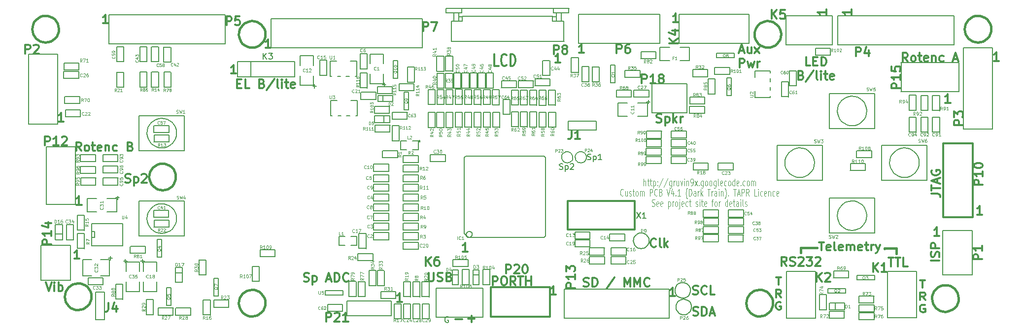
<source format=gto>
G04 (created by PCBNEW-RS274X (2011-07-08 BZR 3044)-stable) date 17/10/2011 18:06:50*
G01*
G70*
G90*
%MOIN*%
G04 Gerber Fmt 3.4, Leading zero omitted, Abs format*
%FSLAX34Y34*%
G04 APERTURE LIST*
%ADD10C,0.020000*%
%ADD11C,0.007900*%
%ADD12C,0.012000*%
%ADD13C,0.003900*%
%ADD14C,0.015000*%
%ADD15C,0.005000*%
%ADD16C,0.008000*%
%ADD17C,0.007500*%
%ADD18C,0.011800*%
%ADD19C,0.006000*%
%ADD20C,0.004300*%
%ADD21C,0.004000*%
G04 APERTURE END LIST*
G54D10*
G54D11*
X40753Y-32914D02*
X40716Y-32895D01*
X40659Y-32895D01*
X40603Y-32914D01*
X40566Y-32952D01*
X40547Y-32989D01*
X40528Y-33064D01*
X40528Y-33121D01*
X40547Y-33196D01*
X40566Y-33233D01*
X40603Y-33271D01*
X40659Y-33289D01*
X40697Y-33289D01*
X40753Y-33271D01*
X40772Y-33252D01*
X40772Y-33121D01*
X40697Y-33121D01*
G54D12*
X41248Y-33074D02*
X41705Y-33074D01*
X39428Y-29920D02*
X39428Y-30398D01*
X39456Y-30454D01*
X39485Y-30483D01*
X39542Y-30511D01*
X39656Y-30511D01*
X39714Y-30483D01*
X39742Y-30454D01*
X39771Y-30398D01*
X39771Y-29920D01*
X40028Y-30483D02*
X40114Y-30511D01*
X40257Y-30511D01*
X40314Y-30483D01*
X40343Y-30454D01*
X40371Y-30398D01*
X40371Y-30342D01*
X40343Y-30286D01*
X40314Y-30257D01*
X40257Y-30229D01*
X40143Y-30201D01*
X40085Y-30173D01*
X40057Y-30145D01*
X40028Y-30089D01*
X40028Y-30032D01*
X40057Y-29976D01*
X40085Y-29948D01*
X40143Y-29920D01*
X40285Y-29920D01*
X40371Y-29948D01*
X40828Y-30201D02*
X40914Y-30229D01*
X40942Y-30257D01*
X40971Y-30314D01*
X40971Y-30398D01*
X40942Y-30454D01*
X40914Y-30483D01*
X40856Y-30511D01*
X40628Y-30511D01*
X40628Y-29920D01*
X40828Y-29920D01*
X40885Y-29948D01*
X40914Y-29976D01*
X40942Y-30032D01*
X40942Y-30089D01*
X40914Y-30145D01*
X40885Y-30173D01*
X40828Y-30201D01*
X40628Y-30201D01*
X42091Y-33049D02*
X42548Y-33049D01*
X42319Y-33274D02*
X42319Y-32823D01*
G54D13*
X53980Y-24030D02*
X53980Y-23558D01*
X54115Y-24030D02*
X54115Y-23783D01*
X54100Y-23738D01*
X54070Y-23715D01*
X54025Y-23715D01*
X53995Y-23738D01*
X53980Y-23760D01*
X54220Y-23715D02*
X54340Y-23715D01*
X54265Y-23558D02*
X54265Y-23963D01*
X54280Y-24008D01*
X54310Y-24030D01*
X54340Y-24030D01*
X54400Y-23715D02*
X54520Y-23715D01*
X54445Y-23558D02*
X54445Y-23963D01*
X54460Y-24008D01*
X54490Y-24030D01*
X54520Y-24030D01*
X54625Y-23715D02*
X54625Y-24187D01*
X54625Y-23738D02*
X54655Y-23715D01*
X54715Y-23715D01*
X54745Y-23738D01*
X54760Y-23760D01*
X54775Y-23805D01*
X54775Y-23940D01*
X54760Y-23985D01*
X54745Y-24008D01*
X54715Y-24030D01*
X54655Y-24030D01*
X54625Y-24008D01*
X54910Y-23985D02*
X54925Y-24008D01*
X54910Y-24030D01*
X54895Y-24008D01*
X54910Y-23985D01*
X54910Y-24030D01*
X54910Y-23738D02*
X54925Y-23760D01*
X54910Y-23783D01*
X54895Y-23760D01*
X54910Y-23738D01*
X54910Y-23783D01*
X55285Y-23536D02*
X55015Y-24142D01*
X55615Y-23536D02*
X55345Y-24142D01*
X55855Y-23715D02*
X55855Y-24097D01*
X55840Y-24142D01*
X55825Y-24165D01*
X55795Y-24187D01*
X55750Y-24187D01*
X55720Y-24165D01*
X55855Y-24008D02*
X55825Y-24030D01*
X55765Y-24030D01*
X55735Y-24008D01*
X55720Y-23985D01*
X55705Y-23940D01*
X55705Y-23805D01*
X55720Y-23760D01*
X55735Y-23738D01*
X55765Y-23715D01*
X55825Y-23715D01*
X55855Y-23738D01*
X56005Y-24030D02*
X56005Y-23715D01*
X56005Y-23805D02*
X56020Y-23760D01*
X56035Y-23738D01*
X56065Y-23715D01*
X56095Y-23715D01*
X56335Y-23715D02*
X56335Y-24030D01*
X56200Y-23715D02*
X56200Y-23963D01*
X56215Y-24008D01*
X56245Y-24030D01*
X56290Y-24030D01*
X56320Y-24008D01*
X56335Y-23985D01*
X56455Y-23715D02*
X56530Y-24030D01*
X56605Y-23715D01*
X56725Y-24030D02*
X56725Y-23715D01*
X56725Y-23558D02*
X56710Y-23581D01*
X56725Y-23603D01*
X56740Y-23581D01*
X56725Y-23558D01*
X56725Y-23603D01*
X56875Y-23715D02*
X56875Y-24030D01*
X56875Y-23760D02*
X56890Y-23738D01*
X56920Y-23715D01*
X56965Y-23715D01*
X56995Y-23738D01*
X57010Y-23783D01*
X57010Y-24030D01*
X57175Y-24030D02*
X57235Y-24030D01*
X57265Y-24008D01*
X57280Y-23985D01*
X57310Y-23918D01*
X57325Y-23828D01*
X57325Y-23648D01*
X57310Y-23603D01*
X57295Y-23581D01*
X57265Y-23558D01*
X57205Y-23558D01*
X57175Y-23581D01*
X57160Y-23603D01*
X57145Y-23648D01*
X57145Y-23760D01*
X57160Y-23805D01*
X57175Y-23828D01*
X57205Y-23850D01*
X57265Y-23850D01*
X57295Y-23828D01*
X57310Y-23805D01*
X57325Y-23760D01*
X57430Y-24030D02*
X57595Y-23715D01*
X57430Y-23715D02*
X57595Y-24030D01*
X57715Y-23985D02*
X57730Y-24008D01*
X57715Y-24030D01*
X57700Y-24008D01*
X57715Y-23985D01*
X57715Y-24030D01*
X58000Y-23715D02*
X58000Y-24097D01*
X57985Y-24142D01*
X57970Y-24165D01*
X57940Y-24187D01*
X57895Y-24187D01*
X57865Y-24165D01*
X58000Y-24008D02*
X57970Y-24030D01*
X57910Y-24030D01*
X57880Y-24008D01*
X57865Y-23985D01*
X57850Y-23940D01*
X57850Y-23805D01*
X57865Y-23760D01*
X57880Y-23738D01*
X57910Y-23715D01*
X57970Y-23715D01*
X58000Y-23738D01*
X58195Y-24030D02*
X58165Y-24008D01*
X58150Y-23985D01*
X58135Y-23940D01*
X58135Y-23805D01*
X58150Y-23760D01*
X58165Y-23738D01*
X58195Y-23715D01*
X58240Y-23715D01*
X58270Y-23738D01*
X58285Y-23760D01*
X58300Y-23805D01*
X58300Y-23940D01*
X58285Y-23985D01*
X58270Y-24008D01*
X58240Y-24030D01*
X58195Y-24030D01*
X58480Y-24030D02*
X58450Y-24008D01*
X58435Y-23985D01*
X58420Y-23940D01*
X58420Y-23805D01*
X58435Y-23760D01*
X58450Y-23738D01*
X58480Y-23715D01*
X58525Y-23715D01*
X58555Y-23738D01*
X58570Y-23760D01*
X58585Y-23805D01*
X58585Y-23940D01*
X58570Y-23985D01*
X58555Y-24008D01*
X58525Y-24030D01*
X58480Y-24030D01*
X58855Y-23715D02*
X58855Y-24097D01*
X58840Y-24142D01*
X58825Y-24165D01*
X58795Y-24187D01*
X58750Y-24187D01*
X58720Y-24165D01*
X58855Y-24008D02*
X58825Y-24030D01*
X58765Y-24030D01*
X58735Y-24008D01*
X58720Y-23985D01*
X58705Y-23940D01*
X58705Y-23805D01*
X58720Y-23760D01*
X58735Y-23738D01*
X58765Y-23715D01*
X58825Y-23715D01*
X58855Y-23738D01*
X59050Y-24030D02*
X59020Y-24008D01*
X59005Y-23963D01*
X59005Y-23558D01*
X59290Y-24008D02*
X59260Y-24030D01*
X59200Y-24030D01*
X59170Y-24008D01*
X59155Y-23963D01*
X59155Y-23783D01*
X59170Y-23738D01*
X59200Y-23715D01*
X59260Y-23715D01*
X59290Y-23738D01*
X59305Y-23783D01*
X59305Y-23828D01*
X59155Y-23873D01*
X59575Y-24008D02*
X59545Y-24030D01*
X59485Y-24030D01*
X59455Y-24008D01*
X59440Y-23985D01*
X59425Y-23940D01*
X59425Y-23805D01*
X59440Y-23760D01*
X59455Y-23738D01*
X59485Y-23715D01*
X59545Y-23715D01*
X59575Y-23738D01*
X59755Y-24030D02*
X59725Y-24008D01*
X59710Y-23985D01*
X59695Y-23940D01*
X59695Y-23805D01*
X59710Y-23760D01*
X59725Y-23738D01*
X59755Y-23715D01*
X59800Y-23715D01*
X59830Y-23738D01*
X59845Y-23760D01*
X59860Y-23805D01*
X59860Y-23940D01*
X59845Y-23985D01*
X59830Y-24008D01*
X59800Y-24030D01*
X59755Y-24030D01*
X60130Y-24030D02*
X60130Y-23558D01*
X60130Y-24008D02*
X60100Y-24030D01*
X60040Y-24030D01*
X60010Y-24008D01*
X59995Y-23985D01*
X59980Y-23940D01*
X59980Y-23805D01*
X59995Y-23760D01*
X60010Y-23738D01*
X60040Y-23715D01*
X60100Y-23715D01*
X60130Y-23738D01*
X60400Y-24008D02*
X60370Y-24030D01*
X60310Y-24030D01*
X60280Y-24008D01*
X60265Y-23963D01*
X60265Y-23783D01*
X60280Y-23738D01*
X60310Y-23715D01*
X60370Y-23715D01*
X60400Y-23738D01*
X60415Y-23783D01*
X60415Y-23828D01*
X60265Y-23873D01*
X60550Y-23985D02*
X60565Y-24008D01*
X60550Y-24030D01*
X60535Y-24008D01*
X60550Y-23985D01*
X60550Y-24030D01*
X60835Y-24008D02*
X60805Y-24030D01*
X60745Y-24030D01*
X60715Y-24008D01*
X60700Y-23985D01*
X60685Y-23940D01*
X60685Y-23805D01*
X60700Y-23760D01*
X60715Y-23738D01*
X60745Y-23715D01*
X60805Y-23715D01*
X60835Y-23738D01*
X61015Y-24030D02*
X60985Y-24008D01*
X60970Y-23985D01*
X60955Y-23940D01*
X60955Y-23805D01*
X60970Y-23760D01*
X60985Y-23738D01*
X61015Y-23715D01*
X61060Y-23715D01*
X61090Y-23738D01*
X61105Y-23760D01*
X61120Y-23805D01*
X61120Y-23940D01*
X61105Y-23985D01*
X61090Y-24008D01*
X61060Y-24030D01*
X61015Y-24030D01*
X61255Y-24030D02*
X61255Y-23715D01*
X61255Y-23760D02*
X61270Y-23738D01*
X61300Y-23715D01*
X61345Y-23715D01*
X61375Y-23738D01*
X61390Y-23783D01*
X61390Y-24030D01*
X61390Y-23783D02*
X61405Y-23738D01*
X61435Y-23715D01*
X61480Y-23715D01*
X61510Y-23738D01*
X61525Y-23783D01*
X61525Y-24030D01*
X52592Y-24684D02*
X52577Y-24707D01*
X52532Y-24729D01*
X52502Y-24729D01*
X52457Y-24707D01*
X52427Y-24662D01*
X52412Y-24617D01*
X52397Y-24527D01*
X52397Y-24459D01*
X52412Y-24369D01*
X52427Y-24324D01*
X52457Y-24280D01*
X52502Y-24257D01*
X52532Y-24257D01*
X52577Y-24280D01*
X52592Y-24302D01*
X52862Y-24414D02*
X52862Y-24729D01*
X52727Y-24414D02*
X52727Y-24662D01*
X52742Y-24707D01*
X52772Y-24729D01*
X52817Y-24729D01*
X52847Y-24707D01*
X52862Y-24684D01*
X52997Y-24707D02*
X53027Y-24729D01*
X53087Y-24729D01*
X53117Y-24707D01*
X53132Y-24662D01*
X53132Y-24639D01*
X53117Y-24594D01*
X53087Y-24572D01*
X53042Y-24572D01*
X53012Y-24549D01*
X52997Y-24504D01*
X52997Y-24482D01*
X53012Y-24437D01*
X53042Y-24414D01*
X53087Y-24414D01*
X53117Y-24437D01*
X53222Y-24414D02*
X53342Y-24414D01*
X53267Y-24257D02*
X53267Y-24662D01*
X53282Y-24707D01*
X53312Y-24729D01*
X53342Y-24729D01*
X53492Y-24729D02*
X53462Y-24707D01*
X53447Y-24684D01*
X53432Y-24639D01*
X53432Y-24504D01*
X53447Y-24459D01*
X53462Y-24437D01*
X53492Y-24414D01*
X53537Y-24414D01*
X53567Y-24437D01*
X53582Y-24459D01*
X53597Y-24504D01*
X53597Y-24639D01*
X53582Y-24684D01*
X53567Y-24707D01*
X53537Y-24729D01*
X53492Y-24729D01*
X53732Y-24729D02*
X53732Y-24414D01*
X53732Y-24459D02*
X53747Y-24437D01*
X53777Y-24414D01*
X53822Y-24414D01*
X53852Y-24437D01*
X53867Y-24482D01*
X53867Y-24729D01*
X53867Y-24482D02*
X53882Y-24437D01*
X53912Y-24414D01*
X53957Y-24414D01*
X53987Y-24437D01*
X54002Y-24482D01*
X54002Y-24729D01*
X54392Y-24729D02*
X54392Y-24257D01*
X54512Y-24257D01*
X54542Y-24280D01*
X54557Y-24302D01*
X54572Y-24347D01*
X54572Y-24414D01*
X54557Y-24459D01*
X54542Y-24482D01*
X54512Y-24504D01*
X54392Y-24504D01*
X54887Y-24684D02*
X54872Y-24707D01*
X54827Y-24729D01*
X54797Y-24729D01*
X54752Y-24707D01*
X54722Y-24662D01*
X54707Y-24617D01*
X54692Y-24527D01*
X54692Y-24459D01*
X54707Y-24369D01*
X54722Y-24324D01*
X54752Y-24280D01*
X54797Y-24257D01*
X54827Y-24257D01*
X54872Y-24280D01*
X54887Y-24302D01*
X55127Y-24482D02*
X55172Y-24504D01*
X55187Y-24527D01*
X55202Y-24572D01*
X55202Y-24639D01*
X55187Y-24684D01*
X55172Y-24707D01*
X55142Y-24729D01*
X55022Y-24729D01*
X55022Y-24257D01*
X55127Y-24257D01*
X55157Y-24280D01*
X55172Y-24302D01*
X55187Y-24347D01*
X55187Y-24392D01*
X55172Y-24437D01*
X55157Y-24459D01*
X55127Y-24482D01*
X55022Y-24482D01*
X55532Y-24257D02*
X55637Y-24729D01*
X55742Y-24257D01*
X55982Y-24414D02*
X55982Y-24729D01*
X55907Y-24235D02*
X55832Y-24572D01*
X56027Y-24572D01*
X56147Y-24684D02*
X56162Y-24707D01*
X56147Y-24729D01*
X56132Y-24707D01*
X56147Y-24684D01*
X56147Y-24729D01*
X56462Y-24729D02*
X56282Y-24729D01*
X56372Y-24729D02*
X56372Y-24257D01*
X56342Y-24324D01*
X56312Y-24369D01*
X56282Y-24392D01*
X56927Y-24909D02*
X56912Y-24886D01*
X56882Y-24819D01*
X56867Y-24774D01*
X56852Y-24707D01*
X56837Y-24594D01*
X56837Y-24504D01*
X56852Y-24392D01*
X56867Y-24324D01*
X56882Y-24280D01*
X56912Y-24212D01*
X56927Y-24190D01*
X57047Y-24729D02*
X57047Y-24257D01*
X57122Y-24257D01*
X57167Y-24280D01*
X57197Y-24324D01*
X57212Y-24369D01*
X57227Y-24459D01*
X57227Y-24527D01*
X57212Y-24617D01*
X57197Y-24662D01*
X57167Y-24707D01*
X57122Y-24729D01*
X57047Y-24729D01*
X57497Y-24729D02*
X57497Y-24482D01*
X57482Y-24437D01*
X57452Y-24414D01*
X57392Y-24414D01*
X57362Y-24437D01*
X57497Y-24707D02*
X57467Y-24729D01*
X57392Y-24729D01*
X57362Y-24707D01*
X57347Y-24662D01*
X57347Y-24617D01*
X57362Y-24572D01*
X57392Y-24549D01*
X57467Y-24549D01*
X57497Y-24527D01*
X57647Y-24729D02*
X57647Y-24414D01*
X57647Y-24504D02*
X57662Y-24459D01*
X57677Y-24437D01*
X57707Y-24414D01*
X57737Y-24414D01*
X57842Y-24729D02*
X57842Y-24257D01*
X57872Y-24549D02*
X57962Y-24729D01*
X57962Y-24414D02*
X57842Y-24594D01*
X58292Y-24257D02*
X58472Y-24257D01*
X58382Y-24729D02*
X58382Y-24257D01*
X58577Y-24729D02*
X58577Y-24414D01*
X58577Y-24504D02*
X58592Y-24459D01*
X58607Y-24437D01*
X58637Y-24414D01*
X58667Y-24414D01*
X58907Y-24729D02*
X58907Y-24482D01*
X58892Y-24437D01*
X58862Y-24414D01*
X58802Y-24414D01*
X58772Y-24437D01*
X58907Y-24707D02*
X58877Y-24729D01*
X58802Y-24729D01*
X58772Y-24707D01*
X58757Y-24662D01*
X58757Y-24617D01*
X58772Y-24572D01*
X58802Y-24549D01*
X58877Y-24549D01*
X58907Y-24527D01*
X59057Y-24729D02*
X59057Y-24414D01*
X59057Y-24257D02*
X59042Y-24280D01*
X59057Y-24302D01*
X59072Y-24280D01*
X59057Y-24257D01*
X59057Y-24302D01*
X59207Y-24414D02*
X59207Y-24729D01*
X59207Y-24459D02*
X59222Y-24437D01*
X59252Y-24414D01*
X59297Y-24414D01*
X59327Y-24437D01*
X59342Y-24482D01*
X59342Y-24729D01*
X59462Y-24909D02*
X59477Y-24886D01*
X59507Y-24819D01*
X59522Y-24774D01*
X59537Y-24707D01*
X59552Y-24594D01*
X59552Y-24504D01*
X59537Y-24392D01*
X59522Y-24324D01*
X59507Y-24280D01*
X59477Y-24212D01*
X59462Y-24190D01*
X59702Y-24684D02*
X59717Y-24707D01*
X59702Y-24729D01*
X59687Y-24707D01*
X59702Y-24684D01*
X59702Y-24729D01*
X60047Y-24257D02*
X60227Y-24257D01*
X60137Y-24729D02*
X60137Y-24257D01*
X60317Y-24594D02*
X60467Y-24594D01*
X60287Y-24729D02*
X60392Y-24257D01*
X60497Y-24729D01*
X60602Y-24729D02*
X60602Y-24257D01*
X60722Y-24257D01*
X60752Y-24280D01*
X60767Y-24302D01*
X60782Y-24347D01*
X60782Y-24414D01*
X60767Y-24459D01*
X60752Y-24482D01*
X60722Y-24504D01*
X60602Y-24504D01*
X61097Y-24729D02*
X60992Y-24504D01*
X60917Y-24729D02*
X60917Y-24257D01*
X61037Y-24257D01*
X61067Y-24280D01*
X61082Y-24302D01*
X61097Y-24347D01*
X61097Y-24414D01*
X61082Y-24459D01*
X61067Y-24482D01*
X61037Y-24504D01*
X60917Y-24504D01*
X61622Y-24729D02*
X61472Y-24729D01*
X61472Y-24257D01*
X61727Y-24729D02*
X61727Y-24414D01*
X61727Y-24257D02*
X61712Y-24280D01*
X61727Y-24302D01*
X61742Y-24280D01*
X61727Y-24257D01*
X61727Y-24302D01*
X62012Y-24707D02*
X61982Y-24729D01*
X61922Y-24729D01*
X61892Y-24707D01*
X61877Y-24684D01*
X61862Y-24639D01*
X61862Y-24504D01*
X61877Y-24459D01*
X61892Y-24437D01*
X61922Y-24414D01*
X61982Y-24414D01*
X62012Y-24437D01*
X62267Y-24707D02*
X62237Y-24729D01*
X62177Y-24729D01*
X62147Y-24707D01*
X62132Y-24662D01*
X62132Y-24482D01*
X62147Y-24437D01*
X62177Y-24414D01*
X62237Y-24414D01*
X62267Y-24437D01*
X62282Y-24482D01*
X62282Y-24527D01*
X62132Y-24572D01*
X62417Y-24414D02*
X62417Y-24729D01*
X62417Y-24459D02*
X62432Y-24437D01*
X62462Y-24414D01*
X62507Y-24414D01*
X62537Y-24437D01*
X62552Y-24482D01*
X62552Y-24729D01*
X62837Y-24707D02*
X62807Y-24729D01*
X62747Y-24729D01*
X62717Y-24707D01*
X62702Y-24684D01*
X62687Y-24639D01*
X62687Y-24504D01*
X62702Y-24459D01*
X62717Y-24437D01*
X62747Y-24414D01*
X62807Y-24414D01*
X62837Y-24437D01*
X63092Y-24707D02*
X63062Y-24729D01*
X63002Y-24729D01*
X62972Y-24707D01*
X62957Y-24662D01*
X62957Y-24482D01*
X62972Y-24437D01*
X63002Y-24414D01*
X63062Y-24414D01*
X63092Y-24437D01*
X63107Y-24482D01*
X63107Y-24527D01*
X62957Y-24572D01*
X54542Y-25406D02*
X54587Y-25428D01*
X54662Y-25428D01*
X54692Y-25406D01*
X54707Y-25383D01*
X54722Y-25338D01*
X54722Y-25293D01*
X54707Y-25248D01*
X54692Y-25226D01*
X54662Y-25203D01*
X54602Y-25181D01*
X54572Y-25158D01*
X54557Y-25136D01*
X54542Y-25091D01*
X54542Y-25046D01*
X54557Y-25001D01*
X54572Y-24979D01*
X54602Y-24956D01*
X54677Y-24956D01*
X54722Y-24979D01*
X54977Y-25406D02*
X54947Y-25428D01*
X54887Y-25428D01*
X54857Y-25406D01*
X54842Y-25361D01*
X54842Y-25181D01*
X54857Y-25136D01*
X54887Y-25113D01*
X54947Y-25113D01*
X54977Y-25136D01*
X54992Y-25181D01*
X54992Y-25226D01*
X54842Y-25271D01*
X55247Y-25406D02*
X55217Y-25428D01*
X55157Y-25428D01*
X55127Y-25406D01*
X55112Y-25361D01*
X55112Y-25181D01*
X55127Y-25136D01*
X55157Y-25113D01*
X55217Y-25113D01*
X55247Y-25136D01*
X55262Y-25181D01*
X55262Y-25226D01*
X55112Y-25271D01*
X55637Y-25113D02*
X55637Y-25585D01*
X55637Y-25136D02*
X55667Y-25113D01*
X55727Y-25113D01*
X55757Y-25136D01*
X55772Y-25158D01*
X55787Y-25203D01*
X55787Y-25338D01*
X55772Y-25383D01*
X55757Y-25406D01*
X55727Y-25428D01*
X55667Y-25428D01*
X55637Y-25406D01*
X55922Y-25428D02*
X55922Y-25113D01*
X55922Y-25203D02*
X55937Y-25158D01*
X55952Y-25136D01*
X55982Y-25113D01*
X56012Y-25113D01*
X56162Y-25428D02*
X56132Y-25406D01*
X56117Y-25383D01*
X56102Y-25338D01*
X56102Y-25203D01*
X56117Y-25158D01*
X56132Y-25136D01*
X56162Y-25113D01*
X56207Y-25113D01*
X56237Y-25136D01*
X56252Y-25158D01*
X56267Y-25203D01*
X56267Y-25338D01*
X56252Y-25383D01*
X56237Y-25406D01*
X56207Y-25428D01*
X56162Y-25428D01*
X56402Y-25113D02*
X56402Y-25518D01*
X56387Y-25563D01*
X56357Y-25585D01*
X56342Y-25585D01*
X56402Y-24956D02*
X56387Y-24979D01*
X56402Y-25001D01*
X56417Y-24979D01*
X56402Y-24956D01*
X56402Y-25001D01*
X56672Y-25406D02*
X56642Y-25428D01*
X56582Y-25428D01*
X56552Y-25406D01*
X56537Y-25361D01*
X56537Y-25181D01*
X56552Y-25136D01*
X56582Y-25113D01*
X56642Y-25113D01*
X56672Y-25136D01*
X56687Y-25181D01*
X56687Y-25226D01*
X56537Y-25271D01*
X56957Y-25406D02*
X56927Y-25428D01*
X56867Y-25428D01*
X56837Y-25406D01*
X56822Y-25383D01*
X56807Y-25338D01*
X56807Y-25203D01*
X56822Y-25158D01*
X56837Y-25136D01*
X56867Y-25113D01*
X56927Y-25113D01*
X56957Y-25136D01*
X57047Y-25113D02*
X57167Y-25113D01*
X57092Y-24956D02*
X57092Y-25361D01*
X57107Y-25406D01*
X57137Y-25428D01*
X57167Y-25428D01*
X57497Y-25406D02*
X57527Y-25428D01*
X57587Y-25428D01*
X57617Y-25406D01*
X57632Y-25361D01*
X57632Y-25338D01*
X57617Y-25293D01*
X57587Y-25271D01*
X57542Y-25271D01*
X57512Y-25248D01*
X57497Y-25203D01*
X57497Y-25181D01*
X57512Y-25136D01*
X57542Y-25113D01*
X57587Y-25113D01*
X57617Y-25136D01*
X57767Y-25428D02*
X57767Y-25113D01*
X57767Y-24956D02*
X57752Y-24979D01*
X57767Y-25001D01*
X57782Y-24979D01*
X57767Y-24956D01*
X57767Y-25001D01*
X57872Y-25113D02*
X57992Y-25113D01*
X57917Y-24956D02*
X57917Y-25361D01*
X57932Y-25406D01*
X57962Y-25428D01*
X57992Y-25428D01*
X58217Y-25406D02*
X58187Y-25428D01*
X58127Y-25428D01*
X58097Y-25406D01*
X58082Y-25361D01*
X58082Y-25181D01*
X58097Y-25136D01*
X58127Y-25113D01*
X58187Y-25113D01*
X58217Y-25136D01*
X58232Y-25181D01*
X58232Y-25226D01*
X58082Y-25271D01*
X58562Y-25113D02*
X58682Y-25113D01*
X58607Y-25428D02*
X58607Y-25023D01*
X58622Y-24979D01*
X58652Y-24956D01*
X58682Y-24956D01*
X58832Y-25428D02*
X58802Y-25406D01*
X58787Y-25383D01*
X58772Y-25338D01*
X58772Y-25203D01*
X58787Y-25158D01*
X58802Y-25136D01*
X58832Y-25113D01*
X58877Y-25113D01*
X58907Y-25136D01*
X58922Y-25158D01*
X58937Y-25203D01*
X58937Y-25338D01*
X58922Y-25383D01*
X58907Y-25406D01*
X58877Y-25428D01*
X58832Y-25428D01*
X59072Y-25428D02*
X59072Y-25113D01*
X59072Y-25203D02*
X59087Y-25158D01*
X59102Y-25136D01*
X59132Y-25113D01*
X59162Y-25113D01*
X59642Y-25428D02*
X59642Y-24956D01*
X59642Y-25406D02*
X59612Y-25428D01*
X59552Y-25428D01*
X59522Y-25406D01*
X59507Y-25383D01*
X59492Y-25338D01*
X59492Y-25203D01*
X59507Y-25158D01*
X59522Y-25136D01*
X59552Y-25113D01*
X59612Y-25113D01*
X59642Y-25136D01*
X59912Y-25406D02*
X59882Y-25428D01*
X59822Y-25428D01*
X59792Y-25406D01*
X59777Y-25361D01*
X59777Y-25181D01*
X59792Y-25136D01*
X59822Y-25113D01*
X59882Y-25113D01*
X59912Y-25136D01*
X59927Y-25181D01*
X59927Y-25226D01*
X59777Y-25271D01*
X60017Y-25113D02*
X60137Y-25113D01*
X60062Y-24956D02*
X60062Y-25361D01*
X60077Y-25406D01*
X60107Y-25428D01*
X60137Y-25428D01*
X60377Y-25428D02*
X60377Y-25181D01*
X60362Y-25136D01*
X60332Y-25113D01*
X60272Y-25113D01*
X60242Y-25136D01*
X60377Y-25406D02*
X60347Y-25428D01*
X60272Y-25428D01*
X60242Y-25406D01*
X60227Y-25361D01*
X60227Y-25316D01*
X60242Y-25271D01*
X60272Y-25248D01*
X60347Y-25248D01*
X60377Y-25226D01*
X60527Y-25428D02*
X60527Y-25113D01*
X60527Y-24956D02*
X60512Y-24979D01*
X60527Y-25001D01*
X60542Y-24979D01*
X60527Y-24956D01*
X60527Y-25001D01*
X60722Y-25428D02*
X60692Y-25406D01*
X60677Y-25361D01*
X60677Y-24956D01*
X60827Y-25406D02*
X60857Y-25428D01*
X60917Y-25428D01*
X60947Y-25406D01*
X60962Y-25361D01*
X60962Y-25338D01*
X60947Y-25293D01*
X60917Y-25271D01*
X60872Y-25271D01*
X60842Y-25248D01*
X60827Y-25203D01*
X60827Y-25181D01*
X60842Y-25136D01*
X60872Y-25113D01*
X60917Y-25113D01*
X60947Y-25136D01*
G54D12*
X65245Y-15916D02*
X64959Y-15916D01*
X64959Y-15325D01*
X65445Y-15606D02*
X65645Y-15606D01*
X65731Y-15916D02*
X65445Y-15916D01*
X65445Y-15325D01*
X65731Y-15325D01*
X65988Y-15916D02*
X65988Y-15325D01*
X66131Y-15325D01*
X66216Y-15353D01*
X66274Y-15409D01*
X66302Y-15465D01*
X66331Y-15578D01*
X66331Y-15662D01*
X66302Y-15775D01*
X66274Y-15831D01*
X66216Y-15888D01*
X66131Y-15916D01*
X65988Y-15916D01*
X64630Y-16553D02*
X64716Y-16581D01*
X64744Y-16609D01*
X64773Y-16666D01*
X64773Y-16750D01*
X64744Y-16806D01*
X64716Y-16835D01*
X64658Y-16863D01*
X64430Y-16863D01*
X64430Y-16272D01*
X64630Y-16272D01*
X64687Y-16300D01*
X64716Y-16328D01*
X64744Y-16384D01*
X64744Y-16441D01*
X64716Y-16497D01*
X64687Y-16525D01*
X64630Y-16553D01*
X64430Y-16553D01*
X65458Y-16244D02*
X64944Y-17003D01*
X65745Y-16863D02*
X65687Y-16835D01*
X65659Y-16778D01*
X65659Y-16272D01*
X65973Y-16863D02*
X65973Y-16469D01*
X65973Y-16272D02*
X65944Y-16300D01*
X65973Y-16328D01*
X66001Y-16300D01*
X65973Y-16272D01*
X65973Y-16328D01*
X66173Y-16469D02*
X66402Y-16469D01*
X66259Y-16272D02*
X66259Y-16778D01*
X66287Y-16835D01*
X66345Y-16863D01*
X66402Y-16863D01*
X66830Y-16835D02*
X66773Y-16863D01*
X66659Y-16863D01*
X66602Y-16835D01*
X66573Y-16778D01*
X66573Y-16553D01*
X66602Y-16497D01*
X66659Y-16469D01*
X66773Y-16469D01*
X66830Y-16497D01*
X66859Y-16553D01*
X66859Y-16609D01*
X66573Y-16666D01*
X66330Y-12115D02*
X66330Y-12458D01*
X66330Y-12286D02*
X65739Y-12286D01*
X65823Y-12343D01*
X65879Y-12401D01*
X65908Y-12458D01*
G54D14*
X64606Y-28228D02*
X65709Y-28228D01*
X64606Y-28583D02*
X64606Y-28228D01*
X70276Y-28268D02*
X70276Y-28307D01*
X71063Y-28268D02*
X70276Y-28268D01*
X71063Y-28622D02*
X71063Y-28268D01*
G54D12*
X65828Y-27861D02*
X66171Y-27861D01*
X66000Y-28412D02*
X66000Y-27861D01*
X66599Y-28385D02*
X66542Y-28412D01*
X66428Y-28412D01*
X66371Y-28385D01*
X66342Y-28333D01*
X66342Y-28123D01*
X66371Y-28070D01*
X66428Y-28044D01*
X66542Y-28044D01*
X66599Y-28070D01*
X66628Y-28123D01*
X66628Y-28175D01*
X66342Y-28228D01*
X66971Y-28412D02*
X66913Y-28385D01*
X66885Y-28333D01*
X66885Y-27861D01*
X67427Y-28385D02*
X67370Y-28412D01*
X67256Y-28412D01*
X67199Y-28385D01*
X67170Y-28333D01*
X67170Y-28123D01*
X67199Y-28070D01*
X67256Y-28044D01*
X67370Y-28044D01*
X67427Y-28070D01*
X67456Y-28123D01*
X67456Y-28175D01*
X67170Y-28228D01*
X67713Y-28412D02*
X67713Y-28044D01*
X67713Y-28097D02*
X67741Y-28070D01*
X67799Y-28044D01*
X67884Y-28044D01*
X67941Y-28070D01*
X67970Y-28123D01*
X67970Y-28412D01*
X67970Y-28123D02*
X67999Y-28070D01*
X68056Y-28044D01*
X68141Y-28044D01*
X68199Y-28070D01*
X68227Y-28123D01*
X68227Y-28412D01*
X68741Y-28385D02*
X68684Y-28412D01*
X68570Y-28412D01*
X68513Y-28385D01*
X68484Y-28333D01*
X68484Y-28123D01*
X68513Y-28070D01*
X68570Y-28044D01*
X68684Y-28044D01*
X68741Y-28070D01*
X68770Y-28123D01*
X68770Y-28175D01*
X68484Y-28228D01*
X68941Y-28044D02*
X69170Y-28044D01*
X69027Y-27861D02*
X69027Y-28333D01*
X69055Y-28385D01*
X69113Y-28412D01*
X69170Y-28412D01*
X69370Y-28412D02*
X69370Y-28044D01*
X69370Y-28149D02*
X69398Y-28097D01*
X69427Y-28070D01*
X69484Y-28044D01*
X69541Y-28044D01*
X69684Y-28044D02*
X69827Y-28412D01*
X69969Y-28044D02*
X69827Y-28412D01*
X69769Y-28543D01*
X69741Y-28569D01*
X69684Y-28595D01*
X72668Y-30419D02*
X73011Y-30419D01*
X72840Y-30931D02*
X72840Y-30419D01*
X73025Y-31767D02*
X72825Y-31523D01*
X72682Y-31767D02*
X72682Y-31255D01*
X72910Y-31255D01*
X72968Y-31280D01*
X72996Y-31304D01*
X73025Y-31353D01*
X73025Y-31426D01*
X72996Y-31475D01*
X72968Y-31499D01*
X72910Y-31523D01*
X72682Y-31523D01*
X72996Y-32116D02*
X72939Y-32091D01*
X72853Y-32091D01*
X72768Y-32116D01*
X72710Y-32164D01*
X72682Y-32213D01*
X72653Y-32311D01*
X72653Y-32384D01*
X72682Y-32481D01*
X72710Y-32530D01*
X72768Y-32579D01*
X72853Y-32603D01*
X72910Y-32603D01*
X72996Y-32579D01*
X73025Y-32554D01*
X73025Y-32384D01*
X72910Y-32384D01*
X62920Y-30238D02*
X63263Y-30238D01*
X63092Y-30750D02*
X63092Y-30238D01*
X63277Y-31586D02*
X63077Y-31342D01*
X62934Y-31586D02*
X62934Y-31074D01*
X63162Y-31074D01*
X63220Y-31099D01*
X63248Y-31123D01*
X63277Y-31172D01*
X63277Y-31245D01*
X63248Y-31294D01*
X63220Y-31318D01*
X63162Y-31342D01*
X62934Y-31342D01*
X63248Y-31935D02*
X63191Y-31910D01*
X63105Y-31910D01*
X63020Y-31935D01*
X62962Y-31983D01*
X62934Y-32032D01*
X62905Y-32130D01*
X62905Y-32203D01*
X62934Y-32300D01*
X62962Y-32349D01*
X63020Y-32398D01*
X63105Y-32422D01*
X63162Y-32422D01*
X63248Y-32398D01*
X63277Y-32373D01*
X63277Y-32203D01*
X63162Y-32203D01*
X18917Y-23802D02*
X19001Y-23830D01*
X19142Y-23830D01*
X19198Y-23802D01*
X19226Y-23773D01*
X19254Y-23717D01*
X19254Y-23661D01*
X19226Y-23605D01*
X19198Y-23576D01*
X19142Y-23548D01*
X19029Y-23520D01*
X18973Y-23492D01*
X18945Y-23464D01*
X18917Y-23408D01*
X18917Y-23351D01*
X18945Y-23295D01*
X18973Y-23267D01*
X19029Y-23239D01*
X19170Y-23239D01*
X19254Y-23267D01*
X19508Y-23436D02*
X19508Y-24027D01*
X19508Y-23464D02*
X19564Y-23436D01*
X19677Y-23436D01*
X19733Y-23464D01*
X19761Y-23492D01*
X19789Y-23548D01*
X19789Y-23717D01*
X19761Y-23773D01*
X19733Y-23802D01*
X19677Y-23830D01*
X19564Y-23830D01*
X19508Y-23802D01*
X20015Y-23295D02*
X20043Y-23267D01*
X20099Y-23239D01*
X20240Y-23239D01*
X20296Y-23267D01*
X20324Y-23295D01*
X20352Y-23351D01*
X20352Y-23408D01*
X20324Y-23492D01*
X19986Y-23830D01*
X20352Y-23830D01*
G54D11*
X50179Y-22263D02*
X50235Y-22281D01*
X50329Y-22281D01*
X50367Y-22263D01*
X50385Y-22244D01*
X50404Y-22206D01*
X50404Y-22169D01*
X50385Y-22131D01*
X50367Y-22113D01*
X50329Y-22094D01*
X50254Y-22075D01*
X50217Y-22056D01*
X50198Y-22038D01*
X50179Y-22000D01*
X50179Y-21963D01*
X50198Y-21925D01*
X50217Y-21906D01*
X50254Y-21887D01*
X50348Y-21887D01*
X50404Y-21906D01*
X50573Y-22019D02*
X50573Y-22413D01*
X50573Y-22038D02*
X50610Y-22019D01*
X50685Y-22019D01*
X50723Y-22038D01*
X50742Y-22056D01*
X50760Y-22094D01*
X50760Y-22206D01*
X50742Y-22244D01*
X50723Y-22263D01*
X50685Y-22281D01*
X50610Y-22281D01*
X50573Y-22263D01*
X51135Y-22281D02*
X50910Y-22281D01*
X51023Y-22281D02*
X51023Y-21887D01*
X50985Y-21944D01*
X50948Y-21981D01*
X50910Y-22000D01*
X48282Y-22909D02*
X48338Y-22927D01*
X48432Y-22927D01*
X48470Y-22909D01*
X48488Y-22890D01*
X48507Y-22852D01*
X48507Y-22815D01*
X48488Y-22777D01*
X48470Y-22759D01*
X48432Y-22740D01*
X48357Y-22721D01*
X48320Y-22702D01*
X48301Y-22684D01*
X48282Y-22646D01*
X48282Y-22609D01*
X48301Y-22571D01*
X48320Y-22552D01*
X48357Y-22533D01*
X48451Y-22533D01*
X48507Y-22552D01*
X48676Y-22665D02*
X48676Y-23059D01*
X48676Y-22684D02*
X48713Y-22665D01*
X48788Y-22665D01*
X48826Y-22684D01*
X48845Y-22702D01*
X48863Y-22740D01*
X48863Y-22852D01*
X48845Y-22890D01*
X48826Y-22909D01*
X48788Y-22927D01*
X48713Y-22927D01*
X48676Y-22909D01*
X49013Y-22571D02*
X49032Y-22552D01*
X49069Y-22533D01*
X49163Y-22533D01*
X49201Y-22552D01*
X49219Y-22571D01*
X49238Y-22609D01*
X49238Y-22646D01*
X49219Y-22702D01*
X48994Y-22927D01*
X49238Y-22927D01*
G54D12*
X57322Y-32798D02*
X57406Y-32826D01*
X57547Y-32826D01*
X57603Y-32798D01*
X57631Y-32769D01*
X57659Y-32713D01*
X57659Y-32657D01*
X57631Y-32601D01*
X57603Y-32572D01*
X57547Y-32544D01*
X57434Y-32516D01*
X57378Y-32488D01*
X57350Y-32460D01*
X57322Y-32404D01*
X57322Y-32347D01*
X57350Y-32291D01*
X57378Y-32263D01*
X57434Y-32235D01*
X57575Y-32235D01*
X57659Y-32263D01*
X57913Y-32826D02*
X57913Y-32235D01*
X58053Y-32235D01*
X58138Y-32263D01*
X58194Y-32319D01*
X58222Y-32375D01*
X58250Y-32488D01*
X58250Y-32572D01*
X58222Y-32685D01*
X58194Y-32741D01*
X58138Y-32798D01*
X58053Y-32826D01*
X57913Y-32826D01*
X58476Y-32657D02*
X58757Y-32657D01*
X58419Y-32826D02*
X58616Y-32235D01*
X58813Y-32826D01*
X57317Y-31368D02*
X57401Y-31396D01*
X57542Y-31396D01*
X57598Y-31368D01*
X57626Y-31339D01*
X57654Y-31283D01*
X57654Y-31227D01*
X57626Y-31171D01*
X57598Y-31142D01*
X57542Y-31114D01*
X57429Y-31086D01*
X57373Y-31058D01*
X57345Y-31030D01*
X57317Y-30974D01*
X57317Y-30917D01*
X57345Y-30861D01*
X57373Y-30833D01*
X57429Y-30805D01*
X57570Y-30805D01*
X57654Y-30833D01*
X58245Y-31339D02*
X58217Y-31368D01*
X58133Y-31396D01*
X58077Y-31396D01*
X57992Y-31368D01*
X57936Y-31311D01*
X57908Y-31255D01*
X57880Y-31142D01*
X57880Y-31058D01*
X57908Y-30945D01*
X57936Y-30889D01*
X57992Y-30833D01*
X58077Y-30805D01*
X58133Y-30805D01*
X58217Y-30833D01*
X58245Y-30861D01*
X58780Y-31396D02*
X58499Y-31396D01*
X58499Y-30805D01*
X43765Y-30767D02*
X43765Y-30176D01*
X43990Y-30176D01*
X44046Y-30204D01*
X44074Y-30232D01*
X44102Y-30288D01*
X44102Y-30373D01*
X44074Y-30429D01*
X44046Y-30457D01*
X43990Y-30485D01*
X43765Y-30485D01*
X44468Y-30176D02*
X44581Y-30176D01*
X44637Y-30204D01*
X44693Y-30260D01*
X44722Y-30373D01*
X44722Y-30570D01*
X44693Y-30682D01*
X44637Y-30739D01*
X44581Y-30767D01*
X44468Y-30767D01*
X44412Y-30739D01*
X44356Y-30682D01*
X44328Y-30570D01*
X44328Y-30373D01*
X44356Y-30260D01*
X44412Y-30204D01*
X44468Y-30176D01*
X45312Y-30767D02*
X45115Y-30485D01*
X44975Y-30767D02*
X44975Y-30176D01*
X45200Y-30176D01*
X45256Y-30204D01*
X45284Y-30232D01*
X45312Y-30288D01*
X45312Y-30373D01*
X45284Y-30429D01*
X45256Y-30457D01*
X45200Y-30485D01*
X44975Y-30485D01*
X45481Y-30176D02*
X45819Y-30176D01*
X45650Y-30767D02*
X45650Y-30176D01*
X46016Y-30767D02*
X46016Y-30176D01*
X46016Y-30457D02*
X46353Y-30457D01*
X46353Y-30767D02*
X46353Y-30176D01*
X30991Y-30498D02*
X31075Y-30526D01*
X31216Y-30526D01*
X31272Y-30498D01*
X31300Y-30469D01*
X31328Y-30413D01*
X31328Y-30357D01*
X31300Y-30301D01*
X31272Y-30272D01*
X31216Y-30244D01*
X31103Y-30216D01*
X31047Y-30188D01*
X31019Y-30160D01*
X30991Y-30104D01*
X30991Y-30047D01*
X31019Y-29991D01*
X31047Y-29963D01*
X31103Y-29935D01*
X31244Y-29935D01*
X31328Y-29963D01*
X31582Y-30132D02*
X31582Y-30723D01*
X31582Y-30160D02*
X31638Y-30132D01*
X31751Y-30132D01*
X31807Y-30160D01*
X31835Y-30188D01*
X31863Y-30244D01*
X31863Y-30413D01*
X31835Y-30469D01*
X31807Y-30498D01*
X31751Y-30526D01*
X31638Y-30526D01*
X31582Y-30498D01*
X32539Y-30357D02*
X32820Y-30357D01*
X32482Y-30526D02*
X32679Y-29935D01*
X32876Y-30526D01*
X33074Y-30526D02*
X33074Y-29935D01*
X33214Y-29935D01*
X33299Y-29963D01*
X33355Y-30019D01*
X33383Y-30075D01*
X33411Y-30188D01*
X33411Y-30272D01*
X33383Y-30385D01*
X33355Y-30441D01*
X33299Y-30498D01*
X33214Y-30526D01*
X33074Y-30526D01*
X34002Y-30469D02*
X33974Y-30498D01*
X33890Y-30526D01*
X33834Y-30526D01*
X33749Y-30498D01*
X33693Y-30441D01*
X33665Y-30385D01*
X33637Y-30272D01*
X33637Y-30188D01*
X33665Y-30075D01*
X33693Y-30019D01*
X33749Y-29963D01*
X33834Y-29935D01*
X33890Y-29935D01*
X33974Y-29963D01*
X34002Y-29991D01*
X13525Y-30581D02*
X13722Y-31172D01*
X13919Y-30581D01*
X14117Y-31172D02*
X14117Y-30778D01*
X14117Y-30581D02*
X14089Y-30609D01*
X14117Y-30637D01*
X14145Y-30609D01*
X14117Y-30581D01*
X14117Y-30637D01*
X14398Y-31172D02*
X14398Y-30581D01*
X14398Y-30806D02*
X14454Y-30778D01*
X14567Y-30778D01*
X14623Y-30806D01*
X14651Y-30834D01*
X14679Y-30890D01*
X14679Y-31059D01*
X14651Y-31115D01*
X14623Y-31144D01*
X14567Y-31172D01*
X14454Y-31172D01*
X14398Y-31144D01*
X15927Y-21684D02*
X15730Y-21402D01*
X15590Y-21684D02*
X15590Y-21093D01*
X15815Y-21093D01*
X15871Y-21121D01*
X15899Y-21149D01*
X15927Y-21205D01*
X15927Y-21290D01*
X15899Y-21346D01*
X15871Y-21374D01*
X15815Y-21402D01*
X15590Y-21402D01*
X16265Y-21684D02*
X16209Y-21656D01*
X16181Y-21627D01*
X16153Y-21571D01*
X16153Y-21402D01*
X16181Y-21346D01*
X16209Y-21318D01*
X16265Y-21290D01*
X16350Y-21290D01*
X16406Y-21318D01*
X16434Y-21346D01*
X16462Y-21402D01*
X16462Y-21571D01*
X16434Y-21627D01*
X16406Y-21656D01*
X16350Y-21684D01*
X16265Y-21684D01*
X16631Y-21290D02*
X16856Y-21290D01*
X16716Y-21093D02*
X16716Y-21599D01*
X16744Y-21656D01*
X16800Y-21684D01*
X16856Y-21684D01*
X17279Y-21656D02*
X17223Y-21684D01*
X17110Y-21684D01*
X17054Y-21656D01*
X17026Y-21599D01*
X17026Y-21374D01*
X17054Y-21318D01*
X17110Y-21290D01*
X17223Y-21290D01*
X17279Y-21318D01*
X17307Y-21374D01*
X17307Y-21430D01*
X17026Y-21487D01*
X17561Y-21290D02*
X17561Y-21684D01*
X17561Y-21346D02*
X17589Y-21318D01*
X17645Y-21290D01*
X17730Y-21290D01*
X17786Y-21318D01*
X17814Y-21374D01*
X17814Y-21684D01*
X18349Y-21656D02*
X18293Y-21684D01*
X18180Y-21684D01*
X18124Y-21656D01*
X18096Y-21627D01*
X18068Y-21571D01*
X18068Y-21402D01*
X18096Y-21346D01*
X18124Y-21318D01*
X18180Y-21290D01*
X18293Y-21290D01*
X18349Y-21318D01*
X19250Y-21374D02*
X19334Y-21402D01*
X19362Y-21430D01*
X19390Y-21487D01*
X19390Y-21571D01*
X19362Y-21627D01*
X19334Y-21656D01*
X19278Y-21684D01*
X19053Y-21684D01*
X19053Y-21093D01*
X19250Y-21093D01*
X19306Y-21121D01*
X19334Y-21149D01*
X19362Y-21205D01*
X19362Y-21262D01*
X19334Y-21318D01*
X19306Y-21346D01*
X19250Y-21374D01*
X19053Y-21374D01*
X71839Y-15633D02*
X71642Y-15351D01*
X71502Y-15633D02*
X71502Y-15042D01*
X71727Y-15042D01*
X71783Y-15070D01*
X71811Y-15098D01*
X71839Y-15154D01*
X71839Y-15239D01*
X71811Y-15295D01*
X71783Y-15323D01*
X71727Y-15351D01*
X71502Y-15351D01*
X72177Y-15633D02*
X72121Y-15605D01*
X72093Y-15576D01*
X72065Y-15520D01*
X72065Y-15351D01*
X72093Y-15295D01*
X72121Y-15267D01*
X72177Y-15239D01*
X72262Y-15239D01*
X72318Y-15267D01*
X72346Y-15295D01*
X72374Y-15351D01*
X72374Y-15520D01*
X72346Y-15576D01*
X72318Y-15605D01*
X72262Y-15633D01*
X72177Y-15633D01*
X72543Y-15239D02*
X72768Y-15239D01*
X72628Y-15042D02*
X72628Y-15548D01*
X72656Y-15605D01*
X72712Y-15633D01*
X72768Y-15633D01*
X73191Y-15605D02*
X73135Y-15633D01*
X73022Y-15633D01*
X72966Y-15605D01*
X72938Y-15548D01*
X72938Y-15323D01*
X72966Y-15267D01*
X73022Y-15239D01*
X73135Y-15239D01*
X73191Y-15267D01*
X73219Y-15323D01*
X73219Y-15379D01*
X72938Y-15436D01*
X73473Y-15239D02*
X73473Y-15633D01*
X73473Y-15295D02*
X73501Y-15267D01*
X73557Y-15239D01*
X73642Y-15239D01*
X73698Y-15267D01*
X73726Y-15323D01*
X73726Y-15633D01*
X74261Y-15605D02*
X74205Y-15633D01*
X74092Y-15633D01*
X74036Y-15605D01*
X74008Y-15576D01*
X73980Y-15520D01*
X73980Y-15351D01*
X74008Y-15295D01*
X74036Y-15267D01*
X74092Y-15239D01*
X74205Y-15239D01*
X74261Y-15267D01*
X74937Y-15464D02*
X75218Y-15464D01*
X74880Y-15633D02*
X75077Y-15042D01*
X75274Y-15633D01*
X60467Y-14905D02*
X60748Y-14905D01*
X60410Y-15074D02*
X60607Y-14483D01*
X60804Y-15074D01*
X61255Y-14680D02*
X61255Y-15074D01*
X61002Y-14680D02*
X61002Y-14989D01*
X61030Y-15046D01*
X61086Y-15074D01*
X61171Y-15074D01*
X61227Y-15046D01*
X61255Y-15017D01*
X61480Y-15074D02*
X61790Y-14680D01*
X61480Y-14680D02*
X61790Y-15074D01*
X60467Y-16021D02*
X60467Y-15430D01*
X60692Y-15430D01*
X60748Y-15458D01*
X60776Y-15486D01*
X60804Y-15542D01*
X60804Y-15627D01*
X60776Y-15683D01*
X60748Y-15711D01*
X60692Y-15739D01*
X60467Y-15739D01*
X61001Y-15627D02*
X61114Y-16021D01*
X61227Y-15739D01*
X61339Y-16021D01*
X61452Y-15627D01*
X61677Y-16021D02*
X61677Y-15627D01*
X61677Y-15739D02*
X61705Y-15683D01*
X61733Y-15655D01*
X61789Y-15627D01*
X61846Y-15627D01*
X42078Y-28487D02*
X41741Y-28487D01*
X41909Y-28487D02*
X41909Y-27896D01*
X41853Y-27980D01*
X41797Y-28036D01*
X41741Y-28065D01*
X26389Y-16444D02*
X26052Y-16444D01*
X26220Y-16444D02*
X26220Y-15853D01*
X26164Y-15937D01*
X26108Y-15993D01*
X26052Y-16022D01*
X48334Y-15704D02*
X47997Y-15704D01*
X48165Y-15704D02*
X48165Y-15113D01*
X48109Y-15197D01*
X48053Y-15253D01*
X47997Y-15282D01*
X68022Y-12115D02*
X68022Y-12458D01*
X68022Y-12286D02*
X67431Y-12286D01*
X67515Y-12343D01*
X67571Y-12401D01*
X67600Y-12458D01*
X56314Y-12975D02*
X55971Y-12975D01*
X56143Y-12975D02*
X56143Y-12384D01*
X56086Y-12468D01*
X56028Y-12524D01*
X55971Y-12553D01*
X49932Y-15042D02*
X49589Y-15042D01*
X49761Y-15042D02*
X49761Y-14451D01*
X49704Y-14535D01*
X49646Y-14591D01*
X49589Y-14620D01*
X28743Y-14715D02*
X28400Y-14715D01*
X28572Y-14715D02*
X28572Y-14124D01*
X28515Y-14208D01*
X28457Y-14264D01*
X28400Y-14293D01*
X17739Y-13050D02*
X17396Y-13050D01*
X17568Y-13050D02*
X17568Y-12459D01*
X17511Y-12543D01*
X17453Y-12599D01*
X17396Y-12628D01*
X14739Y-19696D02*
X14396Y-19696D01*
X14568Y-19696D02*
X14568Y-19105D01*
X14511Y-19189D01*
X14453Y-19245D01*
X14396Y-19274D01*
X15802Y-28979D02*
X15459Y-28979D01*
X15631Y-28979D02*
X15631Y-28388D01*
X15574Y-28472D01*
X15516Y-28528D01*
X15459Y-28557D01*
X15955Y-25322D02*
X15612Y-25322D01*
X15784Y-25322D02*
X15784Y-24731D01*
X15727Y-24815D01*
X15669Y-24871D01*
X15612Y-24900D01*
X37641Y-31893D02*
X37298Y-31893D01*
X37470Y-31893D02*
X37470Y-31302D01*
X37413Y-31386D01*
X37355Y-31442D01*
X37298Y-31471D01*
X48038Y-31412D02*
X47695Y-31412D01*
X47867Y-31412D02*
X47867Y-30821D01*
X47810Y-30905D01*
X47752Y-30961D01*
X47695Y-30990D01*
X56101Y-31515D02*
X55758Y-31515D01*
X55930Y-31515D02*
X55930Y-30924D01*
X55873Y-31008D01*
X55815Y-31064D01*
X55758Y-31093D01*
X73971Y-27440D02*
X73628Y-27440D01*
X73800Y-27440D02*
X73800Y-26849D01*
X73743Y-26933D01*
X73685Y-26989D01*
X73628Y-27018D01*
X76869Y-26003D02*
X76526Y-26003D01*
X76698Y-26003D02*
X76698Y-25412D01*
X76641Y-25496D01*
X76583Y-25552D01*
X76526Y-25581D01*
X78003Y-15585D02*
X77660Y-15585D01*
X77832Y-15585D02*
X77832Y-14994D01*
X77775Y-15078D01*
X77717Y-15134D01*
X77660Y-15163D01*
X74719Y-18420D02*
X74376Y-18420D01*
X74548Y-18420D02*
X74548Y-17829D01*
X74491Y-17913D01*
X74433Y-17969D01*
X74376Y-17998D01*
X26478Y-17126D02*
X26678Y-17126D01*
X26764Y-17436D02*
X26478Y-17436D01*
X26478Y-16845D01*
X26764Y-16845D01*
X27307Y-17436D02*
X27021Y-17436D01*
X27021Y-16845D01*
X28164Y-17126D02*
X28250Y-17154D01*
X28278Y-17182D01*
X28307Y-17239D01*
X28307Y-17323D01*
X28278Y-17379D01*
X28250Y-17408D01*
X28192Y-17436D01*
X27964Y-17436D01*
X27964Y-16845D01*
X28164Y-16845D01*
X28221Y-16873D01*
X28250Y-16901D01*
X28278Y-16957D01*
X28278Y-17014D01*
X28250Y-17070D01*
X28221Y-17098D01*
X28164Y-17126D01*
X27964Y-17126D01*
X28992Y-16817D02*
X28478Y-17576D01*
X29279Y-17436D02*
X29221Y-17408D01*
X29193Y-17351D01*
X29193Y-16845D01*
X29507Y-17436D02*
X29507Y-17042D01*
X29507Y-16845D02*
X29478Y-16873D01*
X29507Y-16901D01*
X29535Y-16873D01*
X29507Y-16845D01*
X29507Y-16901D01*
X29707Y-17042D02*
X29936Y-17042D01*
X29793Y-16845D02*
X29793Y-17351D01*
X29821Y-17408D01*
X29879Y-17436D01*
X29936Y-17436D01*
X30364Y-17408D02*
X30307Y-17436D01*
X30193Y-17436D01*
X30136Y-17408D01*
X30107Y-17351D01*
X30107Y-17126D01*
X30136Y-17070D01*
X30193Y-17042D01*
X30307Y-17042D01*
X30364Y-17070D01*
X30393Y-17126D01*
X30393Y-17182D01*
X30107Y-17239D01*
X54838Y-19727D02*
X54924Y-19755D01*
X55067Y-19755D01*
X55124Y-19727D01*
X55153Y-19698D01*
X55181Y-19642D01*
X55181Y-19586D01*
X55153Y-19530D01*
X55124Y-19501D01*
X55067Y-19473D01*
X54953Y-19445D01*
X54895Y-19417D01*
X54867Y-19389D01*
X54838Y-19333D01*
X54838Y-19276D01*
X54867Y-19220D01*
X54895Y-19192D01*
X54953Y-19164D01*
X55095Y-19164D01*
X55181Y-19192D01*
X55438Y-19361D02*
X55438Y-19952D01*
X55438Y-19389D02*
X55495Y-19361D01*
X55609Y-19361D01*
X55666Y-19389D01*
X55695Y-19417D01*
X55724Y-19473D01*
X55724Y-19642D01*
X55695Y-19698D01*
X55666Y-19727D01*
X55609Y-19755D01*
X55495Y-19755D01*
X55438Y-19727D01*
X55981Y-19755D02*
X55981Y-19164D01*
X56038Y-19530D02*
X56209Y-19755D01*
X56209Y-19361D02*
X55981Y-19586D01*
X56467Y-19755D02*
X56467Y-19361D01*
X56467Y-19473D02*
X56495Y-19417D01*
X56524Y-19389D01*
X56581Y-19361D01*
X56638Y-19361D01*
X54810Y-28143D02*
X54781Y-28172D01*
X54695Y-28200D01*
X54638Y-28200D01*
X54553Y-28172D01*
X54495Y-28115D01*
X54467Y-28059D01*
X54438Y-27946D01*
X54438Y-27862D01*
X54467Y-27749D01*
X54495Y-27693D01*
X54553Y-27637D01*
X54638Y-27609D01*
X54695Y-27609D01*
X54781Y-27637D01*
X54810Y-27665D01*
X55153Y-28200D02*
X55095Y-28172D01*
X55067Y-28115D01*
X55067Y-27609D01*
X55381Y-28200D02*
X55381Y-27609D01*
X55438Y-27975D02*
X55609Y-28200D01*
X55609Y-27806D02*
X55381Y-28031D01*
X44153Y-15930D02*
X43867Y-15930D01*
X43867Y-15130D01*
X44696Y-15854D02*
X44667Y-15892D01*
X44581Y-15930D01*
X44524Y-15930D01*
X44439Y-15892D01*
X44381Y-15816D01*
X44353Y-15739D01*
X44324Y-15587D01*
X44324Y-15473D01*
X44353Y-15320D01*
X44381Y-15244D01*
X44439Y-15168D01*
X44524Y-15130D01*
X44581Y-15130D01*
X44667Y-15168D01*
X44696Y-15206D01*
X44953Y-15930D02*
X44953Y-15130D01*
X45096Y-15130D01*
X45181Y-15168D01*
X45239Y-15244D01*
X45267Y-15320D01*
X45296Y-15473D01*
X45296Y-15587D01*
X45267Y-15739D01*
X45239Y-15816D01*
X45181Y-15892D01*
X45096Y-15930D01*
X44953Y-15930D01*
X73428Y-24558D02*
X73850Y-24558D01*
X73934Y-24586D01*
X73991Y-24643D01*
X74019Y-24729D01*
X74019Y-24786D01*
X73428Y-24358D02*
X73428Y-24015D01*
X74019Y-24186D02*
X73428Y-24186D01*
X73850Y-23844D02*
X73850Y-23558D01*
X74019Y-23901D02*
X73428Y-23701D01*
X74019Y-23501D01*
X73456Y-22987D02*
X73428Y-23044D01*
X73428Y-23130D01*
X73456Y-23215D01*
X73512Y-23273D01*
X73568Y-23301D01*
X73681Y-23330D01*
X73765Y-23330D01*
X73878Y-23301D01*
X73934Y-23273D01*
X73991Y-23215D01*
X74019Y-23130D01*
X74019Y-23073D01*
X73991Y-22987D01*
X73962Y-22958D01*
X73765Y-22958D01*
X73765Y-23073D01*
X49913Y-30829D02*
X49999Y-30857D01*
X50142Y-30857D01*
X50199Y-30829D01*
X50228Y-30800D01*
X50256Y-30744D01*
X50256Y-30688D01*
X50228Y-30632D01*
X50199Y-30603D01*
X50142Y-30575D01*
X50028Y-30547D01*
X49970Y-30519D01*
X49942Y-30491D01*
X49913Y-30435D01*
X49913Y-30378D01*
X49942Y-30322D01*
X49970Y-30294D01*
X50028Y-30266D01*
X50170Y-30266D01*
X50256Y-30294D01*
X50513Y-30857D02*
X50513Y-30266D01*
X50656Y-30266D01*
X50741Y-30294D01*
X50799Y-30350D01*
X50827Y-30406D01*
X50856Y-30519D01*
X50856Y-30603D01*
X50827Y-30716D01*
X50799Y-30772D01*
X50741Y-30829D01*
X50656Y-30857D01*
X50513Y-30857D01*
X51998Y-30238D02*
X51484Y-30997D01*
X52656Y-30857D02*
X52656Y-30266D01*
X52856Y-30688D01*
X53056Y-30266D01*
X53056Y-30857D01*
X53342Y-30857D02*
X53342Y-30266D01*
X53542Y-30688D01*
X53742Y-30266D01*
X53742Y-30857D01*
X54371Y-30800D02*
X54342Y-30829D01*
X54256Y-30857D01*
X54199Y-30857D01*
X54114Y-30829D01*
X54056Y-30772D01*
X54028Y-30716D01*
X53999Y-30603D01*
X53999Y-30519D01*
X54028Y-30406D01*
X54056Y-30350D01*
X54114Y-30294D01*
X54199Y-30266D01*
X54256Y-30266D01*
X54342Y-30294D01*
X54371Y-30322D01*
X73983Y-29116D02*
X73392Y-29116D01*
X73955Y-28859D02*
X73983Y-28773D01*
X73983Y-28630D01*
X73955Y-28573D01*
X73926Y-28544D01*
X73870Y-28516D01*
X73814Y-28516D01*
X73758Y-28544D01*
X73729Y-28573D01*
X73701Y-28630D01*
X73673Y-28744D01*
X73645Y-28802D01*
X73617Y-28830D01*
X73561Y-28859D01*
X73504Y-28859D01*
X73448Y-28830D01*
X73420Y-28802D01*
X73392Y-28744D01*
X73392Y-28602D01*
X73420Y-28516D01*
X73983Y-28259D02*
X73392Y-28259D01*
X73392Y-28031D01*
X73420Y-27973D01*
X73448Y-27945D01*
X73504Y-27916D01*
X73589Y-27916D01*
X73645Y-27945D01*
X73673Y-27973D01*
X73701Y-28031D01*
X73701Y-28259D01*
X70538Y-28900D02*
X70881Y-28900D01*
X70710Y-29491D02*
X70710Y-28900D01*
X70995Y-28900D02*
X71338Y-28900D01*
X71167Y-29491D02*
X71167Y-28900D01*
X71824Y-29491D02*
X71538Y-29491D01*
X71538Y-28900D01*
X63650Y-29452D02*
X63450Y-29170D01*
X63307Y-29452D02*
X63307Y-28861D01*
X63535Y-28861D01*
X63593Y-28889D01*
X63621Y-28917D01*
X63650Y-28973D01*
X63650Y-29058D01*
X63621Y-29114D01*
X63593Y-29142D01*
X63535Y-29170D01*
X63307Y-29170D01*
X63878Y-29424D02*
X63964Y-29452D01*
X64107Y-29452D01*
X64164Y-29424D01*
X64193Y-29395D01*
X64221Y-29339D01*
X64221Y-29283D01*
X64193Y-29227D01*
X64164Y-29198D01*
X64107Y-29170D01*
X63993Y-29142D01*
X63935Y-29114D01*
X63907Y-29086D01*
X63878Y-29030D01*
X63878Y-28973D01*
X63907Y-28917D01*
X63935Y-28889D01*
X63993Y-28861D01*
X64135Y-28861D01*
X64221Y-28889D01*
X64449Y-28917D02*
X64478Y-28889D01*
X64535Y-28861D01*
X64678Y-28861D01*
X64735Y-28889D01*
X64764Y-28917D01*
X64792Y-28973D01*
X64792Y-29030D01*
X64764Y-29114D01*
X64421Y-29452D01*
X64792Y-29452D01*
X64992Y-28861D02*
X65363Y-28861D01*
X65163Y-29086D01*
X65249Y-29086D01*
X65306Y-29114D01*
X65335Y-29142D01*
X65363Y-29198D01*
X65363Y-29339D01*
X65335Y-29395D01*
X65306Y-29424D01*
X65249Y-29452D01*
X65077Y-29452D01*
X65020Y-29424D01*
X64992Y-29395D01*
X65591Y-28917D02*
X65620Y-28889D01*
X65677Y-28861D01*
X65820Y-28861D01*
X65877Y-28889D01*
X65906Y-28917D01*
X65934Y-28973D01*
X65934Y-29030D01*
X65906Y-29114D01*
X65563Y-29452D01*
X65934Y-29452D01*
G54D15*
X25673Y-14441D02*
X23311Y-14441D01*
X23311Y-12473D02*
X25673Y-12473D01*
X22524Y-14441D02*
X23312Y-14441D01*
X22524Y-12473D02*
X23312Y-12473D01*
X22524Y-14441D02*
X17800Y-14441D01*
X17800Y-14441D02*
X17800Y-12473D01*
X17800Y-12473D02*
X22524Y-12473D01*
X25674Y-12473D02*
X25674Y-14441D01*
X66536Y-24882D02*
X69606Y-24882D01*
X69606Y-27244D02*
X66536Y-27244D01*
X69606Y-27244D02*
X69606Y-24882D01*
X66536Y-24882D02*
X66536Y-27244D01*
X69071Y-26063D02*
X69051Y-26257D01*
X68995Y-26444D01*
X68903Y-26616D01*
X68780Y-26767D01*
X68630Y-26892D01*
X68458Y-26984D01*
X68272Y-27042D01*
X68077Y-27062D01*
X67884Y-27045D01*
X67697Y-26990D01*
X67524Y-26899D01*
X67372Y-26777D01*
X67246Y-26627D01*
X67152Y-26456D01*
X67093Y-26270D01*
X67072Y-26076D01*
X67088Y-25883D01*
X67142Y-25695D01*
X67231Y-25522D01*
X67352Y-25369D01*
X67501Y-25242D01*
X67671Y-25147D01*
X67857Y-25087D01*
X68051Y-25064D01*
X68244Y-25079D01*
X68432Y-25131D01*
X68606Y-25219D01*
X68760Y-25339D01*
X68888Y-25487D01*
X68984Y-25657D01*
X69046Y-25842D01*
X69070Y-26036D01*
X69071Y-26063D01*
X73149Y-23661D02*
X70079Y-23661D01*
X70079Y-21299D02*
X73149Y-21299D01*
X70079Y-21299D02*
X70079Y-23661D01*
X73149Y-23661D02*
X73149Y-21299D01*
X72614Y-22480D02*
X72594Y-22674D01*
X72538Y-22861D01*
X72446Y-23033D01*
X72323Y-23184D01*
X72173Y-23309D01*
X72001Y-23401D01*
X71815Y-23459D01*
X71620Y-23479D01*
X71427Y-23462D01*
X71240Y-23407D01*
X71067Y-23316D01*
X70915Y-23194D01*
X70789Y-23044D01*
X70695Y-22873D01*
X70636Y-22687D01*
X70615Y-22493D01*
X70631Y-22300D01*
X70685Y-22112D01*
X70774Y-21939D01*
X70895Y-21786D01*
X71044Y-21659D01*
X71214Y-21564D01*
X71400Y-21504D01*
X71594Y-21481D01*
X71787Y-21496D01*
X71975Y-21548D01*
X72149Y-21636D01*
X72303Y-21756D01*
X72431Y-21904D01*
X72527Y-22074D01*
X72589Y-22259D01*
X72613Y-22453D01*
X72614Y-22480D01*
X69606Y-20157D02*
X66536Y-20157D01*
X66536Y-17795D02*
X69606Y-17795D01*
X66536Y-17795D02*
X66536Y-20157D01*
X69606Y-20157D02*
X69606Y-17795D01*
X69071Y-18976D02*
X69051Y-19170D01*
X68995Y-19357D01*
X68903Y-19529D01*
X68780Y-19680D01*
X68630Y-19805D01*
X68458Y-19897D01*
X68272Y-19955D01*
X68077Y-19975D01*
X67884Y-19958D01*
X67697Y-19903D01*
X67524Y-19812D01*
X67372Y-19690D01*
X67246Y-19540D01*
X67152Y-19369D01*
X67093Y-19183D01*
X67072Y-18989D01*
X67088Y-18796D01*
X67142Y-18608D01*
X67231Y-18435D01*
X67352Y-18282D01*
X67501Y-18155D01*
X67671Y-18060D01*
X67857Y-18000D01*
X68051Y-17977D01*
X68244Y-17992D01*
X68432Y-18044D01*
X68606Y-18132D01*
X68760Y-18252D01*
X68888Y-18400D01*
X68984Y-18570D01*
X69046Y-18755D01*
X69070Y-18949D01*
X69071Y-18976D01*
X34167Y-27456D02*
X34567Y-27456D01*
X34567Y-27456D02*
X34567Y-28056D01*
X34567Y-28056D02*
X34167Y-28056D01*
X33767Y-28056D02*
X33367Y-28056D01*
X33367Y-28056D02*
X33367Y-27456D01*
X33367Y-27456D02*
X33767Y-27456D01*
X38850Y-21015D02*
X38849Y-21024D01*
X38846Y-21034D01*
X38841Y-21042D01*
X38835Y-21050D01*
X38827Y-21056D01*
X38819Y-21061D01*
X38810Y-21063D01*
X38800Y-21064D01*
X38791Y-21064D01*
X38782Y-21061D01*
X38773Y-21056D01*
X38766Y-21050D01*
X38759Y-21043D01*
X38755Y-21034D01*
X38752Y-21025D01*
X38751Y-21015D01*
X38751Y-21006D01*
X38754Y-20997D01*
X38758Y-20988D01*
X38765Y-20981D01*
X38772Y-20974D01*
X38780Y-20970D01*
X38790Y-20967D01*
X38799Y-20966D01*
X38808Y-20966D01*
X38818Y-20969D01*
X38826Y-20973D01*
X38834Y-20979D01*
X38840Y-20987D01*
X38845Y-20995D01*
X38848Y-21004D01*
X38849Y-21014D01*
X38850Y-21015D01*
X38350Y-21015D02*
X38750Y-21015D01*
X38750Y-21015D02*
X38750Y-21615D01*
X38750Y-21615D02*
X38350Y-21615D01*
X37950Y-21615D02*
X37550Y-21615D01*
X37550Y-21615D02*
X37550Y-21015D01*
X37550Y-21015D02*
X37950Y-21015D01*
X36722Y-27214D02*
X35718Y-27214D01*
X35698Y-27686D02*
X36722Y-27686D01*
X36722Y-27686D02*
X36722Y-27214D01*
X35709Y-27682D02*
X35709Y-27222D01*
X36722Y-26564D02*
X35718Y-26564D01*
X35698Y-27036D02*
X36722Y-27036D01*
X36722Y-27036D02*
X36722Y-26564D01*
X35709Y-27032D02*
X35709Y-26572D01*
X36722Y-24596D02*
X35718Y-24596D01*
X35698Y-25068D02*
X36722Y-25068D01*
X36722Y-25068D02*
X36722Y-24596D01*
X35709Y-25064D02*
X35709Y-24604D01*
X36722Y-23287D02*
X35718Y-23287D01*
X35698Y-23759D02*
X36722Y-23759D01*
X36722Y-23759D02*
X36722Y-23287D01*
X35709Y-23755D02*
X35709Y-23295D01*
X34799Y-15110D02*
X34799Y-16114D01*
X35271Y-16134D02*
X35271Y-15110D01*
X35271Y-15110D02*
X34799Y-15110D01*
X35267Y-16123D02*
X34807Y-16123D01*
X36722Y-25915D02*
X35718Y-25915D01*
X35698Y-26387D02*
X36722Y-26387D01*
X36722Y-26387D02*
X36722Y-25915D01*
X35709Y-26383D02*
X35709Y-25923D01*
X36722Y-25255D02*
X35718Y-25255D01*
X35698Y-25727D02*
X36722Y-25727D01*
X36722Y-25727D02*
X36722Y-25255D01*
X35709Y-25723D02*
X35709Y-25263D01*
X36722Y-23937D02*
X35718Y-23937D01*
X35698Y-24409D02*
X36722Y-24409D01*
X36722Y-24409D02*
X36722Y-23937D01*
X35709Y-24405D02*
X35709Y-23945D01*
X36721Y-22579D02*
X35717Y-22579D01*
X35697Y-23051D02*
X36721Y-23051D01*
X36721Y-23051D02*
X36721Y-22579D01*
X35708Y-23047D02*
X35708Y-22587D01*
X50345Y-27156D02*
X49341Y-27156D01*
X49321Y-27628D02*
X50345Y-27628D01*
X50345Y-27628D02*
X50345Y-27156D01*
X49332Y-27624D02*
X49332Y-27164D01*
X51685Y-27775D02*
X52689Y-27775D01*
X52709Y-27303D02*
X51685Y-27303D01*
X51685Y-27303D02*
X51685Y-27775D01*
X52698Y-27307D02*
X52698Y-27767D01*
X32057Y-15541D02*
X32057Y-16545D01*
X32529Y-16565D02*
X32529Y-15541D01*
X32529Y-15541D02*
X32057Y-15541D01*
X32525Y-16554D02*
X32065Y-16554D01*
X34715Y-27264D02*
X34715Y-28268D01*
X35187Y-28288D02*
X35187Y-27264D01*
X35187Y-27264D02*
X34715Y-27264D01*
X35183Y-28277D02*
X34723Y-28277D01*
X49321Y-28169D02*
X50325Y-28169D01*
X50345Y-27697D02*
X49321Y-27697D01*
X49321Y-27697D02*
X49321Y-28169D01*
X50334Y-27701D02*
X50334Y-28161D01*
X38730Y-27854D02*
X37726Y-27854D01*
X37706Y-28326D02*
X38730Y-28326D01*
X38730Y-28326D02*
X38730Y-27854D01*
X37717Y-28322D02*
X37717Y-27862D01*
X35856Y-17717D02*
X34852Y-17717D01*
X34832Y-18189D02*
X35856Y-18189D01*
X35856Y-18189D02*
X35856Y-17717D01*
X34843Y-18185D02*
X34843Y-17725D01*
X14852Y-19380D02*
X15856Y-19380D01*
X15876Y-18908D02*
X14852Y-18908D01*
X14852Y-18908D02*
X14852Y-19380D01*
X15865Y-18912D02*
X15865Y-19372D01*
X59016Y-22976D02*
X60020Y-22976D01*
X60040Y-22504D02*
X59016Y-22504D01*
X59016Y-22504D02*
X59016Y-22976D01*
X60029Y-22508D02*
X60029Y-22968D01*
X37736Y-32019D02*
X37736Y-33023D01*
X38208Y-33043D02*
X38208Y-32019D01*
X38208Y-32019D02*
X37736Y-32019D01*
X38204Y-33032D02*
X37744Y-33032D01*
X51752Y-29321D02*
X52756Y-29321D01*
X52776Y-28849D02*
X51752Y-28849D01*
X51752Y-28849D02*
X51752Y-29321D01*
X52765Y-28853D02*
X52765Y-29313D01*
X14744Y-16771D02*
X15748Y-16771D01*
X15768Y-16299D02*
X14744Y-16299D01*
X14744Y-16299D02*
X14744Y-16771D01*
X15757Y-16303D02*
X15757Y-16763D01*
X53317Y-18031D02*
X54321Y-18031D01*
X54341Y-17559D02*
X53317Y-17559D01*
X53317Y-17559D02*
X53317Y-18031D01*
X54330Y-17563D02*
X54330Y-18023D01*
X38366Y-32019D02*
X38366Y-33023D01*
X38838Y-33043D02*
X38838Y-32019D01*
X38838Y-32019D02*
X38366Y-32019D01*
X38834Y-33032D02*
X38374Y-33032D01*
X38988Y-32019D02*
X38988Y-33023D01*
X39460Y-33043D02*
X39460Y-32019D01*
X39460Y-32019D02*
X38988Y-32019D01*
X39456Y-33032D02*
X38996Y-33032D01*
X47622Y-16579D02*
X47622Y-15575D01*
X47150Y-15555D02*
X47150Y-16579D01*
X47150Y-16579D02*
X47622Y-16579D01*
X47154Y-15566D02*
X47614Y-15566D01*
X45374Y-16937D02*
X44370Y-16937D01*
X44350Y-17409D02*
X45374Y-17409D01*
X45374Y-17409D02*
X45374Y-16937D01*
X44361Y-17405D02*
X44361Y-16945D01*
X42785Y-16408D02*
X42785Y-17412D01*
X43257Y-17432D02*
X43257Y-16408D01*
X43257Y-16408D02*
X42785Y-16408D01*
X43253Y-17421D02*
X42793Y-17421D01*
X41682Y-16408D02*
X41682Y-17412D01*
X42154Y-17432D02*
X42154Y-16408D01*
X42154Y-16408D02*
X41682Y-16408D01*
X42150Y-17421D02*
X41690Y-17421D01*
X43336Y-16408D02*
X43336Y-17412D01*
X43808Y-17432D02*
X43808Y-16408D01*
X43808Y-16408D02*
X43336Y-16408D01*
X43804Y-17421D02*
X43344Y-17421D01*
X42234Y-16408D02*
X42234Y-17412D01*
X42706Y-17432D02*
X42706Y-16408D01*
X42706Y-16408D02*
X42234Y-16408D01*
X42702Y-17421D02*
X42242Y-17421D01*
X41131Y-16408D02*
X41131Y-17412D01*
X41603Y-17432D02*
X41603Y-16408D01*
X41603Y-16408D02*
X41131Y-16408D01*
X41599Y-17421D02*
X41139Y-17421D01*
X47638Y-16807D02*
X46634Y-16807D01*
X46614Y-17279D02*
X47638Y-17279D01*
X47638Y-17279D02*
X47638Y-16807D01*
X46625Y-17275D02*
X46625Y-16815D01*
X45496Y-17417D02*
X46500Y-17417D01*
X46520Y-16945D02*
X45496Y-16945D01*
X45496Y-16945D02*
X45496Y-17417D01*
X46509Y-16949D02*
X46509Y-17409D01*
X37323Y-21658D02*
X36319Y-21658D01*
X36299Y-22130D02*
X37323Y-22130D01*
X37323Y-22130D02*
X37323Y-21658D01*
X36310Y-22126D02*
X36310Y-21666D01*
X37706Y-22460D02*
X38710Y-22460D01*
X38730Y-21988D02*
X37706Y-21988D01*
X37706Y-21988D02*
X37706Y-22460D01*
X38719Y-21992D02*
X38719Y-22452D01*
X38720Y-27214D02*
X37716Y-27214D01*
X37696Y-27686D02*
X38720Y-27686D01*
X38720Y-27686D02*
X38720Y-27214D01*
X37707Y-27682D02*
X37707Y-27222D01*
X38730Y-25915D02*
X37726Y-25915D01*
X37706Y-26387D02*
X38730Y-26387D01*
X38730Y-26387D02*
X38730Y-25915D01*
X37717Y-26383D02*
X37717Y-25923D01*
X38730Y-24596D02*
X37726Y-24596D01*
X37706Y-25068D02*
X38730Y-25068D01*
X38730Y-25068D02*
X38730Y-24596D01*
X37717Y-25064D02*
X37717Y-24604D01*
X38730Y-23287D02*
X37726Y-23287D01*
X37706Y-23759D02*
X38730Y-23759D01*
X38730Y-23759D02*
X38730Y-23287D01*
X37717Y-23755D02*
X37717Y-23295D01*
X38358Y-30531D02*
X38358Y-31535D01*
X38830Y-31555D02*
X38830Y-30531D01*
X38830Y-30531D02*
X38358Y-30531D01*
X38826Y-31544D02*
X38366Y-31544D01*
X38730Y-26564D02*
X37726Y-26564D01*
X37706Y-27036D02*
X38730Y-27036D01*
X38730Y-27036D02*
X38730Y-26564D01*
X37717Y-27032D02*
X37717Y-26572D01*
X38731Y-25255D02*
X37727Y-25255D01*
X37707Y-25727D02*
X38731Y-25727D01*
X38731Y-25727D02*
X38731Y-25255D01*
X37718Y-25723D02*
X37718Y-25263D01*
X38730Y-23937D02*
X37726Y-23937D01*
X37706Y-24409D02*
X38730Y-24409D01*
X38730Y-24409D02*
X38730Y-23937D01*
X37717Y-24405D02*
X37717Y-23945D01*
X38730Y-22637D02*
X37726Y-22637D01*
X37706Y-23109D02*
X38730Y-23109D01*
X38730Y-23109D02*
X38730Y-22637D01*
X37717Y-23105D02*
X37717Y-22645D01*
X57319Y-22972D02*
X58323Y-22972D01*
X58343Y-22500D02*
X57319Y-22500D01*
X57319Y-22500D02*
X57319Y-22972D01*
X58332Y-22504D02*
X58332Y-22964D01*
X37733Y-30535D02*
X37733Y-31539D01*
X38205Y-31559D02*
X38205Y-30535D01*
X38205Y-30535D02*
X37733Y-30535D01*
X38201Y-31548D02*
X37741Y-31548D01*
X38981Y-30535D02*
X38981Y-31539D01*
X39453Y-31559D02*
X39453Y-30535D01*
X39453Y-30535D02*
X38981Y-30535D01*
X39449Y-31548D02*
X38989Y-31548D01*
X50305Y-28720D02*
X51309Y-28720D01*
X51329Y-28248D02*
X50305Y-28248D01*
X50305Y-28248D02*
X50305Y-28720D01*
X51318Y-28252D02*
X51318Y-28712D01*
X50315Y-29321D02*
X51319Y-29321D01*
X51339Y-28849D02*
X50315Y-28849D01*
X50315Y-28849D02*
X50315Y-29321D01*
X51328Y-28853D02*
X51328Y-29313D01*
X52707Y-16702D02*
X53711Y-16702D01*
X53731Y-16230D02*
X52707Y-16230D01*
X52707Y-16230D02*
X52707Y-16702D01*
X53720Y-16234D02*
X53720Y-16694D01*
X50964Y-17008D02*
X50964Y-16004D01*
X50492Y-15984D02*
X50492Y-17008D01*
X50492Y-17008D02*
X50964Y-17008D01*
X50496Y-15995D02*
X50956Y-15995D01*
X49085Y-15364D02*
X49085Y-16368D01*
X49557Y-16388D02*
X49557Y-15364D01*
X49557Y-15364D02*
X49085Y-15364D01*
X49553Y-16377D02*
X49093Y-16377D01*
X40580Y-15266D02*
X40580Y-16270D01*
X41052Y-16290D02*
X41052Y-15266D01*
X41052Y-15266D02*
X40580Y-15266D01*
X41048Y-16279D02*
X40588Y-16279D01*
X41052Y-17432D02*
X41052Y-16428D01*
X40580Y-16408D02*
X40580Y-17432D01*
X40580Y-17432D02*
X41052Y-17432D01*
X40584Y-16419D02*
X41044Y-16419D01*
X40462Y-17431D02*
X40462Y-16427D01*
X39990Y-16407D02*
X39990Y-17431D01*
X39990Y-17431D02*
X40462Y-17431D01*
X39994Y-16418D02*
X40454Y-16418D01*
X39981Y-15275D02*
X39981Y-16279D01*
X40453Y-16299D02*
X40453Y-15275D01*
X40453Y-15275D02*
X39981Y-15275D01*
X40449Y-16288D02*
X39989Y-16288D01*
X39390Y-19079D02*
X39390Y-20083D01*
X39862Y-20103D02*
X39862Y-19079D01*
X39862Y-19079D02*
X39390Y-19079D01*
X39858Y-20092D02*
X39398Y-20092D01*
X40607Y-19079D02*
X40607Y-20083D01*
X41079Y-20103D02*
X41079Y-19079D01*
X41079Y-19079D02*
X40607Y-19079D01*
X41075Y-20092D02*
X40615Y-20092D01*
X41878Y-19071D02*
X41878Y-20075D01*
X42350Y-20095D02*
X42350Y-19071D01*
X42350Y-19071D02*
X41878Y-19071D01*
X42346Y-20084D02*
X41886Y-20084D01*
X43130Y-19063D02*
X43130Y-20067D01*
X43602Y-20087D02*
X43602Y-19063D01*
X43602Y-19063D02*
X43130Y-19063D01*
X43598Y-20076D02*
X43138Y-20076D01*
X39390Y-17523D02*
X39390Y-18527D01*
X39862Y-18547D02*
X39862Y-17523D01*
X39862Y-17523D02*
X39390Y-17523D01*
X39858Y-18536D02*
X39398Y-18536D01*
X40607Y-17523D02*
X40607Y-18527D01*
X41079Y-18547D02*
X41079Y-17523D01*
X41079Y-17523D02*
X40607Y-17523D01*
X41075Y-18536D02*
X40615Y-18536D01*
X41874Y-17523D02*
X41874Y-18527D01*
X42346Y-18547D02*
X42346Y-17523D01*
X42346Y-17523D02*
X41874Y-17523D01*
X42342Y-18536D02*
X41882Y-18536D01*
X43130Y-17523D02*
X43130Y-18527D01*
X43602Y-18547D02*
X43602Y-17523D01*
X43602Y-17523D02*
X43130Y-17523D01*
X43598Y-18536D02*
X43138Y-18536D01*
X39984Y-19075D02*
X39984Y-20079D01*
X40456Y-20099D02*
X40456Y-19075D01*
X40456Y-19075D02*
X39984Y-19075D01*
X40452Y-20088D02*
X39992Y-20088D01*
X41225Y-19071D02*
X41225Y-20075D01*
X41697Y-20095D02*
X41697Y-19071D01*
X41697Y-19071D02*
X41225Y-19071D01*
X41693Y-20084D02*
X41233Y-20084D01*
X42512Y-19063D02*
X42512Y-20067D01*
X42984Y-20087D02*
X42984Y-19063D01*
X42984Y-19063D02*
X42512Y-19063D01*
X42980Y-20076D02*
X42520Y-20076D01*
X43752Y-19063D02*
X43752Y-20067D01*
X44224Y-20087D02*
X44224Y-19063D01*
X44224Y-19063D02*
X43752Y-19063D01*
X44220Y-20076D02*
X43760Y-20076D01*
X39992Y-17523D02*
X39992Y-18527D01*
X40464Y-18547D02*
X40464Y-17523D01*
X40464Y-17523D02*
X39992Y-17523D01*
X40460Y-18536D02*
X40000Y-18536D01*
X41225Y-17516D02*
X41225Y-18520D01*
X41697Y-18540D02*
X41697Y-17516D01*
X41697Y-17516D02*
X41225Y-17516D01*
X41693Y-18529D02*
X41233Y-18529D01*
X42504Y-17531D02*
X42504Y-18535D01*
X42976Y-18555D02*
X42976Y-17531D01*
X42976Y-17531D02*
X42504Y-17531D01*
X42972Y-18544D02*
X42512Y-18544D01*
X43744Y-17539D02*
X43744Y-18543D01*
X44216Y-18563D02*
X44216Y-17539D01*
X44216Y-17539D02*
X43744Y-17539D01*
X44212Y-18552D02*
X43752Y-18552D01*
X46894Y-19051D02*
X46894Y-20055D01*
X47366Y-20075D02*
X47366Y-19051D01*
X47366Y-19051D02*
X46894Y-19051D01*
X47362Y-20064D02*
X46902Y-20064D01*
X45630Y-19035D02*
X45630Y-20039D01*
X46102Y-20059D02*
X46102Y-19035D01*
X46102Y-19035D02*
X45630Y-19035D01*
X46098Y-20048D02*
X45638Y-20048D01*
X47547Y-19051D02*
X47547Y-20055D01*
X48019Y-20075D02*
X48019Y-19051D01*
X48019Y-19051D02*
X47547Y-19051D01*
X48015Y-20064D02*
X47555Y-20064D01*
X46268Y-19043D02*
X46268Y-20047D01*
X46740Y-20067D02*
X46740Y-19043D01*
X46740Y-19043D02*
X46268Y-19043D01*
X46736Y-20056D02*
X46276Y-20056D01*
X45028Y-19027D02*
X45028Y-20031D01*
X45500Y-20051D02*
X45500Y-19027D01*
X45500Y-19027D02*
X45028Y-19027D01*
X45496Y-20040D02*
X45036Y-20040D01*
X47544Y-17571D02*
X47544Y-18575D01*
X48016Y-18595D02*
X48016Y-17571D01*
X48016Y-17571D02*
X47544Y-17571D01*
X48012Y-18584D02*
X47552Y-18584D01*
X46268Y-17567D02*
X46268Y-18571D01*
X46740Y-18591D02*
X46740Y-17567D01*
X46740Y-17567D02*
X46268Y-17567D01*
X46736Y-18580D02*
X46276Y-18580D01*
X45028Y-17551D02*
X45028Y-18555D01*
X45500Y-18575D02*
X45500Y-17551D01*
X45500Y-17551D02*
X45028Y-17551D01*
X45496Y-18564D02*
X45036Y-18564D01*
X46886Y-17575D02*
X46886Y-18579D01*
X47358Y-18599D02*
X47358Y-17575D01*
X47358Y-17575D02*
X46886Y-17575D01*
X47354Y-18588D02*
X46894Y-18588D01*
X45634Y-17559D02*
X45634Y-18563D01*
X46106Y-18583D02*
X46106Y-17559D01*
X46106Y-17559D02*
X45634Y-17559D01*
X46102Y-18572D02*
X45642Y-18572D01*
X52126Y-18041D02*
X53130Y-18041D01*
X53150Y-17569D02*
X52126Y-17569D01*
X52126Y-17569D02*
X52126Y-18041D01*
X53139Y-17573D02*
X53139Y-18033D01*
X66063Y-23661D02*
X62993Y-23661D01*
X62993Y-21299D02*
X66063Y-21299D01*
X62993Y-21299D02*
X62993Y-23661D01*
X66063Y-23661D02*
X66063Y-21299D01*
X65528Y-22480D02*
X65508Y-22674D01*
X65452Y-22861D01*
X65360Y-23033D01*
X65237Y-23184D01*
X65087Y-23309D01*
X64915Y-23401D01*
X64729Y-23459D01*
X64534Y-23479D01*
X64341Y-23462D01*
X64154Y-23407D01*
X63981Y-23316D01*
X63829Y-23194D01*
X63703Y-23044D01*
X63609Y-22873D01*
X63550Y-22687D01*
X63529Y-22493D01*
X63545Y-22300D01*
X63599Y-22112D01*
X63688Y-21939D01*
X63809Y-21786D01*
X63958Y-21659D01*
X64128Y-21564D01*
X64314Y-21504D01*
X64508Y-21481D01*
X64701Y-21496D01*
X64889Y-21548D01*
X65063Y-21636D01*
X65217Y-21756D01*
X65345Y-21904D01*
X65441Y-22074D01*
X65503Y-22259D01*
X65527Y-22453D01*
X65528Y-22480D01*
X19843Y-19291D02*
X22913Y-19291D01*
X22913Y-21653D02*
X19843Y-21653D01*
X22913Y-21653D02*
X22913Y-19291D01*
X19843Y-19291D02*
X19843Y-21653D01*
X22378Y-20472D02*
X22358Y-20666D01*
X22302Y-20853D01*
X22210Y-21025D01*
X22087Y-21176D01*
X21937Y-21301D01*
X21765Y-21393D01*
X21579Y-21451D01*
X21384Y-21471D01*
X21191Y-21454D01*
X21004Y-21399D01*
X20831Y-21308D01*
X20679Y-21186D01*
X20553Y-21036D01*
X20459Y-20865D01*
X20400Y-20679D01*
X20379Y-20485D01*
X20395Y-20292D01*
X20449Y-20104D01*
X20538Y-19931D01*
X20659Y-19778D01*
X20808Y-19651D01*
X20978Y-19556D01*
X21164Y-19496D01*
X21358Y-19473D01*
X21551Y-19488D01*
X21739Y-19540D01*
X21913Y-19628D01*
X22067Y-19748D01*
X22195Y-19896D01*
X22291Y-20066D01*
X22353Y-20251D01*
X22377Y-20445D01*
X22378Y-20472D01*
X19843Y-25079D02*
X22913Y-25079D01*
X22913Y-27441D02*
X19843Y-27441D01*
X22913Y-27441D02*
X22913Y-25079D01*
X19843Y-25079D02*
X19843Y-27441D01*
X22378Y-26260D02*
X22358Y-26454D01*
X22302Y-26641D01*
X22210Y-26813D01*
X22087Y-26964D01*
X21937Y-27089D01*
X21765Y-27181D01*
X21579Y-27239D01*
X21384Y-27259D01*
X21191Y-27242D01*
X21004Y-27187D01*
X20831Y-27096D01*
X20679Y-26974D01*
X20553Y-26824D01*
X20459Y-26653D01*
X20400Y-26467D01*
X20379Y-26273D01*
X20395Y-26080D01*
X20449Y-25892D01*
X20538Y-25719D01*
X20659Y-25566D01*
X20808Y-25439D01*
X20978Y-25344D01*
X21164Y-25284D01*
X21358Y-25261D01*
X21551Y-25276D01*
X21739Y-25328D01*
X21913Y-25416D01*
X22067Y-25536D01*
X22195Y-25684D01*
X22291Y-25854D01*
X22353Y-26039D01*
X22377Y-26233D01*
X22378Y-26260D01*
X14754Y-16201D02*
X15758Y-16201D01*
X15778Y-15729D02*
X14754Y-15729D01*
X14754Y-15729D02*
X14754Y-16201D01*
X15767Y-15733D02*
X15767Y-16193D01*
X15827Y-17992D02*
X14823Y-17992D01*
X14803Y-18464D02*
X15827Y-18464D01*
X15827Y-18464D02*
X15827Y-17992D01*
X14814Y-18460D02*
X14814Y-18000D01*
X67835Y-29803D02*
X66831Y-29803D01*
X66811Y-30275D02*
X67835Y-30275D01*
X67835Y-30275D02*
X67835Y-29803D01*
X66822Y-30271D02*
X66822Y-29811D01*
X68533Y-31978D02*
X69537Y-31978D01*
X69557Y-31506D02*
X68533Y-31506D01*
X68533Y-31506D02*
X68533Y-31978D01*
X69546Y-31510D02*
X69546Y-31970D01*
X65865Y-31417D02*
X65865Y-32421D01*
X66337Y-32441D02*
X66337Y-31417D01*
X66337Y-31417D02*
X65865Y-31417D01*
X66333Y-32430D02*
X65873Y-32430D01*
X66535Y-32992D02*
X67539Y-32992D01*
X67559Y-32520D02*
X66535Y-32520D01*
X66535Y-32520D02*
X66535Y-32992D01*
X67548Y-32524D02*
X67548Y-32984D01*
X68543Y-32559D02*
X69547Y-32559D01*
X69567Y-32087D02*
X68543Y-32087D01*
X68543Y-32087D02*
X68543Y-32559D01*
X69556Y-32091D02*
X69556Y-32551D01*
X54336Y-27764D02*
X54325Y-27866D01*
X54296Y-27965D01*
X54247Y-28056D01*
X54182Y-28136D01*
X54102Y-28202D01*
X54011Y-28251D01*
X53913Y-28282D01*
X53810Y-28292D01*
X53708Y-28283D01*
X53609Y-28254D01*
X53518Y-28206D01*
X53437Y-28141D01*
X53371Y-28062D01*
X53321Y-27972D01*
X53290Y-27873D01*
X53279Y-27771D01*
X53287Y-27669D01*
X53316Y-27570D01*
X53363Y-27478D01*
X53427Y-27397D01*
X53506Y-27330D01*
X53596Y-27280D01*
X53694Y-27248D01*
X53796Y-27236D01*
X53898Y-27244D01*
X53998Y-27271D01*
X54090Y-27318D01*
X54171Y-27381D01*
X54239Y-27460D01*
X54290Y-27549D01*
X54322Y-27647D01*
X54335Y-27750D01*
X54336Y-27764D01*
X68543Y-33110D02*
X69547Y-33110D01*
X69567Y-32638D02*
X68543Y-32638D01*
X68543Y-32638D02*
X68543Y-33110D01*
X69556Y-32642D02*
X69556Y-33102D01*
X69586Y-30416D02*
X68386Y-30416D01*
X68386Y-30416D02*
X68386Y-30116D01*
X68386Y-30116D02*
X69586Y-30116D01*
X69586Y-30116D02*
X69586Y-30416D01*
X67646Y-31292D02*
X66446Y-31292D01*
X66446Y-31292D02*
X66446Y-30992D01*
X66446Y-30992D02*
X67646Y-30992D01*
X67646Y-30992D02*
X67646Y-31292D01*
X51750Y-17056D02*
X51750Y-15856D01*
X51750Y-15856D02*
X52050Y-15856D01*
X52050Y-15856D02*
X52050Y-17056D01*
X52050Y-17056D02*
X51750Y-17056D01*
X18254Y-30698D02*
X18254Y-31702D01*
X18726Y-31722D02*
X18726Y-30698D01*
X18726Y-30698D02*
X18254Y-30698D01*
X18722Y-31711D02*
X18262Y-31711D01*
X20262Y-28144D02*
X19258Y-28144D01*
X19238Y-28616D02*
X20262Y-28616D01*
X20262Y-28616D02*
X20262Y-28144D01*
X19249Y-28612D02*
X19249Y-28152D01*
X21062Y-28868D02*
X21062Y-27668D01*
X21062Y-27668D02*
X21362Y-27668D01*
X21362Y-27668D02*
X21362Y-28868D01*
X21362Y-28868D02*
X21062Y-28868D01*
X57086Y-18514D02*
X58090Y-18514D01*
X58110Y-18042D02*
X57086Y-18042D01*
X57086Y-18042D02*
X57086Y-18514D01*
X58099Y-18046D02*
X58099Y-18506D01*
X57082Y-19134D02*
X58086Y-19134D01*
X58106Y-18662D02*
X57082Y-18662D01*
X57082Y-18662D02*
X57082Y-19134D01*
X58095Y-18666D02*
X58095Y-19126D01*
X54803Y-14965D02*
X53799Y-14965D01*
X53779Y-15437D02*
X54803Y-15437D01*
X54803Y-15437D02*
X54803Y-14965D01*
X53790Y-15433D02*
X53790Y-14973D01*
X52786Y-28248D02*
X51782Y-28248D01*
X51762Y-28720D02*
X52786Y-28720D01*
X52786Y-28720D02*
X52786Y-28248D01*
X51773Y-28716D02*
X51773Y-28256D01*
G54D12*
X74236Y-26171D02*
X74236Y-21171D01*
X74236Y-21171D02*
X76236Y-21171D01*
X76236Y-21171D02*
X76236Y-26171D01*
X76236Y-26171D02*
X74236Y-26171D01*
G54D15*
X73514Y-17933D02*
X73514Y-18937D01*
X73986Y-18957D02*
X73986Y-17933D01*
X73986Y-17933D02*
X73514Y-17933D01*
X73982Y-18946D02*
X73522Y-18946D01*
G54D16*
X42377Y-27324D02*
X42373Y-27362D01*
X42361Y-27400D01*
X42343Y-27434D01*
X42318Y-27464D01*
X42288Y-27489D01*
X42254Y-27508D01*
X42217Y-27519D01*
X42178Y-27523D01*
X42140Y-27520D01*
X42103Y-27509D01*
X42068Y-27491D01*
X42038Y-27466D01*
X42012Y-27436D01*
X41994Y-27402D01*
X41982Y-27365D01*
X41978Y-27326D01*
X41981Y-27288D01*
X41992Y-27251D01*
X42009Y-27216D01*
X42034Y-27186D01*
X42063Y-27160D01*
X42097Y-27141D01*
X42135Y-27129D01*
X42173Y-27125D01*
X42211Y-27128D01*
X42249Y-27138D01*
X42284Y-27156D01*
X42314Y-27180D01*
X42340Y-27209D01*
X42359Y-27243D01*
X42372Y-27280D01*
X42376Y-27319D01*
X42377Y-27324D01*
X41827Y-27274D02*
X42077Y-27524D01*
X47327Y-27424D02*
X47227Y-27524D01*
X47327Y-22124D02*
X47227Y-22024D01*
X41927Y-22024D02*
X41827Y-22124D01*
X42077Y-27524D02*
X47227Y-27524D01*
X47327Y-27424D02*
X47327Y-22124D01*
X47227Y-22024D02*
X41927Y-22024D01*
X41827Y-22124D02*
X41827Y-27274D01*
X74197Y-30053D02*
X74197Y-27053D01*
X76197Y-27053D02*
X76197Y-30053D01*
X76197Y-30053D02*
X74197Y-30053D01*
X74197Y-27053D02*
X76197Y-27053D01*
G54D15*
X46948Y-12028D02*
X48928Y-12028D01*
X45808Y-12568D02*
X47828Y-12568D01*
X48608Y-14268D02*
X40968Y-14268D01*
X48568Y-14268D02*
X48568Y-12888D01*
X48568Y-12888D02*
X47818Y-12888D01*
X47818Y-12888D02*
X47818Y-12568D01*
X45858Y-12568D02*
X41718Y-12568D01*
X41718Y-12568D02*
X41718Y-12888D01*
X41718Y-12888D02*
X40968Y-12888D01*
X40968Y-12888D02*
X40968Y-14268D01*
X41148Y-12888D02*
X41148Y-12348D01*
X41718Y-12608D02*
X41468Y-12608D01*
X41468Y-12888D02*
X41468Y-12348D01*
X47818Y-12608D02*
X48068Y-12608D01*
X48388Y-12888D02*
X48388Y-12348D01*
X48068Y-12888D02*
X48068Y-12348D01*
X48918Y-12028D02*
X48918Y-12348D01*
X48918Y-12348D02*
X47878Y-12348D01*
X47878Y-12348D02*
X47878Y-12028D01*
X46958Y-12028D02*
X40618Y-12028D01*
X40618Y-12028D02*
X40618Y-12348D01*
X40618Y-12348D02*
X41658Y-12348D01*
X41658Y-12348D02*
X41658Y-12028D01*
G54D17*
X34456Y-16618D02*
X34575Y-16618D01*
X33826Y-16618D02*
X34063Y-16618D01*
X33275Y-16618D02*
X33472Y-16618D01*
X32763Y-16618D02*
X32882Y-16618D01*
X33197Y-15594D02*
X32763Y-15594D01*
X34141Y-15594D02*
X34575Y-15594D01*
X34575Y-16618D02*
X34575Y-15594D01*
X32763Y-15594D02*
X32763Y-16618D01*
X34488Y-19301D02*
X34607Y-19301D01*
X33858Y-19301D02*
X34095Y-19301D01*
X33307Y-19301D02*
X33504Y-19301D01*
X32795Y-19301D02*
X32914Y-19301D01*
X33229Y-18277D02*
X32795Y-18277D01*
X34173Y-18277D02*
X34607Y-18277D01*
X34607Y-19301D02*
X34607Y-18277D01*
X32795Y-18277D02*
X32795Y-19301D01*
G54D12*
X47630Y-32894D02*
X43630Y-32894D01*
X43630Y-32894D02*
X43630Y-30894D01*
X43630Y-30894D02*
X47630Y-30894D01*
X47630Y-30894D02*
X47630Y-32894D01*
G54D15*
X15876Y-23208D02*
X16880Y-23208D01*
X16900Y-22736D02*
X15876Y-22736D01*
X15876Y-22736D02*
X15876Y-23208D01*
X16889Y-22740D02*
X16889Y-23200D01*
X15905Y-23986D02*
X16909Y-23986D01*
X16929Y-23514D02*
X15905Y-23514D01*
X15905Y-23514D02*
X15905Y-23986D01*
X16918Y-23518D02*
X16918Y-23978D01*
X71920Y-17913D02*
X71920Y-18917D01*
X72392Y-18937D02*
X72392Y-17913D01*
X72392Y-17913D02*
X71920Y-17913D01*
X72388Y-18926D02*
X71928Y-18926D01*
X15876Y-22411D02*
X16880Y-22411D01*
X16900Y-21939D02*
X15876Y-21939D01*
X15876Y-21939D02*
X15876Y-22411D01*
X16889Y-21943D02*
X16889Y-22403D01*
X72736Y-17923D02*
X72736Y-18927D01*
X73208Y-18947D02*
X73208Y-17923D01*
X73208Y-17923D02*
X72736Y-17923D01*
X73204Y-18936D02*
X72744Y-18936D01*
X17392Y-23179D02*
X18396Y-23179D01*
X18416Y-22707D02*
X17392Y-22707D01*
X17392Y-22707D02*
X17392Y-23179D01*
X18405Y-22711D02*
X18405Y-23171D01*
X17401Y-23986D02*
X18405Y-23986D01*
X18425Y-23514D02*
X17401Y-23514D01*
X17401Y-23514D02*
X17401Y-23986D01*
X18414Y-23518D02*
X18414Y-23978D01*
X71929Y-19399D02*
X71929Y-20403D01*
X72401Y-20423D02*
X72401Y-19399D01*
X72401Y-19399D02*
X71929Y-19399D01*
X72397Y-20412D02*
X71937Y-20412D01*
X17392Y-22411D02*
X18396Y-22411D01*
X18416Y-21939D02*
X17392Y-21939D01*
X17392Y-21939D02*
X17392Y-22411D01*
X18405Y-21943D02*
X18405Y-22403D01*
X72736Y-19399D02*
X72736Y-20403D01*
X73208Y-20423D02*
X73208Y-19399D01*
X73208Y-19399D02*
X72736Y-19399D01*
X73204Y-20412D02*
X72744Y-20412D01*
X73514Y-19399D02*
X73514Y-20403D01*
X73986Y-20423D02*
X73986Y-19399D01*
X73986Y-19399D02*
X73514Y-19399D01*
X73982Y-20412D02*
X73522Y-20412D01*
X40555Y-21918D02*
X39551Y-21918D01*
X39531Y-22390D02*
X40555Y-22390D01*
X40555Y-22390D02*
X40555Y-21918D01*
X39542Y-22386D02*
X39542Y-21926D01*
G54D14*
X63262Y-13780D02*
X63244Y-13954D01*
X63194Y-14122D01*
X63111Y-14278D01*
X63000Y-14414D01*
X62865Y-14526D01*
X62710Y-14609D01*
X62542Y-14661D01*
X62368Y-14679D01*
X62194Y-14664D01*
X62025Y-14614D01*
X61870Y-14533D01*
X61733Y-14423D01*
X61620Y-14288D01*
X61535Y-14134D01*
X61482Y-13967D01*
X61463Y-13792D01*
X61477Y-13618D01*
X61526Y-13449D01*
X61606Y-13293D01*
X61715Y-13155D01*
X61849Y-13041D01*
X62002Y-12956D01*
X62169Y-12901D01*
X62344Y-12881D01*
X62518Y-12894D01*
X62687Y-12941D01*
X62844Y-13021D01*
X62982Y-13129D01*
X63097Y-13262D01*
X63184Y-13414D01*
X63239Y-13581D01*
X63261Y-13755D01*
X63262Y-13780D01*
X77475Y-13425D02*
X77457Y-13599D01*
X77407Y-13767D01*
X77324Y-13923D01*
X77213Y-14059D01*
X77078Y-14171D01*
X76923Y-14254D01*
X76755Y-14306D01*
X76581Y-14324D01*
X76407Y-14309D01*
X76238Y-14259D01*
X76083Y-14178D01*
X75946Y-14068D01*
X75833Y-13933D01*
X75748Y-13779D01*
X75695Y-13612D01*
X75676Y-13437D01*
X75690Y-13263D01*
X75739Y-13094D01*
X75819Y-12938D01*
X75928Y-12800D01*
X76062Y-12686D01*
X76215Y-12601D01*
X76382Y-12546D01*
X76557Y-12526D01*
X76731Y-12539D01*
X76900Y-12586D01*
X77057Y-12666D01*
X77195Y-12774D01*
X77310Y-12907D01*
X77397Y-13059D01*
X77452Y-13226D01*
X77474Y-13400D01*
X77475Y-13425D01*
X62711Y-31969D02*
X62693Y-32143D01*
X62643Y-32311D01*
X62560Y-32467D01*
X62449Y-32603D01*
X62314Y-32715D01*
X62159Y-32798D01*
X61991Y-32850D01*
X61817Y-32868D01*
X61643Y-32853D01*
X61474Y-32803D01*
X61319Y-32722D01*
X61182Y-32612D01*
X61069Y-32477D01*
X60984Y-32323D01*
X60931Y-32156D01*
X60912Y-31981D01*
X60926Y-31807D01*
X60975Y-31638D01*
X61055Y-31482D01*
X61164Y-31344D01*
X61298Y-31230D01*
X61451Y-31145D01*
X61618Y-31090D01*
X61793Y-31070D01*
X61967Y-31083D01*
X62136Y-31130D01*
X62293Y-31210D01*
X62431Y-31318D01*
X62546Y-31451D01*
X62633Y-31603D01*
X62688Y-31770D01*
X62710Y-31944D01*
X62711Y-31969D01*
X75270Y-31654D02*
X75252Y-31828D01*
X75202Y-31996D01*
X75119Y-32152D01*
X75008Y-32288D01*
X74873Y-32400D01*
X74718Y-32483D01*
X74550Y-32535D01*
X74376Y-32553D01*
X74202Y-32538D01*
X74033Y-32488D01*
X73878Y-32407D01*
X73741Y-32297D01*
X73628Y-32162D01*
X73543Y-32008D01*
X73490Y-31841D01*
X73471Y-31666D01*
X73485Y-31492D01*
X73534Y-31323D01*
X73614Y-31167D01*
X73723Y-31029D01*
X73857Y-30915D01*
X74010Y-30830D01*
X74177Y-30775D01*
X74352Y-30755D01*
X74526Y-30768D01*
X74695Y-30815D01*
X74852Y-30895D01*
X74990Y-31003D01*
X75105Y-31136D01*
X75192Y-31288D01*
X75247Y-31455D01*
X75269Y-31629D01*
X75270Y-31654D01*
X28380Y-31969D02*
X28362Y-32143D01*
X28312Y-32311D01*
X28229Y-32467D01*
X28118Y-32603D01*
X27983Y-32715D01*
X27828Y-32798D01*
X27660Y-32850D01*
X27486Y-32868D01*
X27312Y-32853D01*
X27143Y-32803D01*
X26988Y-32722D01*
X26851Y-32612D01*
X26738Y-32477D01*
X26653Y-32323D01*
X26600Y-32156D01*
X26581Y-31981D01*
X26595Y-31807D01*
X26644Y-31638D01*
X26724Y-31482D01*
X26833Y-31344D01*
X26967Y-31230D01*
X27120Y-31145D01*
X27287Y-31090D01*
X27462Y-31070D01*
X27636Y-31083D01*
X27805Y-31130D01*
X27962Y-31210D01*
X28100Y-31318D01*
X28215Y-31451D01*
X28302Y-31603D01*
X28357Y-31770D01*
X28379Y-31944D01*
X28380Y-31969D01*
X16609Y-31535D02*
X16591Y-31709D01*
X16541Y-31877D01*
X16458Y-32033D01*
X16347Y-32169D01*
X16212Y-32281D01*
X16057Y-32364D01*
X15889Y-32416D01*
X15715Y-32434D01*
X15541Y-32419D01*
X15372Y-32369D01*
X15217Y-32288D01*
X15080Y-32178D01*
X14967Y-32043D01*
X14882Y-31889D01*
X14829Y-31722D01*
X14810Y-31547D01*
X14824Y-31373D01*
X14873Y-31204D01*
X14953Y-31048D01*
X15062Y-30910D01*
X15196Y-30796D01*
X15349Y-30711D01*
X15516Y-30656D01*
X15691Y-30636D01*
X15865Y-30649D01*
X16034Y-30696D01*
X16191Y-30776D01*
X16329Y-30884D01*
X16444Y-31017D01*
X16531Y-31169D01*
X16586Y-31336D01*
X16608Y-31510D01*
X16609Y-31535D01*
X22317Y-23425D02*
X22299Y-23599D01*
X22249Y-23767D01*
X22166Y-23923D01*
X22055Y-24059D01*
X21920Y-24171D01*
X21765Y-24254D01*
X21597Y-24306D01*
X21423Y-24324D01*
X21249Y-24309D01*
X21080Y-24259D01*
X20925Y-24178D01*
X20788Y-24068D01*
X20675Y-23933D01*
X20590Y-23779D01*
X20537Y-23612D01*
X20518Y-23437D01*
X20532Y-23263D01*
X20581Y-23094D01*
X20661Y-22938D01*
X20770Y-22800D01*
X20904Y-22686D01*
X21057Y-22601D01*
X21224Y-22546D01*
X21399Y-22526D01*
X21573Y-22539D01*
X21742Y-22586D01*
X21899Y-22666D01*
X22037Y-22774D01*
X22152Y-22907D01*
X22239Y-23059D01*
X22294Y-23226D01*
X22316Y-23400D01*
X22317Y-23425D01*
X14404Y-13425D02*
X14386Y-13599D01*
X14336Y-13767D01*
X14253Y-13923D01*
X14142Y-14059D01*
X14007Y-14171D01*
X13852Y-14254D01*
X13684Y-14306D01*
X13510Y-14324D01*
X13336Y-14309D01*
X13167Y-14259D01*
X13012Y-14178D01*
X12875Y-14068D01*
X12762Y-13933D01*
X12677Y-13779D01*
X12624Y-13612D01*
X12605Y-13437D01*
X12619Y-13263D01*
X12668Y-13094D01*
X12748Y-12938D01*
X12857Y-12800D01*
X12991Y-12686D01*
X13144Y-12601D01*
X13311Y-12546D01*
X13486Y-12526D01*
X13660Y-12539D01*
X13829Y-12586D01*
X13986Y-12666D01*
X14124Y-12774D01*
X14239Y-12907D01*
X14326Y-13059D01*
X14381Y-13226D01*
X14403Y-13400D01*
X14404Y-13425D01*
X28380Y-13780D02*
X28362Y-13954D01*
X28312Y-14122D01*
X28229Y-14278D01*
X28118Y-14414D01*
X27983Y-14526D01*
X27828Y-14609D01*
X27660Y-14661D01*
X27486Y-14679D01*
X27312Y-14664D01*
X27143Y-14614D01*
X26988Y-14533D01*
X26851Y-14423D01*
X26738Y-14288D01*
X26653Y-14134D01*
X26600Y-13967D01*
X26581Y-13792D01*
X26595Y-13618D01*
X26644Y-13449D01*
X26724Y-13293D01*
X26833Y-13155D01*
X26967Y-13041D01*
X27120Y-12956D01*
X27287Y-12901D01*
X27462Y-12881D01*
X27636Y-12894D01*
X27805Y-12941D01*
X27962Y-13021D01*
X28100Y-13129D01*
X28215Y-13262D01*
X28302Y-13414D01*
X28357Y-13581D01*
X28379Y-13755D01*
X28380Y-13780D01*
G54D15*
X15658Y-27271D02*
X15658Y-28275D01*
X16130Y-28295D02*
X16130Y-27271D01*
X16130Y-27271D02*
X15658Y-27271D01*
X16126Y-28284D02*
X15666Y-28284D01*
X15654Y-26035D02*
X15654Y-27039D01*
X16126Y-27059D02*
X16126Y-26035D01*
X16126Y-26035D02*
X15654Y-26035D01*
X16122Y-27048D02*
X15662Y-27048D01*
X16619Y-28046D02*
X16619Y-28096D01*
X16619Y-28096D02*
X18719Y-28096D01*
X18719Y-26596D02*
X16619Y-26596D01*
X16619Y-26596D02*
X16619Y-28046D01*
X16619Y-27146D02*
X16819Y-27146D01*
X16819Y-27146D02*
X16819Y-27546D01*
X16819Y-27546D02*
X16619Y-27546D01*
X18719Y-26596D02*
X18719Y-28096D01*
X16390Y-30724D02*
X17394Y-30724D01*
X17414Y-30252D02*
X16390Y-30252D01*
X16390Y-30252D02*
X16390Y-30724D01*
X17403Y-30256D02*
X17403Y-30716D01*
X14925Y-26673D02*
X14925Y-27677D01*
X15397Y-27697D02*
X15397Y-26673D01*
X15397Y-26673D02*
X14925Y-26673D01*
X15393Y-27686D02*
X14933Y-27686D01*
X24366Y-30071D02*
X24366Y-29067D01*
X23894Y-29047D02*
X23894Y-30071D01*
X23894Y-30071D02*
X24366Y-30071D01*
X23898Y-29058D02*
X24358Y-29058D01*
X20815Y-32752D02*
X20815Y-31748D01*
X20343Y-31728D02*
X20343Y-32752D01*
X20343Y-32752D02*
X20815Y-32752D01*
X20347Y-31739D02*
X20807Y-31739D01*
X23331Y-32315D02*
X22327Y-32315D01*
X22307Y-32787D02*
X23331Y-32787D01*
X23331Y-32787D02*
X23331Y-32315D01*
X22318Y-32783D02*
X22318Y-32323D01*
X21130Y-32787D02*
X22134Y-32787D01*
X22154Y-32315D02*
X21130Y-32315D01*
X21130Y-32315D02*
X21130Y-32787D01*
X22143Y-32319D02*
X22143Y-32779D01*
X24894Y-32256D02*
X25898Y-32256D01*
X25918Y-31784D02*
X24894Y-31784D01*
X24894Y-31784D02*
X24894Y-32256D01*
X25907Y-31788D02*
X25907Y-32248D01*
X24185Y-31764D02*
X24185Y-32768D01*
X24657Y-32788D02*
X24657Y-31764D01*
X24657Y-31764D02*
X24185Y-31764D01*
X24653Y-32777D02*
X24193Y-32777D01*
X24901Y-31490D02*
X24901Y-30290D01*
X24901Y-30290D02*
X25201Y-30290D01*
X25201Y-30290D02*
X25201Y-31490D01*
X25201Y-31490D02*
X24901Y-31490D01*
X21989Y-30939D02*
X21989Y-32139D01*
X21989Y-32139D02*
X21689Y-32139D01*
X21689Y-32139D02*
X21689Y-30939D01*
X21689Y-30939D02*
X21989Y-30939D01*
X36189Y-31657D02*
X37193Y-31657D01*
X37213Y-31185D02*
X36189Y-31185D01*
X36189Y-31185D02*
X36189Y-31657D01*
X37202Y-31189D02*
X37202Y-31649D01*
X37575Y-33043D02*
X37575Y-32039D01*
X37103Y-32019D02*
X37103Y-33043D01*
X37103Y-33043D02*
X37575Y-33043D01*
X37107Y-32030D02*
X37567Y-32030D01*
X36425Y-30795D02*
X36425Y-29791D01*
X35953Y-29771D02*
X35953Y-30795D01*
X35953Y-30795D02*
X36425Y-30795D01*
X35957Y-29782D02*
X36417Y-29782D01*
X35866Y-30792D02*
X35866Y-29788D01*
X35394Y-29768D02*
X35394Y-30792D01*
X35394Y-30792D02*
X35866Y-30792D01*
X35398Y-29779D02*
X35858Y-29779D01*
X35138Y-31532D02*
X35138Y-30528D01*
X34666Y-30508D02*
X34666Y-31532D01*
X34666Y-31532D02*
X35138Y-31532D01*
X34670Y-30519D02*
X35130Y-30519D01*
X34519Y-31524D02*
X34519Y-30520D01*
X34047Y-30500D02*
X34047Y-31524D01*
X34047Y-31524D02*
X34519Y-31524D01*
X34051Y-30511D02*
X34511Y-30511D01*
X49803Y-15980D02*
X49803Y-16984D01*
X50275Y-17004D02*
X50275Y-15980D01*
X50275Y-15980D02*
X49803Y-15980D01*
X50271Y-16993D02*
X49811Y-16993D01*
X57147Y-31114D02*
X57136Y-31216D01*
X57107Y-31315D01*
X57058Y-31406D01*
X56993Y-31486D01*
X56913Y-31552D01*
X56822Y-31601D01*
X56724Y-31632D01*
X56621Y-31642D01*
X56519Y-31633D01*
X56420Y-31604D01*
X56329Y-31556D01*
X56248Y-31491D01*
X56182Y-31412D01*
X56132Y-31322D01*
X56101Y-31223D01*
X56090Y-31121D01*
X56098Y-31019D01*
X56127Y-30920D01*
X56174Y-30828D01*
X56238Y-30747D01*
X56317Y-30680D01*
X56407Y-30630D01*
X56505Y-30598D01*
X56607Y-30586D01*
X56709Y-30594D01*
X56809Y-30621D01*
X56901Y-30668D01*
X56982Y-30731D01*
X57050Y-30810D01*
X57101Y-30899D01*
X57133Y-30997D01*
X57146Y-31100D01*
X57147Y-31114D01*
X57218Y-32244D02*
X57207Y-32346D01*
X57178Y-32445D01*
X57129Y-32536D01*
X57064Y-32616D01*
X56984Y-32682D01*
X56893Y-32731D01*
X56795Y-32762D01*
X56692Y-32772D01*
X56590Y-32763D01*
X56491Y-32734D01*
X56400Y-32686D01*
X56319Y-32621D01*
X56253Y-32542D01*
X56203Y-32452D01*
X56172Y-32353D01*
X56161Y-32251D01*
X56169Y-32149D01*
X56198Y-32050D01*
X56245Y-31958D01*
X56309Y-31877D01*
X56388Y-31810D01*
X56478Y-31760D01*
X56576Y-31728D01*
X56678Y-31716D01*
X56780Y-31724D01*
X56880Y-31751D01*
X56972Y-31798D01*
X57053Y-31861D01*
X57121Y-31940D01*
X57172Y-32029D01*
X57204Y-32127D01*
X57217Y-32230D01*
X57218Y-32244D01*
X17505Y-31233D02*
X17505Y-33113D01*
X17505Y-33113D02*
X16905Y-33113D01*
X16905Y-33113D02*
X16905Y-31233D01*
X16905Y-31233D02*
X17505Y-31233D01*
X58335Y-16815D02*
X58335Y-17819D01*
X58807Y-17839D02*
X58807Y-16815D01*
X58807Y-16815D02*
X58335Y-16815D01*
X58803Y-17828D02*
X58343Y-17828D01*
X54287Y-14397D02*
X55075Y-14397D01*
X54287Y-12429D02*
X55075Y-12429D01*
X54287Y-14397D02*
X49563Y-14397D01*
X49563Y-14397D02*
X49563Y-12429D01*
X49563Y-12429D02*
X54287Y-12429D01*
X55075Y-12429D02*
X55075Y-14397D01*
X74965Y-14512D02*
X72603Y-14512D01*
X72603Y-12544D02*
X74965Y-12544D01*
X71816Y-14512D02*
X72604Y-14512D01*
X71816Y-12544D02*
X72604Y-12544D01*
X71816Y-14512D02*
X67092Y-14512D01*
X67092Y-14512D02*
X67092Y-12544D01*
X67092Y-12544D02*
X71816Y-12544D01*
X74966Y-12544D02*
X74966Y-14512D01*
X75614Y-19417D02*
X75614Y-20205D01*
X77582Y-19417D02*
X77582Y-20205D01*
X75614Y-19417D02*
X75614Y-14693D01*
X75614Y-14693D02*
X77582Y-14693D01*
X77582Y-14693D02*
X77582Y-19417D01*
X77582Y-20205D02*
X75614Y-20205D01*
X38988Y-14701D02*
X36626Y-14701D01*
X36626Y-12733D02*
X38988Y-12733D01*
X36626Y-14701D02*
X34264Y-14701D01*
X34264Y-12733D02*
X36626Y-12733D01*
X33477Y-14701D02*
X34265Y-14701D01*
X33477Y-12733D02*
X34265Y-12733D01*
X33477Y-14701D02*
X28753Y-14701D01*
X28753Y-14701D02*
X28753Y-12733D01*
X28753Y-12733D02*
X33477Y-12733D01*
X38989Y-12733D02*
X38989Y-14701D01*
X14323Y-15142D02*
X14323Y-19866D01*
X14323Y-19866D02*
X12355Y-19866D01*
X12355Y-19866D02*
X12355Y-15142D01*
X12355Y-15142D02*
X14323Y-15142D01*
X13218Y-30441D02*
X13218Y-28079D01*
X15186Y-30441D02*
X15186Y-28079D01*
X13218Y-28079D02*
X15186Y-28079D01*
X15186Y-30441D02*
X13218Y-30441D01*
X72433Y-32973D02*
X72433Y-29823D01*
X70465Y-29823D02*
X70465Y-32973D01*
X72433Y-32973D02*
X70465Y-32973D01*
X70465Y-29824D02*
X72433Y-29824D01*
X65594Y-32988D02*
X65594Y-29838D01*
X63626Y-29838D02*
X63626Y-32988D01*
X65594Y-32988D02*
X63626Y-32988D01*
X63626Y-29839D02*
X65594Y-29839D01*
X71387Y-15699D02*
X71387Y-17667D01*
X75305Y-17670D02*
X71385Y-17670D01*
X71385Y-15700D02*
X75305Y-15700D01*
X75307Y-15701D02*
X75307Y-17669D01*
X48602Y-31020D02*
X50177Y-31020D01*
X50177Y-32988D02*
X48602Y-32988D01*
X50964Y-31020D02*
X50176Y-31020D01*
X50964Y-32988D02*
X50176Y-32988D01*
X50964Y-31020D02*
X55688Y-31020D01*
X55688Y-31020D02*
X55688Y-32988D01*
X55688Y-32988D02*
X50964Y-32988D01*
X48601Y-32988D02*
X48601Y-31020D01*
X56894Y-19093D02*
X54532Y-19093D01*
X56894Y-17125D02*
X54532Y-17125D01*
X54532Y-19093D02*
X54532Y-17125D01*
X56894Y-17125D02*
X56894Y-19093D01*
G54D18*
X48834Y-27015D02*
X48834Y-25075D01*
X48834Y-25075D02*
X53354Y-25075D01*
X53354Y-25075D02*
X53354Y-27015D01*
X53354Y-27015D02*
X48834Y-27015D01*
G54D15*
X54154Y-21389D02*
X55158Y-21389D01*
X55178Y-20917D02*
X54154Y-20917D01*
X54154Y-20917D02*
X54154Y-21389D01*
X55167Y-20921D02*
X55167Y-21381D01*
X54150Y-22527D02*
X55154Y-22527D01*
X55174Y-22055D02*
X54150Y-22055D01*
X54150Y-22055D02*
X54150Y-22527D01*
X55163Y-22059D02*
X55163Y-22519D01*
X58020Y-26716D02*
X59024Y-26716D01*
X59044Y-26244D02*
X58020Y-26244D01*
X58020Y-26244D02*
X58020Y-26716D01*
X59033Y-26248D02*
X59033Y-26708D01*
X58009Y-27822D02*
X59013Y-27822D01*
X59033Y-27350D02*
X58009Y-27350D01*
X58009Y-27350D02*
X58009Y-27822D01*
X59022Y-27354D02*
X59022Y-27814D01*
X54166Y-20818D02*
X55170Y-20818D01*
X55190Y-20346D02*
X54166Y-20346D01*
X54166Y-20346D02*
X54166Y-20818D01*
X55179Y-20350D02*
X55179Y-20810D01*
X54150Y-21960D02*
X55154Y-21960D01*
X55174Y-21488D02*
X54150Y-21488D01*
X54150Y-21488D02*
X54150Y-21960D01*
X55163Y-21492D02*
X55163Y-21952D01*
X58016Y-26153D02*
X59020Y-26153D01*
X59040Y-25681D02*
X58016Y-25681D01*
X58016Y-25681D02*
X58016Y-26153D01*
X59029Y-25685D02*
X59029Y-26145D01*
X58013Y-27267D02*
X59017Y-27267D01*
X59037Y-26795D02*
X58013Y-26795D01*
X58013Y-26795D02*
X58013Y-27267D01*
X59026Y-26799D02*
X59026Y-27259D01*
X20382Y-17362D02*
X20382Y-16358D01*
X19910Y-16338D02*
X19910Y-17362D01*
X19910Y-17362D02*
X20382Y-17362D01*
X19914Y-16349D02*
X20374Y-16349D01*
X21992Y-17358D02*
X21992Y-16354D01*
X21520Y-16334D02*
X21520Y-17358D01*
X21520Y-17358D02*
X21992Y-17358D01*
X21524Y-16345D02*
X21984Y-16345D01*
X21870Y-26362D02*
X20866Y-26362D01*
X20846Y-26834D02*
X21870Y-26834D01*
X21870Y-26834D02*
X21870Y-26362D01*
X20857Y-26830D02*
X20857Y-26370D01*
X18799Y-17370D02*
X18799Y-16366D01*
X18327Y-16346D02*
X18327Y-17370D01*
X18327Y-17370D02*
X18799Y-17370D01*
X18331Y-16357D02*
X18791Y-16357D01*
X21157Y-17351D02*
X21157Y-16347D01*
X20685Y-16327D02*
X20685Y-17351D01*
X20685Y-17351D02*
X21157Y-17351D01*
X20689Y-16338D02*
X21149Y-16338D01*
X21870Y-20599D02*
X20866Y-20599D01*
X20846Y-21071D02*
X21870Y-21071D01*
X21870Y-21071D02*
X21870Y-20599D01*
X20857Y-21067D02*
X20857Y-20607D01*
X18795Y-15646D02*
X18795Y-14642D01*
X18323Y-14622D02*
X18323Y-15646D01*
X18323Y-15646D02*
X18795Y-15646D01*
X18327Y-14633D02*
X18787Y-14633D01*
X21157Y-15646D02*
X21157Y-14642D01*
X20685Y-14622D02*
X20685Y-15646D01*
X20685Y-15646D02*
X21157Y-15646D01*
X20689Y-14633D02*
X21149Y-14633D01*
X21862Y-19969D02*
X20858Y-19969D01*
X20838Y-20441D02*
X21862Y-20441D01*
X21862Y-20441D02*
X21862Y-19969D01*
X20849Y-20437D02*
X20849Y-19977D01*
X55842Y-20814D02*
X56846Y-20814D01*
X56866Y-20342D02*
X55842Y-20342D01*
X55842Y-20342D02*
X55842Y-20814D01*
X56855Y-20346D02*
X56855Y-20806D01*
X55839Y-21964D02*
X56843Y-21964D01*
X56863Y-21492D02*
X55839Y-21492D01*
X55839Y-21492D02*
X55839Y-21964D01*
X56852Y-21496D02*
X56852Y-21956D01*
X59709Y-26152D02*
X60713Y-26152D01*
X60733Y-25680D02*
X59709Y-25680D01*
X59709Y-25680D02*
X59709Y-26152D01*
X60722Y-25684D02*
X60722Y-26144D01*
X59712Y-27271D02*
X60716Y-27271D01*
X60736Y-26799D02*
X59712Y-26799D01*
X59712Y-26799D02*
X59712Y-27271D01*
X60725Y-26803D02*
X60725Y-27263D01*
X20378Y-15646D02*
X20378Y-14642D01*
X19906Y-14622D02*
X19906Y-15646D01*
X19906Y-15646D02*
X20378Y-15646D01*
X19910Y-14633D02*
X20370Y-14633D01*
X21988Y-15666D02*
X21988Y-14662D01*
X21516Y-14642D02*
X21516Y-15666D01*
X21516Y-15666D02*
X21988Y-15666D01*
X21520Y-14653D02*
X21980Y-14653D01*
X21851Y-25697D02*
X20847Y-25697D01*
X20827Y-26169D02*
X21851Y-26169D01*
X21851Y-26169D02*
X21851Y-25697D01*
X20838Y-26165D02*
X20838Y-25705D01*
X55839Y-21385D02*
X56843Y-21385D01*
X56863Y-20913D02*
X55839Y-20913D01*
X55839Y-20913D02*
X55839Y-21385D01*
X56852Y-20917D02*
X56852Y-21377D01*
X55839Y-22523D02*
X56843Y-22523D01*
X56863Y-22051D02*
X55839Y-22051D01*
X55839Y-22051D02*
X55839Y-22523D01*
X56852Y-22055D02*
X56852Y-22515D01*
X59712Y-26712D02*
X60716Y-26712D01*
X60736Y-26240D02*
X59712Y-26240D01*
X59712Y-26240D02*
X59712Y-26712D01*
X60725Y-26244D02*
X60725Y-26704D01*
X59697Y-27826D02*
X60701Y-27826D01*
X60721Y-27354D02*
X59697Y-27354D01*
X59697Y-27354D02*
X59697Y-27826D01*
X60710Y-27358D02*
X60710Y-27818D01*
G54D17*
X62524Y-16386D02*
X62524Y-16267D01*
X62524Y-17016D02*
X62524Y-16779D01*
X62524Y-17567D02*
X62524Y-17370D01*
X62524Y-18079D02*
X62524Y-17960D01*
X61500Y-17645D02*
X61500Y-18079D01*
X61500Y-16701D02*
X61500Y-16267D01*
X62524Y-16267D02*
X61500Y-16267D01*
X61500Y-18079D02*
X62524Y-18079D01*
G54D15*
X64311Y-17268D02*
X64311Y-16264D01*
X63839Y-16244D02*
X63839Y-17268D01*
X63839Y-17268D02*
X64311Y-17268D01*
X63843Y-16255D02*
X64303Y-16255D01*
X63288Y-17000D02*
X63288Y-18004D01*
X63760Y-18024D02*
X63760Y-17000D01*
X63760Y-17000D02*
X63288Y-17000D01*
X63756Y-18013D02*
X63296Y-18013D01*
X58783Y-16508D02*
X59787Y-16508D01*
X59807Y-16036D02*
X58783Y-16036D01*
X58783Y-16036D02*
X58783Y-16508D01*
X59796Y-16040D02*
X59796Y-16500D01*
X66736Y-12540D02*
X63586Y-12540D01*
X63586Y-14508D02*
X66736Y-14508D01*
X66736Y-12540D02*
X66736Y-14508D01*
X63587Y-14508D02*
X63587Y-12540D01*
X59602Y-17923D02*
X59602Y-16723D01*
X59602Y-16723D02*
X59902Y-16723D01*
X59902Y-16723D02*
X59902Y-17923D01*
X59902Y-17923D02*
X59602Y-17923D01*
X48879Y-19669D02*
X50759Y-19669D01*
X50759Y-19669D02*
X50759Y-20269D01*
X50759Y-20269D02*
X48879Y-20269D01*
X48879Y-20269D02*
X48879Y-19669D01*
X65586Y-15205D02*
X66590Y-15205D01*
X66610Y-14733D02*
X65586Y-14733D01*
X65586Y-14733D02*
X65586Y-15205D01*
X66599Y-14737D02*
X66599Y-15197D01*
X15525Y-21387D02*
X13557Y-21387D01*
X13554Y-25305D02*
X13554Y-21385D01*
X15524Y-21385D02*
X15524Y-25305D01*
X15523Y-25307D02*
X13555Y-25307D01*
X43087Y-29716D02*
X43087Y-30720D01*
X43559Y-30740D02*
X43559Y-29716D01*
X43559Y-29716D02*
X43087Y-29716D01*
X43555Y-30729D02*
X43095Y-30729D01*
X42087Y-29024D02*
X41083Y-29024D01*
X41063Y-29496D02*
X42087Y-29496D01*
X42087Y-29496D02*
X42087Y-29024D01*
X41074Y-29492D02*
X41074Y-29032D01*
X41693Y-29705D02*
X41693Y-30709D01*
X42165Y-30729D02*
X42165Y-29705D01*
X42165Y-29705D02*
X41693Y-29705D01*
X42161Y-30718D02*
X41701Y-30718D01*
X43095Y-30953D02*
X39945Y-30953D01*
X39945Y-32921D02*
X43095Y-32921D01*
X43095Y-30953D02*
X43095Y-32921D01*
X39946Y-32921D02*
X39946Y-30953D01*
X27968Y-30516D02*
X27968Y-29512D01*
X27496Y-29492D02*
X27496Y-30516D01*
X27496Y-30516D02*
X27968Y-30516D01*
X27500Y-29503D02*
X27960Y-29503D01*
X69398Y-21658D02*
X68394Y-21658D01*
X68374Y-22130D02*
X69398Y-22130D01*
X69398Y-22130D02*
X69398Y-21658D01*
X68385Y-22126D02*
X68385Y-21666D01*
X29043Y-28362D02*
X28039Y-28362D01*
X28019Y-28834D02*
X29043Y-28834D01*
X29043Y-28834D02*
X29043Y-28362D01*
X28030Y-28830D02*
X28030Y-28370D01*
X68965Y-22544D02*
X67961Y-22544D01*
X67941Y-23016D02*
X68965Y-23016D01*
X68965Y-23016D02*
X68965Y-22544D01*
X67952Y-23012D02*
X67952Y-22552D01*
X66926Y-32425D02*
X66926Y-31985D01*
X67558Y-31969D02*
X66554Y-31969D01*
X66534Y-32441D02*
X67558Y-32441D01*
X67558Y-32441D02*
X67558Y-31969D01*
X66545Y-32437D02*
X66545Y-31977D01*
X42450Y-30068D02*
X42850Y-30068D01*
X42450Y-30728D02*
X42450Y-29728D01*
X42450Y-29728D02*
X42850Y-29728D01*
X42850Y-29728D02*
X42850Y-30728D01*
X42850Y-30728D02*
X42450Y-30728D01*
X41036Y-30068D02*
X41436Y-30068D01*
X41036Y-30728D02*
X41036Y-29728D01*
X41036Y-29728D02*
X41436Y-29728D01*
X41436Y-29728D02*
X41436Y-30728D01*
X41436Y-30728D02*
X41036Y-30728D01*
X14641Y-27305D02*
X14201Y-27305D01*
X14185Y-26673D02*
X14185Y-27677D01*
X14657Y-27697D02*
X14657Y-26673D01*
X14657Y-26673D02*
X14185Y-26673D01*
X14653Y-27686D02*
X14193Y-27686D01*
X22304Y-29947D02*
X22744Y-29947D01*
X22760Y-30579D02*
X22760Y-29575D01*
X22288Y-29555D02*
X22288Y-30579D01*
X22288Y-30579D02*
X22760Y-30579D01*
X22292Y-29566D02*
X22752Y-29566D01*
X32586Y-32531D02*
X33590Y-32531D01*
X33610Y-32059D02*
X32586Y-32059D01*
X32586Y-32059D02*
X32586Y-32531D01*
X33599Y-32063D02*
X33599Y-32523D01*
X32428Y-31137D02*
X33628Y-31137D01*
X33628Y-31137D02*
X33628Y-31437D01*
X33628Y-31437D02*
X32428Y-31437D01*
X32428Y-31437D02*
X32428Y-31137D01*
X30370Y-15638D02*
X26512Y-15638D01*
X30370Y-16662D02*
X26512Y-16662D01*
G54D19*
X26518Y-16660D02*
X26518Y-15660D01*
X30364Y-15640D02*
X30364Y-16640D01*
X27409Y-15650D02*
X27409Y-16650D01*
G54D11*
X36898Y-32835D02*
X36898Y-31835D01*
X33898Y-31835D02*
X33898Y-32835D01*
G54D16*
X33898Y-31835D02*
X36898Y-31835D01*
X36898Y-32835D02*
X33898Y-32835D01*
G54D15*
X34642Y-29110D02*
X35646Y-29110D01*
X35666Y-28638D02*
X34642Y-28638D01*
X34642Y-28638D02*
X34642Y-29110D01*
X35655Y-28642D02*
X35655Y-29102D01*
X58910Y-15080D02*
X60110Y-15080D01*
X60110Y-15080D02*
X60110Y-15380D01*
X60110Y-15380D02*
X58910Y-15380D01*
X58910Y-15380D02*
X58910Y-15080D01*
X57288Y-16656D02*
X58292Y-16656D01*
X58312Y-16184D02*
X57288Y-16184D01*
X57288Y-16184D02*
X57288Y-16656D01*
X58301Y-16188D02*
X58301Y-16648D01*
X31837Y-17310D02*
X31597Y-17310D01*
X31717Y-17430D02*
X31717Y-17180D01*
X31647Y-15240D02*
X30747Y-15240D01*
X30747Y-15240D02*
X30747Y-15890D01*
X31647Y-16590D02*
X31647Y-17240D01*
X31647Y-17240D02*
X30747Y-17240D01*
X30747Y-17240D02*
X30747Y-16590D01*
X31647Y-15890D02*
X31647Y-15240D01*
X36542Y-17192D02*
X36302Y-17192D01*
X36422Y-17312D02*
X36422Y-17062D01*
X36352Y-15122D02*
X35452Y-15122D01*
X35452Y-15122D02*
X35452Y-15772D01*
X36352Y-16472D02*
X36352Y-17122D01*
X36352Y-17122D02*
X35452Y-17122D01*
X35452Y-17122D02*
X35452Y-16472D01*
X36352Y-15772D02*
X36352Y-15122D01*
X18789Y-29119D02*
X19029Y-29119D01*
X18909Y-28999D02*
X18909Y-29249D01*
X18979Y-31189D02*
X19879Y-31189D01*
X19879Y-31189D02*
X19879Y-30539D01*
X18979Y-29839D02*
X18979Y-29189D01*
X18979Y-29189D02*
X19879Y-29189D01*
X19879Y-29189D02*
X19879Y-29839D01*
X18979Y-30539D02*
X18979Y-31189D01*
X19951Y-29119D02*
X20191Y-29119D01*
X20071Y-28999D02*
X20071Y-29249D01*
X20141Y-31189D02*
X21041Y-31189D01*
X21041Y-31189D02*
X21041Y-30539D01*
X20141Y-29839D02*
X20141Y-29189D01*
X20141Y-29189D02*
X21041Y-29189D01*
X21041Y-29189D02*
X21041Y-29839D01*
X20141Y-30539D02*
X20141Y-31189D01*
X18389Y-24718D02*
X18389Y-24958D01*
X18509Y-24838D02*
X18259Y-24838D01*
X16319Y-24908D02*
X16319Y-25808D01*
X16319Y-25808D02*
X16969Y-25808D01*
X17669Y-24908D02*
X18319Y-24908D01*
X18319Y-24908D02*
X18319Y-25808D01*
X18319Y-25808D02*
X17669Y-25808D01*
X16969Y-24908D02*
X16319Y-24908D01*
X54290Y-18240D02*
X54290Y-18480D01*
X54410Y-18360D02*
X54160Y-18360D01*
X52220Y-18430D02*
X52220Y-19330D01*
X52220Y-19330D02*
X52870Y-19330D01*
X53570Y-18430D02*
X54220Y-18430D01*
X54220Y-18430D02*
X54220Y-19330D01*
X54220Y-19330D02*
X53570Y-19330D01*
X52870Y-18430D02*
X52220Y-18430D01*
X17907Y-28801D02*
X17907Y-29071D01*
X17757Y-28931D02*
X18037Y-28931D01*
X17907Y-28831D02*
X17907Y-28801D01*
X16637Y-29021D02*
X16037Y-29021D01*
X16037Y-29021D02*
X16037Y-30121D01*
X16037Y-30121D02*
X16637Y-30121D01*
X17237Y-30121D02*
X17837Y-30121D01*
X17837Y-30121D02*
X17837Y-29021D01*
X17837Y-29021D02*
X17237Y-29021D01*
X55079Y-14676D02*
X55079Y-15576D01*
X55079Y-15576D02*
X55729Y-15576D01*
X56429Y-14676D02*
X57079Y-14676D01*
X57079Y-14676D02*
X57079Y-15576D01*
X57079Y-15576D02*
X56429Y-15576D01*
X55729Y-14676D02*
X55079Y-14676D01*
X49183Y-22110D02*
X49175Y-22183D01*
X49154Y-22254D01*
X49119Y-22320D01*
X49072Y-22377D01*
X49015Y-22425D01*
X48950Y-22460D01*
X48879Y-22482D01*
X48805Y-22489D01*
X48732Y-22483D01*
X48661Y-22462D01*
X48595Y-22427D01*
X48538Y-22381D01*
X48490Y-22324D01*
X48454Y-22259D01*
X48432Y-22189D01*
X48424Y-22115D01*
X48430Y-22042D01*
X48450Y-21971D01*
X48484Y-21905D01*
X48530Y-21847D01*
X48587Y-21798D01*
X48651Y-21762D01*
X48722Y-21739D01*
X48796Y-21731D01*
X48868Y-21736D01*
X48940Y-21756D01*
X49006Y-21790D01*
X49065Y-21835D01*
X49113Y-21891D01*
X49150Y-21956D01*
X49173Y-22026D01*
X49182Y-22100D01*
X49183Y-22110D01*
X50104Y-22110D02*
X50096Y-22183D01*
X50075Y-22254D01*
X50040Y-22320D01*
X49993Y-22377D01*
X49936Y-22425D01*
X49871Y-22460D01*
X49800Y-22482D01*
X49726Y-22489D01*
X49653Y-22483D01*
X49582Y-22462D01*
X49516Y-22427D01*
X49459Y-22381D01*
X49411Y-22324D01*
X49375Y-22259D01*
X49353Y-22189D01*
X49345Y-22115D01*
X49351Y-22042D01*
X49371Y-21971D01*
X49405Y-21905D01*
X49451Y-21847D01*
X49508Y-21798D01*
X49572Y-21762D01*
X49643Y-21739D01*
X49717Y-21731D01*
X49789Y-21736D01*
X49861Y-21756D01*
X49927Y-21790D01*
X49986Y-21835D01*
X50034Y-21891D01*
X50071Y-21956D01*
X50094Y-22026D01*
X50103Y-22100D01*
X50104Y-22110D01*
X37767Y-18907D02*
X37767Y-17707D01*
X37767Y-17707D02*
X38067Y-17707D01*
X38067Y-17707D02*
X38067Y-18907D01*
X38067Y-18907D02*
X37767Y-18907D01*
X37331Y-15554D02*
X37331Y-16754D01*
X37331Y-16754D02*
X37031Y-16754D01*
X37031Y-16754D02*
X37031Y-15554D01*
X37031Y-15554D02*
X37331Y-15554D01*
X36344Y-18342D02*
X36344Y-17942D01*
X37004Y-18342D02*
X36004Y-18342D01*
X36004Y-18342D02*
X36004Y-17942D01*
X36004Y-17942D02*
X37004Y-17942D01*
X37004Y-17942D02*
X37004Y-18342D01*
X35764Y-19142D02*
X36768Y-19142D01*
X36788Y-18670D02*
X35764Y-18670D01*
X35764Y-18670D02*
X35764Y-19142D01*
X36777Y-18674D02*
X36777Y-19134D01*
X35795Y-20405D02*
X36799Y-20405D01*
X36819Y-19933D02*
X35795Y-19933D01*
X35795Y-19933D02*
X35795Y-20405D01*
X36808Y-19937D02*
X36808Y-20397D01*
X37441Y-20988D02*
X37441Y-19984D01*
X36969Y-19964D02*
X36969Y-20988D01*
X36969Y-20988D02*
X37441Y-20988D01*
X36973Y-19975D02*
X37433Y-19975D01*
X38460Y-17024D02*
X38460Y-16020D01*
X37988Y-16000D02*
X37988Y-17024D01*
X37988Y-17024D02*
X38460Y-17024D01*
X37992Y-16011D02*
X38452Y-16011D01*
X38445Y-17134D02*
X37441Y-17134D01*
X37421Y-17606D02*
X38445Y-17606D01*
X38445Y-17606D02*
X38445Y-17134D01*
X37432Y-17602D02*
X37432Y-17142D01*
X36407Y-19319D02*
X36407Y-19759D01*
X35775Y-19775D02*
X36779Y-19775D01*
X36799Y-19303D02*
X35775Y-19303D01*
X35775Y-19303D02*
X35775Y-19775D01*
X36788Y-19307D02*
X36788Y-19767D01*
X36972Y-19531D02*
X37976Y-19531D01*
X37996Y-19059D02*
X36972Y-19059D01*
X36972Y-19059D02*
X36972Y-19531D01*
X37985Y-19063D02*
X37985Y-19523D01*
X36981Y-17331D02*
X35977Y-17331D01*
X35957Y-17803D02*
X36981Y-17803D01*
X36981Y-17803D02*
X36981Y-17331D01*
X35968Y-17799D02*
X35968Y-17339D01*
X34811Y-16401D02*
X34811Y-17405D01*
X35283Y-17425D02*
X35283Y-16401D01*
X35283Y-16401D02*
X34811Y-16401D01*
X35279Y-17414D02*
X34819Y-17414D01*
X44929Y-19217D02*
X44929Y-18213D01*
X44457Y-18193D02*
X44457Y-19217D01*
X44457Y-19217D02*
X44929Y-19217D01*
X44461Y-18204D02*
X44921Y-18204D01*
X61090Y-14417D02*
X56366Y-14417D01*
X56366Y-14417D02*
X56366Y-12449D01*
X56366Y-12449D02*
X61090Y-12449D01*
X61090Y-12449D02*
X61090Y-14417D01*
G54D12*
X25759Y-13176D02*
X25759Y-12576D01*
X25987Y-12576D01*
X26045Y-12604D01*
X26073Y-12633D01*
X26102Y-12690D01*
X26102Y-12776D01*
X26073Y-12833D01*
X26045Y-12862D01*
X25987Y-12890D01*
X25759Y-12890D01*
X26645Y-12576D02*
X26359Y-12576D01*
X26330Y-12862D01*
X26359Y-12833D01*
X26416Y-12804D01*
X26559Y-12804D01*
X26616Y-12833D01*
X26645Y-12862D01*
X26673Y-12919D01*
X26673Y-13062D01*
X26645Y-13119D01*
X26616Y-13147D01*
X26559Y-13176D01*
X26416Y-13176D01*
X26359Y-13147D01*
X26330Y-13119D01*
G54D20*
X66509Y-27577D02*
X66540Y-27587D01*
X66592Y-27587D01*
X66613Y-27577D01*
X66623Y-27567D01*
X66633Y-27546D01*
X66633Y-27525D01*
X66623Y-27505D01*
X66613Y-27494D01*
X66592Y-27484D01*
X66551Y-27474D01*
X66530Y-27463D01*
X66520Y-27453D01*
X66509Y-27432D01*
X66509Y-27412D01*
X66520Y-27391D01*
X66530Y-27381D01*
X66551Y-27370D01*
X66602Y-27370D01*
X66633Y-27381D01*
X66706Y-27370D02*
X66758Y-27587D01*
X66799Y-27432D01*
X66840Y-27587D01*
X66892Y-27370D01*
X66964Y-27391D02*
X66975Y-27381D01*
X66995Y-27370D01*
X67047Y-27370D01*
X67068Y-27381D01*
X67078Y-27391D01*
X67088Y-27412D01*
X67088Y-27432D01*
X67078Y-27463D01*
X66954Y-27587D01*
X67088Y-27587D01*
X72556Y-21088D02*
X72587Y-21098D01*
X72639Y-21098D01*
X72660Y-21088D01*
X72670Y-21078D01*
X72680Y-21057D01*
X72680Y-21036D01*
X72670Y-21016D01*
X72660Y-21005D01*
X72639Y-20995D01*
X72598Y-20985D01*
X72577Y-20974D01*
X72567Y-20964D01*
X72556Y-20943D01*
X72556Y-20923D01*
X72567Y-20902D01*
X72577Y-20892D01*
X72598Y-20881D01*
X72649Y-20881D01*
X72680Y-20892D01*
X72753Y-20881D02*
X72805Y-21098D01*
X72846Y-20943D01*
X72887Y-21098D01*
X72939Y-20881D01*
X73115Y-20881D02*
X73073Y-20881D01*
X73053Y-20892D01*
X73042Y-20902D01*
X73022Y-20933D01*
X73011Y-20974D01*
X73011Y-21057D01*
X73022Y-21078D01*
X73032Y-21088D01*
X73053Y-21098D01*
X73094Y-21098D01*
X73115Y-21088D01*
X73125Y-21078D01*
X73135Y-21057D01*
X73135Y-21005D01*
X73125Y-20985D01*
X73115Y-20974D01*
X73094Y-20964D01*
X73053Y-20964D01*
X73032Y-20974D01*
X73022Y-20985D01*
X73011Y-21005D01*
X69053Y-17600D02*
X69084Y-17610D01*
X69136Y-17610D01*
X69157Y-17600D01*
X69167Y-17590D01*
X69177Y-17569D01*
X69177Y-17548D01*
X69167Y-17528D01*
X69157Y-17517D01*
X69136Y-17507D01*
X69095Y-17497D01*
X69074Y-17486D01*
X69064Y-17476D01*
X69053Y-17455D01*
X69053Y-17435D01*
X69064Y-17414D01*
X69074Y-17404D01*
X69095Y-17393D01*
X69146Y-17393D01*
X69177Y-17404D01*
X69250Y-17393D02*
X69302Y-17610D01*
X69343Y-17455D01*
X69384Y-17610D01*
X69436Y-17393D01*
X69622Y-17393D02*
X69519Y-17393D01*
X69508Y-17497D01*
X69519Y-17486D01*
X69539Y-17476D01*
X69591Y-17476D01*
X69612Y-17486D01*
X69622Y-17497D01*
X69632Y-17517D01*
X69632Y-17569D01*
X69622Y-17590D01*
X69612Y-17600D01*
X69591Y-17610D01*
X69539Y-17610D01*
X69519Y-17600D01*
X69508Y-17590D01*
X33484Y-27374D02*
X33381Y-27374D01*
X33381Y-27157D01*
X33670Y-27374D02*
X33546Y-27374D01*
X33608Y-27374D02*
X33608Y-27157D01*
X33588Y-27188D01*
X33567Y-27209D01*
X33546Y-27219D01*
X38090Y-20872D02*
X37987Y-20872D01*
X37987Y-20655D01*
X38152Y-20676D02*
X38163Y-20666D01*
X38183Y-20655D01*
X38235Y-20655D01*
X38256Y-20666D01*
X38266Y-20676D01*
X38276Y-20697D01*
X38276Y-20717D01*
X38266Y-20748D01*
X38142Y-20872D01*
X38276Y-20872D01*
X35413Y-27520D02*
X35402Y-27530D01*
X35371Y-27540D01*
X35351Y-27540D01*
X35320Y-27530D01*
X35299Y-27509D01*
X35289Y-27489D01*
X35278Y-27447D01*
X35278Y-27416D01*
X35289Y-27375D01*
X35299Y-27354D01*
X35320Y-27334D01*
X35351Y-27323D01*
X35371Y-27323D01*
X35402Y-27334D01*
X35413Y-27344D01*
X35495Y-27344D02*
X35506Y-27334D01*
X35526Y-27323D01*
X35578Y-27323D01*
X35599Y-27334D01*
X35609Y-27344D01*
X35619Y-27365D01*
X35619Y-27385D01*
X35609Y-27416D01*
X35485Y-27540D01*
X35619Y-27540D01*
X35421Y-26874D02*
X35410Y-26884D01*
X35379Y-26894D01*
X35359Y-26894D01*
X35328Y-26884D01*
X35307Y-26863D01*
X35297Y-26843D01*
X35286Y-26801D01*
X35286Y-26770D01*
X35297Y-26729D01*
X35307Y-26708D01*
X35328Y-26688D01*
X35359Y-26677D01*
X35379Y-26677D01*
X35410Y-26688D01*
X35421Y-26698D01*
X35493Y-26677D02*
X35627Y-26677D01*
X35555Y-26760D01*
X35586Y-26760D01*
X35607Y-26770D01*
X35617Y-26781D01*
X35627Y-26801D01*
X35627Y-26853D01*
X35617Y-26874D01*
X35607Y-26884D01*
X35586Y-26894D01*
X35524Y-26894D01*
X35503Y-26884D01*
X35493Y-26874D01*
X35425Y-24906D02*
X35414Y-24916D01*
X35383Y-24926D01*
X35363Y-24926D01*
X35332Y-24916D01*
X35311Y-24895D01*
X35301Y-24875D01*
X35290Y-24833D01*
X35290Y-24802D01*
X35301Y-24761D01*
X35311Y-24740D01*
X35332Y-24720D01*
X35363Y-24709D01*
X35383Y-24709D01*
X35414Y-24720D01*
X35425Y-24730D01*
X35611Y-24782D02*
X35611Y-24926D01*
X35559Y-24699D02*
X35507Y-24854D01*
X35642Y-24854D01*
X35338Y-23583D02*
X35327Y-23593D01*
X35296Y-23603D01*
X35276Y-23603D01*
X35245Y-23593D01*
X35224Y-23572D01*
X35214Y-23552D01*
X35203Y-23510D01*
X35203Y-23479D01*
X35214Y-23438D01*
X35224Y-23417D01*
X35245Y-23397D01*
X35276Y-23386D01*
X35296Y-23386D01*
X35327Y-23397D01*
X35338Y-23407D01*
X35534Y-23386D02*
X35431Y-23386D01*
X35420Y-23490D01*
X35431Y-23479D01*
X35451Y-23469D01*
X35503Y-23469D01*
X35524Y-23479D01*
X35534Y-23490D01*
X35544Y-23510D01*
X35544Y-23562D01*
X35534Y-23583D01*
X35524Y-23593D01*
X35503Y-23603D01*
X35451Y-23603D01*
X35431Y-23593D01*
X35420Y-23583D01*
X34940Y-14956D02*
X34929Y-14966D01*
X34898Y-14976D01*
X34878Y-14976D01*
X34847Y-14966D01*
X34826Y-14945D01*
X34816Y-14925D01*
X34805Y-14883D01*
X34805Y-14852D01*
X34816Y-14811D01*
X34826Y-14790D01*
X34847Y-14770D01*
X34878Y-14759D01*
X34898Y-14759D01*
X34929Y-14770D01*
X34940Y-14780D01*
X35126Y-14759D02*
X35084Y-14759D01*
X35064Y-14770D01*
X35053Y-14780D01*
X35033Y-14811D01*
X35022Y-14852D01*
X35022Y-14935D01*
X35033Y-14956D01*
X35043Y-14966D01*
X35064Y-14976D01*
X35105Y-14976D01*
X35126Y-14966D01*
X35136Y-14956D01*
X35146Y-14935D01*
X35146Y-14883D01*
X35136Y-14863D01*
X35126Y-14852D01*
X35105Y-14842D01*
X35064Y-14842D01*
X35043Y-14852D01*
X35033Y-14863D01*
X35022Y-14883D01*
X35397Y-26248D02*
X35386Y-26258D01*
X35355Y-26268D01*
X35335Y-26268D01*
X35304Y-26258D01*
X35283Y-26237D01*
X35273Y-26217D01*
X35262Y-26175D01*
X35262Y-26144D01*
X35273Y-26103D01*
X35283Y-26082D01*
X35304Y-26062D01*
X35335Y-26051D01*
X35355Y-26051D01*
X35386Y-26062D01*
X35397Y-26072D01*
X35469Y-26051D02*
X35614Y-26051D01*
X35521Y-26268D01*
X35385Y-25567D02*
X35374Y-25577D01*
X35343Y-25587D01*
X35323Y-25587D01*
X35292Y-25577D01*
X35271Y-25556D01*
X35261Y-25536D01*
X35250Y-25494D01*
X35250Y-25463D01*
X35261Y-25422D01*
X35271Y-25401D01*
X35292Y-25381D01*
X35323Y-25370D01*
X35343Y-25370D01*
X35374Y-25381D01*
X35385Y-25391D01*
X35509Y-25463D02*
X35488Y-25453D01*
X35478Y-25443D01*
X35467Y-25422D01*
X35467Y-25412D01*
X35478Y-25391D01*
X35488Y-25381D01*
X35509Y-25370D01*
X35550Y-25370D01*
X35571Y-25381D01*
X35581Y-25391D01*
X35591Y-25412D01*
X35591Y-25422D01*
X35581Y-25443D01*
X35571Y-25453D01*
X35550Y-25463D01*
X35509Y-25463D01*
X35488Y-25474D01*
X35478Y-25484D01*
X35467Y-25505D01*
X35467Y-25546D01*
X35478Y-25567D01*
X35488Y-25577D01*
X35509Y-25587D01*
X35550Y-25587D01*
X35571Y-25577D01*
X35581Y-25567D01*
X35591Y-25546D01*
X35591Y-25505D01*
X35581Y-25484D01*
X35571Y-25474D01*
X35550Y-25463D01*
X35417Y-24240D02*
X35406Y-24250D01*
X35375Y-24260D01*
X35355Y-24260D01*
X35324Y-24250D01*
X35303Y-24229D01*
X35293Y-24209D01*
X35282Y-24167D01*
X35282Y-24136D01*
X35293Y-24095D01*
X35303Y-24074D01*
X35324Y-24054D01*
X35355Y-24043D01*
X35375Y-24043D01*
X35406Y-24054D01*
X35417Y-24064D01*
X35520Y-24260D02*
X35561Y-24260D01*
X35582Y-24250D01*
X35592Y-24240D01*
X35613Y-24209D01*
X35623Y-24167D01*
X35623Y-24085D01*
X35613Y-24064D01*
X35603Y-24054D01*
X35582Y-24043D01*
X35541Y-24043D01*
X35520Y-24054D01*
X35510Y-24064D01*
X35499Y-24085D01*
X35499Y-24136D01*
X35510Y-24157D01*
X35520Y-24167D01*
X35541Y-24178D01*
X35582Y-24178D01*
X35603Y-24167D01*
X35613Y-24157D01*
X35623Y-24136D01*
X35188Y-22858D02*
X35177Y-22868D01*
X35146Y-22878D01*
X35126Y-22878D01*
X35095Y-22868D01*
X35074Y-22847D01*
X35064Y-22827D01*
X35053Y-22785D01*
X35053Y-22754D01*
X35064Y-22713D01*
X35074Y-22692D01*
X35095Y-22672D01*
X35126Y-22661D01*
X35146Y-22661D01*
X35177Y-22672D01*
X35188Y-22682D01*
X35394Y-22878D02*
X35270Y-22878D01*
X35332Y-22878D02*
X35332Y-22661D01*
X35312Y-22692D01*
X35291Y-22713D01*
X35270Y-22723D01*
X35529Y-22661D02*
X35550Y-22661D01*
X35570Y-22672D01*
X35581Y-22682D01*
X35591Y-22703D01*
X35601Y-22744D01*
X35601Y-22796D01*
X35591Y-22837D01*
X35581Y-22858D01*
X35570Y-22868D01*
X35550Y-22878D01*
X35529Y-22878D01*
X35508Y-22868D01*
X35498Y-22858D01*
X35488Y-22837D01*
X35477Y-22796D01*
X35477Y-22744D01*
X35488Y-22703D01*
X35498Y-22682D01*
X35508Y-22672D01*
X35529Y-22661D01*
X48873Y-27453D02*
X48862Y-27463D01*
X48831Y-27473D01*
X48811Y-27473D01*
X48780Y-27463D01*
X48759Y-27442D01*
X48749Y-27422D01*
X48738Y-27380D01*
X48738Y-27349D01*
X48749Y-27308D01*
X48759Y-27287D01*
X48780Y-27267D01*
X48811Y-27256D01*
X48831Y-27256D01*
X48862Y-27267D01*
X48873Y-27277D01*
X49079Y-27473D02*
X48955Y-27473D01*
X49017Y-27473D02*
X49017Y-27256D01*
X48997Y-27287D01*
X48976Y-27308D01*
X48955Y-27318D01*
X49152Y-27256D02*
X49286Y-27256D01*
X49214Y-27339D01*
X49245Y-27339D01*
X49266Y-27349D01*
X49276Y-27360D01*
X49286Y-27380D01*
X49286Y-27432D01*
X49276Y-27453D01*
X49266Y-27463D01*
X49245Y-27473D01*
X49183Y-27473D01*
X49162Y-27463D01*
X49152Y-27453D01*
X51192Y-27622D02*
X51181Y-27632D01*
X51150Y-27642D01*
X51130Y-27642D01*
X51099Y-27632D01*
X51078Y-27611D01*
X51068Y-27591D01*
X51057Y-27549D01*
X51057Y-27518D01*
X51068Y-27477D01*
X51078Y-27456D01*
X51099Y-27436D01*
X51130Y-27425D01*
X51150Y-27425D01*
X51181Y-27436D01*
X51192Y-27446D01*
X51398Y-27642D02*
X51274Y-27642D01*
X51336Y-27642D02*
X51336Y-27425D01*
X51316Y-27456D01*
X51295Y-27477D01*
X51274Y-27487D01*
X51585Y-27498D02*
X51585Y-27642D01*
X51533Y-27415D02*
X51481Y-27570D01*
X51616Y-27570D01*
X32042Y-15425D02*
X32031Y-15435D01*
X32000Y-15445D01*
X31980Y-15445D01*
X31949Y-15435D01*
X31928Y-15414D01*
X31918Y-15394D01*
X31907Y-15352D01*
X31907Y-15321D01*
X31918Y-15280D01*
X31928Y-15259D01*
X31949Y-15239D01*
X31980Y-15228D01*
X32000Y-15228D01*
X32031Y-15239D01*
X32042Y-15249D01*
X32248Y-15445D02*
X32124Y-15445D01*
X32186Y-15445D02*
X32186Y-15228D01*
X32166Y-15259D01*
X32145Y-15280D01*
X32124Y-15290D01*
X32445Y-15228D02*
X32342Y-15228D01*
X32331Y-15332D01*
X32342Y-15321D01*
X32362Y-15311D01*
X32414Y-15311D01*
X32435Y-15321D01*
X32445Y-15332D01*
X32455Y-15352D01*
X32455Y-15404D01*
X32445Y-15425D01*
X32435Y-15435D01*
X32414Y-15445D01*
X32362Y-15445D01*
X32342Y-15435D01*
X32331Y-15425D01*
X34408Y-27181D02*
X34397Y-27191D01*
X34366Y-27201D01*
X34346Y-27201D01*
X34315Y-27191D01*
X34294Y-27170D01*
X34284Y-27150D01*
X34273Y-27108D01*
X34273Y-27077D01*
X34284Y-27036D01*
X34294Y-27015D01*
X34315Y-26995D01*
X34346Y-26984D01*
X34366Y-26984D01*
X34397Y-26995D01*
X34408Y-27005D01*
X34614Y-27201D02*
X34490Y-27201D01*
X34552Y-27201D02*
X34552Y-26984D01*
X34532Y-27015D01*
X34511Y-27036D01*
X34490Y-27046D01*
X34687Y-26984D02*
X34832Y-26984D01*
X34739Y-27201D01*
X48865Y-28020D02*
X48854Y-28030D01*
X48823Y-28040D01*
X48803Y-28040D01*
X48772Y-28030D01*
X48751Y-28009D01*
X48741Y-27989D01*
X48730Y-27947D01*
X48730Y-27916D01*
X48741Y-27875D01*
X48751Y-27854D01*
X48772Y-27834D01*
X48803Y-27823D01*
X48823Y-27823D01*
X48854Y-27834D01*
X48865Y-27844D01*
X49071Y-28040D02*
X48947Y-28040D01*
X49009Y-28040D02*
X49009Y-27823D01*
X48989Y-27854D01*
X48968Y-27875D01*
X48947Y-27885D01*
X49175Y-28040D02*
X49216Y-28040D01*
X49237Y-28030D01*
X49247Y-28020D01*
X49268Y-27989D01*
X49278Y-27947D01*
X49278Y-27865D01*
X49268Y-27844D01*
X49258Y-27834D01*
X49237Y-27823D01*
X49196Y-27823D01*
X49175Y-27834D01*
X49165Y-27844D01*
X49154Y-27865D01*
X49154Y-27916D01*
X49165Y-27937D01*
X49175Y-27947D01*
X49196Y-27958D01*
X49237Y-27958D01*
X49258Y-27947D01*
X49268Y-27937D01*
X49278Y-27916D01*
X38963Y-28169D02*
X38952Y-28179D01*
X38921Y-28189D01*
X38901Y-28189D01*
X38870Y-28179D01*
X38849Y-28158D01*
X38839Y-28138D01*
X38828Y-28096D01*
X38828Y-28065D01*
X38839Y-28024D01*
X38849Y-28003D01*
X38870Y-27983D01*
X38901Y-27972D01*
X38921Y-27972D01*
X38952Y-27983D01*
X38963Y-27993D01*
X39045Y-27993D02*
X39056Y-27983D01*
X39076Y-27972D01*
X39128Y-27972D01*
X39149Y-27983D01*
X39159Y-27993D01*
X39169Y-28014D01*
X39169Y-28034D01*
X39159Y-28065D01*
X39035Y-28189D01*
X39169Y-28189D01*
X39304Y-27972D02*
X39325Y-27972D01*
X39345Y-27983D01*
X39356Y-27993D01*
X39366Y-28014D01*
X39376Y-28055D01*
X39376Y-28107D01*
X39366Y-28148D01*
X39356Y-28169D01*
X39345Y-28179D01*
X39325Y-28189D01*
X39304Y-28189D01*
X39283Y-28179D01*
X39273Y-28169D01*
X39263Y-28148D01*
X39252Y-28107D01*
X39252Y-28055D01*
X39263Y-28014D01*
X39273Y-27993D01*
X39283Y-27983D01*
X39304Y-27972D01*
X34385Y-17717D02*
X34374Y-17727D01*
X34343Y-17737D01*
X34323Y-17737D01*
X34292Y-17727D01*
X34271Y-17706D01*
X34261Y-17686D01*
X34250Y-17644D01*
X34250Y-17613D01*
X34261Y-17572D01*
X34271Y-17551D01*
X34292Y-17531D01*
X34323Y-17520D01*
X34343Y-17520D01*
X34374Y-17531D01*
X34385Y-17541D01*
X34467Y-17541D02*
X34478Y-17531D01*
X34498Y-17520D01*
X34550Y-17520D01*
X34571Y-17531D01*
X34581Y-17541D01*
X34591Y-17562D01*
X34591Y-17582D01*
X34581Y-17613D01*
X34457Y-17737D01*
X34591Y-17737D01*
X34798Y-17737D02*
X34674Y-17737D01*
X34736Y-17737D02*
X34736Y-17520D01*
X34716Y-17551D01*
X34695Y-17572D01*
X34674Y-17582D01*
X16113Y-19248D02*
X16102Y-19258D01*
X16071Y-19268D01*
X16051Y-19268D01*
X16020Y-19258D01*
X15999Y-19237D01*
X15989Y-19217D01*
X15978Y-19175D01*
X15978Y-19144D01*
X15989Y-19103D01*
X15999Y-19082D01*
X16020Y-19062D01*
X16051Y-19051D01*
X16071Y-19051D01*
X16102Y-19062D01*
X16113Y-19072D01*
X16195Y-19072D02*
X16206Y-19062D01*
X16226Y-19051D01*
X16278Y-19051D01*
X16299Y-19062D01*
X16309Y-19072D01*
X16319Y-19093D01*
X16319Y-19113D01*
X16309Y-19144D01*
X16185Y-19268D01*
X16319Y-19268D01*
X16402Y-19072D02*
X16413Y-19062D01*
X16433Y-19051D01*
X16485Y-19051D01*
X16506Y-19062D01*
X16516Y-19072D01*
X16526Y-19093D01*
X16526Y-19113D01*
X16516Y-19144D01*
X16392Y-19268D01*
X16526Y-19268D01*
X59400Y-23248D02*
X59389Y-23258D01*
X59358Y-23268D01*
X59338Y-23268D01*
X59307Y-23258D01*
X59286Y-23237D01*
X59276Y-23217D01*
X59265Y-23175D01*
X59265Y-23144D01*
X59276Y-23103D01*
X59286Y-23082D01*
X59307Y-23062D01*
X59338Y-23051D01*
X59358Y-23051D01*
X59389Y-23062D01*
X59400Y-23072D01*
X59482Y-23072D02*
X59493Y-23062D01*
X59513Y-23051D01*
X59565Y-23051D01*
X59586Y-23062D01*
X59596Y-23072D01*
X59606Y-23093D01*
X59606Y-23113D01*
X59596Y-23144D01*
X59472Y-23268D01*
X59606Y-23268D01*
X59679Y-23051D02*
X59813Y-23051D01*
X59741Y-23134D01*
X59772Y-23134D01*
X59793Y-23144D01*
X59803Y-23155D01*
X59813Y-23175D01*
X59813Y-23227D01*
X59803Y-23248D01*
X59793Y-23258D01*
X59772Y-23268D01*
X59710Y-23268D01*
X59689Y-23258D01*
X59679Y-23248D01*
X37853Y-33217D02*
X37842Y-33227D01*
X37811Y-33237D01*
X37791Y-33237D01*
X37760Y-33227D01*
X37739Y-33206D01*
X37729Y-33186D01*
X37718Y-33144D01*
X37718Y-33113D01*
X37729Y-33072D01*
X37739Y-33051D01*
X37760Y-33031D01*
X37791Y-33020D01*
X37811Y-33020D01*
X37842Y-33031D01*
X37853Y-33041D01*
X37935Y-33041D02*
X37946Y-33031D01*
X37966Y-33020D01*
X38018Y-33020D01*
X38039Y-33031D01*
X38049Y-33041D01*
X38059Y-33062D01*
X38059Y-33082D01*
X38049Y-33113D01*
X37925Y-33237D01*
X38059Y-33237D01*
X38246Y-33093D02*
X38246Y-33237D01*
X38194Y-33010D02*
X38142Y-33165D01*
X38277Y-33165D01*
X52983Y-29280D02*
X52972Y-29290D01*
X52941Y-29300D01*
X52921Y-29300D01*
X52890Y-29290D01*
X52869Y-29269D01*
X52859Y-29249D01*
X52848Y-29207D01*
X52848Y-29176D01*
X52859Y-29135D01*
X52869Y-29114D01*
X52890Y-29094D01*
X52921Y-29083D01*
X52941Y-29083D01*
X52972Y-29094D01*
X52983Y-29104D01*
X53065Y-29104D02*
X53076Y-29094D01*
X53096Y-29083D01*
X53148Y-29083D01*
X53169Y-29094D01*
X53179Y-29104D01*
X53189Y-29125D01*
X53189Y-29145D01*
X53179Y-29176D01*
X53055Y-29300D01*
X53189Y-29300D01*
X53386Y-29083D02*
X53283Y-29083D01*
X53272Y-29187D01*
X53283Y-29176D01*
X53303Y-29166D01*
X53355Y-29166D01*
X53376Y-29176D01*
X53386Y-29187D01*
X53396Y-29207D01*
X53396Y-29259D01*
X53386Y-29280D01*
X53376Y-29290D01*
X53355Y-29300D01*
X53303Y-29300D01*
X53283Y-29290D01*
X53272Y-29280D01*
X15991Y-16638D02*
X15980Y-16648D01*
X15949Y-16658D01*
X15929Y-16658D01*
X15898Y-16648D01*
X15877Y-16627D01*
X15867Y-16607D01*
X15856Y-16565D01*
X15856Y-16534D01*
X15867Y-16493D01*
X15877Y-16472D01*
X15898Y-16452D01*
X15929Y-16441D01*
X15949Y-16441D01*
X15980Y-16452D01*
X15991Y-16462D01*
X16073Y-16462D02*
X16084Y-16452D01*
X16104Y-16441D01*
X16156Y-16441D01*
X16177Y-16452D01*
X16187Y-16462D01*
X16197Y-16483D01*
X16197Y-16503D01*
X16187Y-16534D01*
X16063Y-16658D01*
X16197Y-16658D01*
X16384Y-16441D02*
X16342Y-16441D01*
X16322Y-16452D01*
X16311Y-16462D01*
X16291Y-16493D01*
X16280Y-16534D01*
X16280Y-16617D01*
X16291Y-16638D01*
X16301Y-16648D01*
X16322Y-16658D01*
X16363Y-16658D01*
X16384Y-16648D01*
X16394Y-16638D01*
X16404Y-16617D01*
X16404Y-16565D01*
X16394Y-16545D01*
X16384Y-16534D01*
X16363Y-16524D01*
X16322Y-16524D01*
X16301Y-16534D01*
X16291Y-16545D01*
X16280Y-16565D01*
X53711Y-17461D02*
X53700Y-17471D01*
X53669Y-17481D01*
X53649Y-17481D01*
X53618Y-17471D01*
X53597Y-17450D01*
X53587Y-17430D01*
X53576Y-17388D01*
X53576Y-17357D01*
X53587Y-17316D01*
X53597Y-17295D01*
X53618Y-17275D01*
X53649Y-17264D01*
X53669Y-17264D01*
X53700Y-17275D01*
X53711Y-17285D01*
X53793Y-17285D02*
X53804Y-17275D01*
X53824Y-17264D01*
X53876Y-17264D01*
X53897Y-17275D01*
X53907Y-17285D01*
X53917Y-17306D01*
X53917Y-17326D01*
X53907Y-17357D01*
X53783Y-17481D01*
X53917Y-17481D01*
X53990Y-17264D02*
X54135Y-17264D01*
X54042Y-17481D01*
X38499Y-33224D02*
X38488Y-33234D01*
X38457Y-33244D01*
X38437Y-33244D01*
X38406Y-33234D01*
X38385Y-33213D01*
X38375Y-33193D01*
X38364Y-33151D01*
X38364Y-33120D01*
X38375Y-33079D01*
X38385Y-33058D01*
X38406Y-33038D01*
X38437Y-33027D01*
X38457Y-33027D01*
X38488Y-33038D01*
X38499Y-33048D01*
X38581Y-33048D02*
X38592Y-33038D01*
X38612Y-33027D01*
X38664Y-33027D01*
X38685Y-33038D01*
X38695Y-33048D01*
X38705Y-33069D01*
X38705Y-33089D01*
X38695Y-33120D01*
X38571Y-33244D01*
X38705Y-33244D01*
X38830Y-33120D02*
X38809Y-33110D01*
X38799Y-33100D01*
X38788Y-33079D01*
X38788Y-33069D01*
X38799Y-33048D01*
X38809Y-33038D01*
X38830Y-33027D01*
X38871Y-33027D01*
X38892Y-33038D01*
X38902Y-33048D01*
X38912Y-33069D01*
X38912Y-33079D01*
X38902Y-33100D01*
X38892Y-33110D01*
X38871Y-33120D01*
X38830Y-33120D01*
X38809Y-33131D01*
X38799Y-33141D01*
X38788Y-33162D01*
X38788Y-33203D01*
X38799Y-33224D01*
X38809Y-33234D01*
X38830Y-33244D01*
X38871Y-33244D01*
X38892Y-33234D01*
X38902Y-33224D01*
X38912Y-33203D01*
X38912Y-33162D01*
X38902Y-33141D01*
X38892Y-33131D01*
X38871Y-33120D01*
X39125Y-33221D02*
X39114Y-33231D01*
X39083Y-33241D01*
X39063Y-33241D01*
X39032Y-33231D01*
X39011Y-33210D01*
X39001Y-33190D01*
X38990Y-33148D01*
X38990Y-33117D01*
X39001Y-33076D01*
X39011Y-33055D01*
X39032Y-33035D01*
X39063Y-33024D01*
X39083Y-33024D01*
X39114Y-33035D01*
X39125Y-33045D01*
X39207Y-33045D02*
X39218Y-33035D01*
X39238Y-33024D01*
X39290Y-33024D01*
X39311Y-33035D01*
X39321Y-33045D01*
X39331Y-33066D01*
X39331Y-33086D01*
X39321Y-33117D01*
X39197Y-33241D01*
X39331Y-33241D01*
X39435Y-33241D02*
X39476Y-33241D01*
X39497Y-33231D01*
X39507Y-33221D01*
X39528Y-33190D01*
X39538Y-33148D01*
X39538Y-33066D01*
X39528Y-33045D01*
X39518Y-33035D01*
X39497Y-33024D01*
X39456Y-33024D01*
X39435Y-33035D01*
X39425Y-33045D01*
X39414Y-33066D01*
X39414Y-33117D01*
X39425Y-33138D01*
X39435Y-33148D01*
X39456Y-33159D01*
X39497Y-33159D01*
X39518Y-33148D01*
X39528Y-33138D01*
X39538Y-33117D01*
X47837Y-16181D02*
X47826Y-16191D01*
X47795Y-16201D01*
X47775Y-16201D01*
X47744Y-16191D01*
X47723Y-16170D01*
X47713Y-16150D01*
X47702Y-16108D01*
X47702Y-16077D01*
X47713Y-16036D01*
X47723Y-16015D01*
X47744Y-15995D01*
X47775Y-15984D01*
X47795Y-15984D01*
X47826Y-15995D01*
X47837Y-16005D01*
X48023Y-16057D02*
X48023Y-16201D01*
X47971Y-15974D02*
X47919Y-16129D01*
X48054Y-16129D01*
X48230Y-16057D02*
X48230Y-16201D01*
X48178Y-15974D02*
X48126Y-16129D01*
X48261Y-16129D01*
X44538Y-16835D02*
X44527Y-16845D01*
X44496Y-16855D01*
X44476Y-16855D01*
X44445Y-16845D01*
X44424Y-16824D01*
X44414Y-16804D01*
X44403Y-16762D01*
X44403Y-16731D01*
X44414Y-16690D01*
X44424Y-16669D01*
X44445Y-16649D01*
X44476Y-16638D01*
X44496Y-16638D01*
X44527Y-16649D01*
X44538Y-16659D01*
X44724Y-16711D02*
X44724Y-16855D01*
X44672Y-16628D02*
X44620Y-16783D01*
X44755Y-16783D01*
X44941Y-16638D02*
X44838Y-16638D01*
X44827Y-16742D01*
X44838Y-16731D01*
X44858Y-16721D01*
X44910Y-16721D01*
X44931Y-16731D01*
X44941Y-16742D01*
X44951Y-16762D01*
X44951Y-16814D01*
X44941Y-16835D01*
X44931Y-16845D01*
X44910Y-16855D01*
X44858Y-16855D01*
X44838Y-16845D01*
X44827Y-16835D01*
X43087Y-16218D02*
X43097Y-16229D01*
X43107Y-16260D01*
X43107Y-16280D01*
X43097Y-16311D01*
X43076Y-16332D01*
X43056Y-16342D01*
X43014Y-16353D01*
X42983Y-16353D01*
X42942Y-16342D01*
X42921Y-16332D01*
X42901Y-16311D01*
X42890Y-16280D01*
X42890Y-16260D01*
X42901Y-16229D01*
X42911Y-16218D01*
X42963Y-16032D02*
X43107Y-16032D01*
X42880Y-16084D02*
X43035Y-16136D01*
X43035Y-16001D01*
X42890Y-15825D02*
X42890Y-15867D01*
X42901Y-15887D01*
X42911Y-15898D01*
X42942Y-15918D01*
X42983Y-15929D01*
X43066Y-15929D01*
X43087Y-15918D01*
X43097Y-15908D01*
X43107Y-15887D01*
X43107Y-15846D01*
X43097Y-15825D01*
X43087Y-15815D01*
X43066Y-15805D01*
X43014Y-15805D01*
X42994Y-15815D01*
X42983Y-15825D01*
X42973Y-15846D01*
X42973Y-15887D01*
X42983Y-15908D01*
X42994Y-15918D01*
X43014Y-15929D01*
X42008Y-16218D02*
X42018Y-16229D01*
X42028Y-16260D01*
X42028Y-16280D01*
X42018Y-16311D01*
X41997Y-16332D01*
X41977Y-16342D01*
X41935Y-16353D01*
X41904Y-16353D01*
X41863Y-16342D01*
X41842Y-16332D01*
X41822Y-16311D01*
X41811Y-16280D01*
X41811Y-16260D01*
X41822Y-16229D01*
X41832Y-16218D01*
X41884Y-16032D02*
X42028Y-16032D01*
X41801Y-16084D02*
X41956Y-16136D01*
X41956Y-16001D01*
X41811Y-15939D02*
X41811Y-15794D01*
X42028Y-15887D01*
X43661Y-16233D02*
X43671Y-16244D01*
X43681Y-16275D01*
X43681Y-16295D01*
X43671Y-16326D01*
X43650Y-16347D01*
X43630Y-16357D01*
X43588Y-16368D01*
X43557Y-16368D01*
X43516Y-16357D01*
X43495Y-16347D01*
X43475Y-16326D01*
X43464Y-16295D01*
X43464Y-16275D01*
X43475Y-16244D01*
X43485Y-16233D01*
X43537Y-16047D02*
X43681Y-16047D01*
X43454Y-16099D02*
X43609Y-16151D01*
X43609Y-16016D01*
X43557Y-15902D02*
X43547Y-15923D01*
X43537Y-15933D01*
X43516Y-15944D01*
X43506Y-15944D01*
X43485Y-15933D01*
X43475Y-15923D01*
X43464Y-15902D01*
X43464Y-15861D01*
X43475Y-15840D01*
X43485Y-15830D01*
X43506Y-15820D01*
X43516Y-15820D01*
X43537Y-15830D01*
X43547Y-15840D01*
X43557Y-15861D01*
X43557Y-15902D01*
X43568Y-15923D01*
X43578Y-15933D01*
X43599Y-15944D01*
X43640Y-15944D01*
X43661Y-15933D01*
X43671Y-15923D01*
X43681Y-15902D01*
X43681Y-15861D01*
X43671Y-15840D01*
X43661Y-15830D01*
X43640Y-15820D01*
X43599Y-15820D01*
X43578Y-15830D01*
X43568Y-15840D01*
X43557Y-15861D01*
X42547Y-16198D02*
X42557Y-16209D01*
X42567Y-16240D01*
X42567Y-16260D01*
X42557Y-16291D01*
X42536Y-16312D01*
X42516Y-16322D01*
X42474Y-16333D01*
X42443Y-16333D01*
X42402Y-16322D01*
X42381Y-16312D01*
X42361Y-16291D01*
X42350Y-16260D01*
X42350Y-16240D01*
X42361Y-16209D01*
X42371Y-16198D01*
X42423Y-16012D02*
X42567Y-16012D01*
X42340Y-16064D02*
X42495Y-16116D01*
X42495Y-15981D01*
X42567Y-15888D02*
X42567Y-15847D01*
X42557Y-15826D01*
X42547Y-15816D01*
X42516Y-15795D01*
X42474Y-15785D01*
X42392Y-15785D01*
X42371Y-15795D01*
X42361Y-15805D01*
X42350Y-15826D01*
X42350Y-15867D01*
X42361Y-15888D01*
X42371Y-15898D01*
X42392Y-15909D01*
X42443Y-15909D01*
X42464Y-15898D01*
X42474Y-15888D01*
X42485Y-15867D01*
X42485Y-15826D01*
X42474Y-15805D01*
X42464Y-15795D01*
X42443Y-15785D01*
X41465Y-16226D02*
X41475Y-16237D01*
X41485Y-16268D01*
X41485Y-16288D01*
X41475Y-16319D01*
X41454Y-16340D01*
X41434Y-16350D01*
X41392Y-16361D01*
X41361Y-16361D01*
X41320Y-16350D01*
X41299Y-16340D01*
X41279Y-16319D01*
X41268Y-16288D01*
X41268Y-16268D01*
X41279Y-16237D01*
X41289Y-16226D01*
X41268Y-16030D02*
X41268Y-16133D01*
X41372Y-16144D01*
X41361Y-16133D01*
X41351Y-16113D01*
X41351Y-16061D01*
X41361Y-16040D01*
X41372Y-16030D01*
X41392Y-16020D01*
X41444Y-16020D01*
X41465Y-16030D01*
X41475Y-16040D01*
X41485Y-16061D01*
X41485Y-16113D01*
X41475Y-16133D01*
X41465Y-16144D01*
X41268Y-15885D02*
X41268Y-15864D01*
X41279Y-15844D01*
X41289Y-15833D01*
X41310Y-15823D01*
X41351Y-15813D01*
X41403Y-15813D01*
X41444Y-15823D01*
X41465Y-15833D01*
X41475Y-15844D01*
X41485Y-15864D01*
X41485Y-15885D01*
X41475Y-15906D01*
X41465Y-15916D01*
X41444Y-15926D01*
X41403Y-15937D01*
X41351Y-15937D01*
X41310Y-15926D01*
X41289Y-15916D01*
X41279Y-15906D01*
X41268Y-15885D01*
X46660Y-16709D02*
X46649Y-16719D01*
X46618Y-16729D01*
X46598Y-16729D01*
X46567Y-16719D01*
X46546Y-16698D01*
X46536Y-16678D01*
X46525Y-16636D01*
X46525Y-16605D01*
X46536Y-16564D01*
X46546Y-16543D01*
X46567Y-16523D01*
X46598Y-16512D01*
X46618Y-16512D01*
X46649Y-16523D01*
X46660Y-16533D01*
X46856Y-16512D02*
X46753Y-16512D01*
X46742Y-16616D01*
X46753Y-16605D01*
X46773Y-16595D01*
X46825Y-16595D01*
X46846Y-16605D01*
X46856Y-16616D01*
X46866Y-16636D01*
X46866Y-16688D01*
X46856Y-16709D01*
X46846Y-16719D01*
X46825Y-16729D01*
X46773Y-16729D01*
X46753Y-16719D01*
X46742Y-16709D01*
X47073Y-16729D02*
X46949Y-16729D01*
X47011Y-16729D02*
X47011Y-16512D01*
X46991Y-16543D01*
X46970Y-16564D01*
X46949Y-16574D01*
X45605Y-16843D02*
X45594Y-16853D01*
X45563Y-16863D01*
X45543Y-16863D01*
X45512Y-16853D01*
X45491Y-16832D01*
X45481Y-16812D01*
X45470Y-16770D01*
X45470Y-16739D01*
X45481Y-16698D01*
X45491Y-16677D01*
X45512Y-16657D01*
X45543Y-16646D01*
X45563Y-16646D01*
X45594Y-16657D01*
X45605Y-16667D01*
X45801Y-16646D02*
X45698Y-16646D01*
X45687Y-16750D01*
X45698Y-16739D01*
X45718Y-16729D01*
X45770Y-16729D01*
X45791Y-16739D01*
X45801Y-16750D01*
X45811Y-16770D01*
X45811Y-16822D01*
X45801Y-16843D01*
X45791Y-16853D01*
X45770Y-16863D01*
X45718Y-16863D01*
X45698Y-16853D01*
X45687Y-16843D01*
X45894Y-16667D02*
X45905Y-16657D01*
X45925Y-16646D01*
X45977Y-16646D01*
X45998Y-16657D01*
X46008Y-16667D01*
X46018Y-16688D01*
X46018Y-16708D01*
X46008Y-16739D01*
X45884Y-16863D01*
X46018Y-16863D01*
X37583Y-21938D02*
X37480Y-22011D01*
X37583Y-22062D02*
X37366Y-22062D01*
X37366Y-21980D01*
X37377Y-21959D01*
X37387Y-21949D01*
X37408Y-21938D01*
X37439Y-21938D01*
X37459Y-21949D01*
X37470Y-21959D01*
X37480Y-21980D01*
X37480Y-22062D01*
X37583Y-21732D02*
X37583Y-21856D01*
X37583Y-21794D02*
X37366Y-21794D01*
X37397Y-21814D01*
X37418Y-21835D01*
X37428Y-21856D01*
X38181Y-21902D02*
X38108Y-21799D01*
X38057Y-21902D02*
X38057Y-21685D01*
X38139Y-21685D01*
X38160Y-21696D01*
X38170Y-21706D01*
X38181Y-21727D01*
X38181Y-21758D01*
X38170Y-21778D01*
X38160Y-21789D01*
X38139Y-21799D01*
X38057Y-21799D01*
X38263Y-21706D02*
X38274Y-21696D01*
X38294Y-21685D01*
X38346Y-21685D01*
X38367Y-21696D01*
X38377Y-21706D01*
X38387Y-21727D01*
X38387Y-21747D01*
X38377Y-21778D01*
X38253Y-21902D01*
X38387Y-21902D01*
X38995Y-27575D02*
X38922Y-27472D01*
X38871Y-27575D02*
X38871Y-27358D01*
X38953Y-27358D01*
X38974Y-27369D01*
X38984Y-27379D01*
X38995Y-27400D01*
X38995Y-27431D01*
X38984Y-27451D01*
X38974Y-27462D01*
X38953Y-27472D01*
X38871Y-27472D01*
X39067Y-27358D02*
X39201Y-27358D01*
X39129Y-27441D01*
X39160Y-27441D01*
X39181Y-27451D01*
X39191Y-27462D01*
X39201Y-27482D01*
X39201Y-27534D01*
X39191Y-27555D01*
X39181Y-27565D01*
X39160Y-27575D01*
X39098Y-27575D01*
X39077Y-27565D01*
X39067Y-27555D01*
X38995Y-26268D02*
X38922Y-26165D01*
X38871Y-26268D02*
X38871Y-26051D01*
X38953Y-26051D01*
X38974Y-26062D01*
X38984Y-26072D01*
X38995Y-26093D01*
X38995Y-26124D01*
X38984Y-26144D01*
X38974Y-26155D01*
X38953Y-26165D01*
X38871Y-26165D01*
X39181Y-26124D02*
X39181Y-26268D01*
X39129Y-26041D02*
X39077Y-26196D01*
X39212Y-26196D01*
X39023Y-24930D02*
X38950Y-24827D01*
X38899Y-24930D02*
X38899Y-24713D01*
X38981Y-24713D01*
X39002Y-24724D01*
X39012Y-24734D01*
X39023Y-24755D01*
X39023Y-24786D01*
X39012Y-24806D01*
X39002Y-24817D01*
X38981Y-24827D01*
X38899Y-24827D01*
X39219Y-24713D02*
X39116Y-24713D01*
X39105Y-24817D01*
X39116Y-24806D01*
X39136Y-24796D01*
X39188Y-24796D01*
X39209Y-24806D01*
X39219Y-24817D01*
X39229Y-24837D01*
X39229Y-24889D01*
X39219Y-24910D01*
X39209Y-24920D01*
X39188Y-24930D01*
X39136Y-24930D01*
X39116Y-24920D01*
X39105Y-24910D01*
X38999Y-23599D02*
X38926Y-23496D01*
X38875Y-23599D02*
X38875Y-23382D01*
X38957Y-23382D01*
X38978Y-23393D01*
X38988Y-23403D01*
X38999Y-23424D01*
X38999Y-23455D01*
X38988Y-23475D01*
X38978Y-23486D01*
X38957Y-23496D01*
X38875Y-23496D01*
X39185Y-23382D02*
X39143Y-23382D01*
X39123Y-23393D01*
X39112Y-23403D01*
X39092Y-23434D01*
X39081Y-23475D01*
X39081Y-23558D01*
X39092Y-23579D01*
X39102Y-23589D01*
X39123Y-23599D01*
X39164Y-23599D01*
X39185Y-23589D01*
X39195Y-23579D01*
X39205Y-23558D01*
X39205Y-23506D01*
X39195Y-23486D01*
X39185Y-23475D01*
X39164Y-23465D01*
X39123Y-23465D01*
X39102Y-23475D01*
X39092Y-23486D01*
X39081Y-23506D01*
X38705Y-30324D02*
X38602Y-30397D01*
X38705Y-30448D02*
X38488Y-30448D01*
X38488Y-30366D01*
X38499Y-30345D01*
X38509Y-30335D01*
X38530Y-30324D01*
X38561Y-30324D01*
X38581Y-30335D01*
X38592Y-30345D01*
X38602Y-30366D01*
X38602Y-30448D01*
X38581Y-30200D02*
X38571Y-30221D01*
X38561Y-30231D01*
X38540Y-30242D01*
X38530Y-30242D01*
X38509Y-30231D01*
X38499Y-30221D01*
X38488Y-30200D01*
X38488Y-30159D01*
X38499Y-30138D01*
X38509Y-30128D01*
X38530Y-30118D01*
X38540Y-30118D01*
X38561Y-30128D01*
X38571Y-30138D01*
X38581Y-30159D01*
X38581Y-30200D01*
X38592Y-30221D01*
X38602Y-30231D01*
X38623Y-30242D01*
X38664Y-30242D01*
X38685Y-30231D01*
X38695Y-30221D01*
X38705Y-30200D01*
X38705Y-30159D01*
X38695Y-30138D01*
X38685Y-30128D01*
X38664Y-30118D01*
X38623Y-30118D01*
X38602Y-30128D01*
X38592Y-30138D01*
X38581Y-30159D01*
X39019Y-26910D02*
X38946Y-26807D01*
X38895Y-26910D02*
X38895Y-26693D01*
X38977Y-26693D01*
X38998Y-26704D01*
X39008Y-26714D01*
X39019Y-26735D01*
X39019Y-26766D01*
X39008Y-26786D01*
X38998Y-26797D01*
X38977Y-26807D01*
X38895Y-26807D01*
X39122Y-26910D02*
X39163Y-26910D01*
X39184Y-26900D01*
X39194Y-26890D01*
X39215Y-26859D01*
X39225Y-26817D01*
X39225Y-26735D01*
X39215Y-26714D01*
X39205Y-26704D01*
X39184Y-26693D01*
X39143Y-26693D01*
X39122Y-26704D01*
X39112Y-26714D01*
X39101Y-26735D01*
X39101Y-26786D01*
X39112Y-26807D01*
X39122Y-26817D01*
X39143Y-26828D01*
X39184Y-26828D01*
X39205Y-26817D01*
X39215Y-26807D01*
X39225Y-26786D01*
X39034Y-25646D02*
X38961Y-25543D01*
X38910Y-25646D02*
X38910Y-25429D01*
X38992Y-25429D01*
X39013Y-25440D01*
X39023Y-25450D01*
X39034Y-25471D01*
X39034Y-25502D01*
X39023Y-25522D01*
X39013Y-25533D01*
X38992Y-25543D01*
X38910Y-25543D01*
X39240Y-25646D02*
X39116Y-25646D01*
X39178Y-25646D02*
X39178Y-25429D01*
X39158Y-25460D01*
X39137Y-25481D01*
X39116Y-25491D01*
X39375Y-25429D02*
X39396Y-25429D01*
X39416Y-25440D01*
X39427Y-25450D01*
X39437Y-25471D01*
X39447Y-25512D01*
X39447Y-25564D01*
X39437Y-25605D01*
X39427Y-25626D01*
X39416Y-25636D01*
X39396Y-25646D01*
X39375Y-25646D01*
X39354Y-25636D01*
X39344Y-25626D01*
X39334Y-25605D01*
X39323Y-25564D01*
X39323Y-25512D01*
X39334Y-25471D01*
X39344Y-25450D01*
X39354Y-25440D01*
X39375Y-25429D01*
X38975Y-24264D02*
X38902Y-24161D01*
X38851Y-24264D02*
X38851Y-24047D01*
X38933Y-24047D01*
X38954Y-24058D01*
X38964Y-24068D01*
X38975Y-24089D01*
X38975Y-24120D01*
X38964Y-24140D01*
X38954Y-24151D01*
X38933Y-24161D01*
X38851Y-24161D01*
X39181Y-24264D02*
X39057Y-24264D01*
X39119Y-24264D02*
X39119Y-24047D01*
X39099Y-24078D01*
X39078Y-24099D01*
X39057Y-24109D01*
X39388Y-24264D02*
X39264Y-24264D01*
X39326Y-24264D02*
X39326Y-24047D01*
X39306Y-24078D01*
X39285Y-24099D01*
X39264Y-24109D01*
X38955Y-22969D02*
X38882Y-22866D01*
X38831Y-22969D02*
X38831Y-22752D01*
X38913Y-22752D01*
X38934Y-22763D01*
X38944Y-22773D01*
X38955Y-22794D01*
X38955Y-22825D01*
X38944Y-22845D01*
X38934Y-22856D01*
X38913Y-22866D01*
X38831Y-22866D01*
X39161Y-22969D02*
X39037Y-22969D01*
X39099Y-22969D02*
X39099Y-22752D01*
X39079Y-22783D01*
X39058Y-22804D01*
X39037Y-22814D01*
X39244Y-22773D02*
X39255Y-22763D01*
X39275Y-22752D01*
X39327Y-22752D01*
X39348Y-22763D01*
X39358Y-22773D01*
X39368Y-22794D01*
X39368Y-22814D01*
X39358Y-22845D01*
X39234Y-22969D01*
X39368Y-22969D01*
X57715Y-23241D02*
X57642Y-23138D01*
X57591Y-23241D02*
X57591Y-23024D01*
X57673Y-23024D01*
X57694Y-23035D01*
X57704Y-23045D01*
X57715Y-23066D01*
X57715Y-23097D01*
X57704Y-23117D01*
X57694Y-23128D01*
X57673Y-23138D01*
X57591Y-23138D01*
X57921Y-23241D02*
X57797Y-23241D01*
X57859Y-23241D02*
X57859Y-23024D01*
X57839Y-23055D01*
X57818Y-23076D01*
X57797Y-23086D01*
X58046Y-23117D02*
X58025Y-23107D01*
X58015Y-23097D01*
X58004Y-23076D01*
X58004Y-23066D01*
X58015Y-23045D01*
X58025Y-23035D01*
X58046Y-23024D01*
X58087Y-23024D01*
X58108Y-23035D01*
X58118Y-23045D01*
X58128Y-23066D01*
X58128Y-23076D01*
X58118Y-23097D01*
X58108Y-23107D01*
X58087Y-23117D01*
X58046Y-23117D01*
X58025Y-23128D01*
X58015Y-23138D01*
X58004Y-23159D01*
X58004Y-23200D01*
X58015Y-23221D01*
X58025Y-23231D01*
X58046Y-23241D01*
X58087Y-23241D01*
X58108Y-23231D01*
X58118Y-23221D01*
X58128Y-23200D01*
X58128Y-23159D01*
X58118Y-23138D01*
X58108Y-23128D01*
X58087Y-23117D01*
X38036Y-30299D02*
X37933Y-30372D01*
X38036Y-30423D02*
X37819Y-30423D01*
X37819Y-30341D01*
X37830Y-30320D01*
X37840Y-30310D01*
X37861Y-30299D01*
X37892Y-30299D01*
X37912Y-30310D01*
X37923Y-30320D01*
X37933Y-30341D01*
X37933Y-30423D01*
X38036Y-30093D02*
X38036Y-30217D01*
X38036Y-30155D02*
X37819Y-30155D01*
X37850Y-30175D01*
X37871Y-30196D01*
X37881Y-30217D01*
X38036Y-29989D02*
X38036Y-29948D01*
X38026Y-29927D01*
X38016Y-29917D01*
X37985Y-29896D01*
X37943Y-29886D01*
X37861Y-29886D01*
X37840Y-29896D01*
X37830Y-29906D01*
X37819Y-29927D01*
X37819Y-29968D01*
X37830Y-29989D01*
X37840Y-29999D01*
X37861Y-30010D01*
X37912Y-30010D01*
X37933Y-29999D01*
X37943Y-29989D01*
X37954Y-29968D01*
X37954Y-29927D01*
X37943Y-29906D01*
X37933Y-29896D01*
X37912Y-29886D01*
X39353Y-30333D02*
X39250Y-30406D01*
X39353Y-30457D02*
X39136Y-30457D01*
X39136Y-30375D01*
X39147Y-30354D01*
X39157Y-30344D01*
X39178Y-30333D01*
X39209Y-30333D01*
X39229Y-30344D01*
X39240Y-30354D01*
X39250Y-30375D01*
X39250Y-30457D01*
X39157Y-30251D02*
X39147Y-30240D01*
X39136Y-30220D01*
X39136Y-30168D01*
X39147Y-30147D01*
X39157Y-30137D01*
X39178Y-30127D01*
X39198Y-30127D01*
X39229Y-30137D01*
X39353Y-30261D01*
X39353Y-30127D01*
X39136Y-29992D02*
X39136Y-29971D01*
X39147Y-29951D01*
X39157Y-29940D01*
X39178Y-29930D01*
X39219Y-29920D01*
X39271Y-29920D01*
X39312Y-29930D01*
X39333Y-29940D01*
X39343Y-29951D01*
X39353Y-29971D01*
X39353Y-29992D01*
X39343Y-30013D01*
X39333Y-30023D01*
X39312Y-30033D01*
X39271Y-30044D01*
X39219Y-30044D01*
X39178Y-30033D01*
X39157Y-30023D01*
X39147Y-30013D01*
X39136Y-29992D01*
X49806Y-28697D02*
X49733Y-28594D01*
X49682Y-28697D02*
X49682Y-28480D01*
X49764Y-28480D01*
X49785Y-28491D01*
X49795Y-28501D01*
X49806Y-28522D01*
X49806Y-28553D01*
X49795Y-28573D01*
X49785Y-28584D01*
X49764Y-28594D01*
X49682Y-28594D01*
X49888Y-28501D02*
X49899Y-28491D01*
X49919Y-28480D01*
X49971Y-28480D01*
X49992Y-28491D01*
X50002Y-28501D01*
X50012Y-28522D01*
X50012Y-28542D01*
X50002Y-28573D01*
X49878Y-28697D01*
X50012Y-28697D01*
X50209Y-28480D02*
X50106Y-28480D01*
X50095Y-28584D01*
X50106Y-28573D01*
X50126Y-28563D01*
X50178Y-28563D01*
X50199Y-28573D01*
X50209Y-28584D01*
X50219Y-28604D01*
X50219Y-28656D01*
X50209Y-28677D01*
X50199Y-28687D01*
X50178Y-28697D01*
X50126Y-28697D01*
X50106Y-28687D01*
X50095Y-28677D01*
X49845Y-29201D02*
X49772Y-29098D01*
X49721Y-29201D02*
X49721Y-28984D01*
X49803Y-28984D01*
X49824Y-28995D01*
X49834Y-29005D01*
X49845Y-29026D01*
X49845Y-29057D01*
X49834Y-29077D01*
X49824Y-29088D01*
X49803Y-29098D01*
X49721Y-29098D01*
X49927Y-29005D02*
X49938Y-28995D01*
X49958Y-28984D01*
X50010Y-28984D01*
X50031Y-28995D01*
X50041Y-29005D01*
X50051Y-29026D01*
X50051Y-29046D01*
X50041Y-29077D01*
X49917Y-29201D01*
X50051Y-29201D01*
X50238Y-28984D02*
X50196Y-28984D01*
X50176Y-28995D01*
X50165Y-29005D01*
X50145Y-29036D01*
X50134Y-29077D01*
X50134Y-29160D01*
X50145Y-29181D01*
X50155Y-29191D01*
X50176Y-29201D01*
X50217Y-29201D01*
X50238Y-29191D01*
X50248Y-29181D01*
X50258Y-29160D01*
X50258Y-29108D01*
X50248Y-29088D01*
X50238Y-29077D01*
X50217Y-29067D01*
X50176Y-29067D01*
X50155Y-29077D01*
X50145Y-29088D01*
X50134Y-29108D01*
X53046Y-16174D02*
X52973Y-16071D01*
X52922Y-16174D02*
X52922Y-15957D01*
X53004Y-15957D01*
X53025Y-15968D01*
X53035Y-15978D01*
X53046Y-15999D01*
X53046Y-16030D01*
X53035Y-16050D01*
X53025Y-16061D01*
X53004Y-16071D01*
X52922Y-16071D01*
X53118Y-15957D02*
X53252Y-15957D01*
X53180Y-16040D01*
X53211Y-16040D01*
X53232Y-16050D01*
X53242Y-16061D01*
X53252Y-16081D01*
X53252Y-16133D01*
X53242Y-16154D01*
X53232Y-16164D01*
X53211Y-16174D01*
X53149Y-16174D01*
X53128Y-16164D01*
X53118Y-16154D01*
X53449Y-15957D02*
X53346Y-15957D01*
X53335Y-16061D01*
X53346Y-16050D01*
X53366Y-16040D01*
X53418Y-16040D01*
X53439Y-16050D01*
X53449Y-16061D01*
X53459Y-16081D01*
X53459Y-16133D01*
X53449Y-16154D01*
X53439Y-16164D01*
X53418Y-16174D01*
X53366Y-16174D01*
X53346Y-16164D01*
X53335Y-16154D01*
X50629Y-17296D02*
X50556Y-17193D01*
X50505Y-17296D02*
X50505Y-17079D01*
X50587Y-17079D01*
X50608Y-17090D01*
X50618Y-17100D01*
X50629Y-17121D01*
X50629Y-17152D01*
X50618Y-17172D01*
X50608Y-17183D01*
X50587Y-17193D01*
X50505Y-17193D01*
X50701Y-17079D02*
X50835Y-17079D01*
X50763Y-17162D01*
X50794Y-17162D01*
X50815Y-17172D01*
X50825Y-17183D01*
X50835Y-17203D01*
X50835Y-17255D01*
X50825Y-17276D01*
X50815Y-17286D01*
X50794Y-17296D01*
X50732Y-17296D01*
X50711Y-17286D01*
X50701Y-17276D01*
X51022Y-17079D02*
X50980Y-17079D01*
X50960Y-17090D01*
X50949Y-17100D01*
X50929Y-17131D01*
X50918Y-17172D01*
X50918Y-17255D01*
X50929Y-17276D01*
X50939Y-17286D01*
X50960Y-17296D01*
X51001Y-17296D01*
X51022Y-17286D01*
X51032Y-17276D01*
X51042Y-17255D01*
X51042Y-17203D01*
X51032Y-17183D01*
X51022Y-17172D01*
X51001Y-17162D01*
X50960Y-17162D01*
X50939Y-17172D01*
X50929Y-17183D01*
X50918Y-17203D01*
X49152Y-16678D02*
X49079Y-16575D01*
X49028Y-16678D02*
X49028Y-16461D01*
X49110Y-16461D01*
X49131Y-16472D01*
X49141Y-16482D01*
X49152Y-16503D01*
X49152Y-16534D01*
X49141Y-16554D01*
X49131Y-16565D01*
X49110Y-16575D01*
X49028Y-16575D01*
X49224Y-16461D02*
X49358Y-16461D01*
X49286Y-16544D01*
X49317Y-16544D01*
X49338Y-16554D01*
X49348Y-16565D01*
X49358Y-16585D01*
X49358Y-16637D01*
X49348Y-16658D01*
X49338Y-16668D01*
X49317Y-16678D01*
X49255Y-16678D01*
X49234Y-16668D01*
X49224Y-16658D01*
X49431Y-16461D02*
X49576Y-16461D01*
X49483Y-16678D01*
X40898Y-15068D02*
X40795Y-15141D01*
X40898Y-15192D02*
X40681Y-15192D01*
X40681Y-15110D01*
X40692Y-15089D01*
X40702Y-15079D01*
X40723Y-15068D01*
X40754Y-15068D01*
X40774Y-15079D01*
X40785Y-15089D01*
X40795Y-15110D01*
X40795Y-15192D01*
X40681Y-14996D02*
X40681Y-14862D01*
X40764Y-14934D01*
X40764Y-14903D01*
X40774Y-14882D01*
X40785Y-14872D01*
X40805Y-14862D01*
X40857Y-14862D01*
X40878Y-14872D01*
X40888Y-14882D01*
X40898Y-14903D01*
X40898Y-14965D01*
X40888Y-14986D01*
X40878Y-14996D01*
X40774Y-14737D02*
X40764Y-14758D01*
X40754Y-14768D01*
X40733Y-14779D01*
X40723Y-14779D01*
X40702Y-14768D01*
X40692Y-14758D01*
X40681Y-14737D01*
X40681Y-14696D01*
X40692Y-14675D01*
X40702Y-14665D01*
X40723Y-14655D01*
X40733Y-14655D01*
X40754Y-14665D01*
X40764Y-14675D01*
X40774Y-14696D01*
X40774Y-14737D01*
X40785Y-14758D01*
X40795Y-14768D01*
X40816Y-14779D01*
X40857Y-14779D01*
X40878Y-14768D01*
X40888Y-14758D01*
X40898Y-14737D01*
X40898Y-14696D01*
X40888Y-14675D01*
X40878Y-14665D01*
X40857Y-14655D01*
X40816Y-14655D01*
X40795Y-14665D01*
X40785Y-14675D01*
X40774Y-14696D01*
X40668Y-17020D02*
X40595Y-16917D01*
X40544Y-17020D02*
X40544Y-16803D01*
X40626Y-16803D01*
X40647Y-16814D01*
X40657Y-16824D01*
X40668Y-16845D01*
X40668Y-16876D01*
X40657Y-16896D01*
X40647Y-16907D01*
X40626Y-16917D01*
X40544Y-16917D01*
X40740Y-16803D02*
X40874Y-16803D01*
X40802Y-16886D01*
X40833Y-16886D01*
X40854Y-16896D01*
X40864Y-16907D01*
X40874Y-16927D01*
X40874Y-16979D01*
X40864Y-17000D01*
X40854Y-17010D01*
X40833Y-17020D01*
X40771Y-17020D01*
X40750Y-17010D01*
X40740Y-17000D01*
X40978Y-17020D02*
X41019Y-17020D01*
X41040Y-17010D01*
X41050Y-17000D01*
X41071Y-16969D01*
X41081Y-16927D01*
X41081Y-16845D01*
X41071Y-16824D01*
X41061Y-16814D01*
X41040Y-16803D01*
X40999Y-16803D01*
X40978Y-16814D01*
X40968Y-16824D01*
X40957Y-16845D01*
X40957Y-16896D01*
X40968Y-16917D01*
X40978Y-16927D01*
X40999Y-16938D01*
X41040Y-16938D01*
X41061Y-16927D01*
X41071Y-16917D01*
X41081Y-16896D01*
X39926Y-17029D02*
X39823Y-17102D01*
X39926Y-17153D02*
X39709Y-17153D01*
X39709Y-17071D01*
X39720Y-17050D01*
X39730Y-17040D01*
X39751Y-17029D01*
X39782Y-17029D01*
X39802Y-17040D01*
X39813Y-17050D01*
X39823Y-17071D01*
X39823Y-17153D01*
X39782Y-16843D02*
X39926Y-16843D01*
X39699Y-16895D02*
X39854Y-16947D01*
X39854Y-16812D01*
X39709Y-16688D02*
X39709Y-16667D01*
X39720Y-16647D01*
X39730Y-16636D01*
X39751Y-16626D01*
X39792Y-16616D01*
X39844Y-16616D01*
X39885Y-16626D01*
X39906Y-16636D01*
X39916Y-16647D01*
X39926Y-16667D01*
X39926Y-16688D01*
X39916Y-16709D01*
X39906Y-16719D01*
X39885Y-16729D01*
X39844Y-16740D01*
X39792Y-16740D01*
X39751Y-16729D01*
X39730Y-16719D01*
X39720Y-16709D01*
X39709Y-16688D01*
X39930Y-15127D02*
X39827Y-15200D01*
X39930Y-15251D02*
X39713Y-15251D01*
X39713Y-15169D01*
X39724Y-15148D01*
X39734Y-15138D01*
X39755Y-15127D01*
X39786Y-15127D01*
X39806Y-15138D01*
X39817Y-15148D01*
X39827Y-15169D01*
X39827Y-15251D01*
X39786Y-14941D02*
X39930Y-14941D01*
X39703Y-14993D02*
X39858Y-15045D01*
X39858Y-14910D01*
X39930Y-14714D02*
X39930Y-14838D01*
X39930Y-14776D02*
X39713Y-14776D01*
X39744Y-14796D01*
X39765Y-14817D01*
X39775Y-14838D01*
X39749Y-20588D02*
X39646Y-20661D01*
X39749Y-20712D02*
X39532Y-20712D01*
X39532Y-20630D01*
X39543Y-20609D01*
X39553Y-20599D01*
X39574Y-20588D01*
X39605Y-20588D01*
X39625Y-20599D01*
X39636Y-20609D01*
X39646Y-20630D01*
X39646Y-20712D01*
X39605Y-20402D02*
X39749Y-20402D01*
X39522Y-20454D02*
X39677Y-20506D01*
X39677Y-20371D01*
X39553Y-20299D02*
X39543Y-20288D01*
X39532Y-20268D01*
X39532Y-20216D01*
X39543Y-20195D01*
X39553Y-20185D01*
X39574Y-20175D01*
X39594Y-20175D01*
X39625Y-20185D01*
X39749Y-20309D01*
X39749Y-20175D01*
X40934Y-20572D02*
X40831Y-20645D01*
X40934Y-20696D02*
X40717Y-20696D01*
X40717Y-20614D01*
X40728Y-20593D01*
X40738Y-20583D01*
X40759Y-20572D01*
X40790Y-20572D01*
X40810Y-20583D01*
X40821Y-20593D01*
X40831Y-20614D01*
X40831Y-20696D01*
X40790Y-20386D02*
X40934Y-20386D01*
X40707Y-20438D02*
X40862Y-20490D01*
X40862Y-20355D01*
X40717Y-20293D02*
X40717Y-20159D01*
X40800Y-20231D01*
X40800Y-20200D01*
X40810Y-20179D01*
X40821Y-20169D01*
X40841Y-20159D01*
X40893Y-20159D01*
X40914Y-20169D01*
X40924Y-20179D01*
X40934Y-20200D01*
X40934Y-20262D01*
X40924Y-20283D01*
X40914Y-20293D01*
X42205Y-20556D02*
X42102Y-20629D01*
X42205Y-20680D02*
X41988Y-20680D01*
X41988Y-20598D01*
X41999Y-20577D01*
X42009Y-20567D01*
X42030Y-20556D01*
X42061Y-20556D01*
X42081Y-20567D01*
X42092Y-20577D01*
X42102Y-20598D01*
X42102Y-20680D01*
X42061Y-20370D02*
X42205Y-20370D01*
X41978Y-20422D02*
X42133Y-20474D01*
X42133Y-20339D01*
X42061Y-20163D02*
X42205Y-20163D01*
X41978Y-20215D02*
X42133Y-20267D01*
X42133Y-20132D01*
X43481Y-20544D02*
X43378Y-20617D01*
X43481Y-20668D02*
X43264Y-20668D01*
X43264Y-20586D01*
X43275Y-20565D01*
X43285Y-20555D01*
X43306Y-20544D01*
X43337Y-20544D01*
X43357Y-20555D01*
X43368Y-20565D01*
X43378Y-20586D01*
X43378Y-20668D01*
X43337Y-20358D02*
X43481Y-20358D01*
X43254Y-20410D02*
X43409Y-20462D01*
X43409Y-20327D01*
X43264Y-20141D02*
X43264Y-20244D01*
X43368Y-20255D01*
X43357Y-20244D01*
X43347Y-20224D01*
X43347Y-20172D01*
X43357Y-20151D01*
X43368Y-20141D01*
X43388Y-20131D01*
X43440Y-20131D01*
X43461Y-20141D01*
X43471Y-20151D01*
X43481Y-20172D01*
X43481Y-20224D01*
X43471Y-20244D01*
X43461Y-20255D01*
X39353Y-17441D02*
X39280Y-17338D01*
X39229Y-17441D02*
X39229Y-17224D01*
X39311Y-17224D01*
X39332Y-17235D01*
X39342Y-17245D01*
X39353Y-17266D01*
X39353Y-17297D01*
X39342Y-17317D01*
X39332Y-17328D01*
X39311Y-17338D01*
X39229Y-17338D01*
X39539Y-17297D02*
X39539Y-17441D01*
X39487Y-17214D02*
X39435Y-17369D01*
X39570Y-17369D01*
X39746Y-17224D02*
X39704Y-17224D01*
X39684Y-17235D01*
X39673Y-17245D01*
X39653Y-17276D01*
X39642Y-17317D01*
X39642Y-17400D01*
X39653Y-17421D01*
X39663Y-17431D01*
X39684Y-17441D01*
X39725Y-17441D01*
X39746Y-17431D01*
X39756Y-17421D01*
X39766Y-17400D01*
X39766Y-17348D01*
X39756Y-17328D01*
X39746Y-17317D01*
X39725Y-17307D01*
X39684Y-17307D01*
X39663Y-17317D01*
X39653Y-17328D01*
X39642Y-17348D01*
X40711Y-18142D02*
X40638Y-18039D01*
X40587Y-18142D02*
X40587Y-17925D01*
X40669Y-17925D01*
X40690Y-17936D01*
X40700Y-17946D01*
X40711Y-17967D01*
X40711Y-17998D01*
X40700Y-18018D01*
X40690Y-18029D01*
X40669Y-18039D01*
X40587Y-18039D01*
X40897Y-17998D02*
X40897Y-18142D01*
X40845Y-17915D02*
X40793Y-18070D01*
X40928Y-18070D01*
X40990Y-17925D02*
X41135Y-17925D01*
X41042Y-18142D01*
X41971Y-18130D02*
X41898Y-18027D01*
X41847Y-18130D02*
X41847Y-17913D01*
X41929Y-17913D01*
X41950Y-17924D01*
X41960Y-17934D01*
X41971Y-17955D01*
X41971Y-17986D01*
X41960Y-18006D01*
X41950Y-18017D01*
X41929Y-18027D01*
X41847Y-18027D01*
X42157Y-17986D02*
X42157Y-18130D01*
X42105Y-17903D02*
X42053Y-18058D01*
X42188Y-18058D01*
X42302Y-18006D02*
X42281Y-17996D01*
X42271Y-17986D01*
X42260Y-17965D01*
X42260Y-17955D01*
X42271Y-17934D01*
X42281Y-17924D01*
X42302Y-17913D01*
X42343Y-17913D01*
X42364Y-17924D01*
X42374Y-17934D01*
X42384Y-17955D01*
X42384Y-17965D01*
X42374Y-17986D01*
X42364Y-17996D01*
X42343Y-18006D01*
X42302Y-18006D01*
X42281Y-18017D01*
X42271Y-18027D01*
X42260Y-18048D01*
X42260Y-18089D01*
X42271Y-18110D01*
X42281Y-18120D01*
X42302Y-18130D01*
X42343Y-18130D01*
X42364Y-18120D01*
X42374Y-18110D01*
X42384Y-18089D01*
X42384Y-18048D01*
X42374Y-18027D01*
X42364Y-18017D01*
X42343Y-18006D01*
X43223Y-18146D02*
X43150Y-18043D01*
X43099Y-18146D02*
X43099Y-17929D01*
X43181Y-17929D01*
X43202Y-17940D01*
X43212Y-17950D01*
X43223Y-17971D01*
X43223Y-18002D01*
X43212Y-18022D01*
X43202Y-18033D01*
X43181Y-18043D01*
X43099Y-18043D01*
X43409Y-18002D02*
X43409Y-18146D01*
X43357Y-17919D02*
X43305Y-18074D01*
X43440Y-18074D01*
X43533Y-18146D02*
X43574Y-18146D01*
X43595Y-18136D01*
X43605Y-18126D01*
X43626Y-18095D01*
X43636Y-18053D01*
X43636Y-17971D01*
X43626Y-17950D01*
X43616Y-17940D01*
X43595Y-17929D01*
X43554Y-17929D01*
X43533Y-17940D01*
X43523Y-17950D01*
X43512Y-17971D01*
X43512Y-18022D01*
X43523Y-18043D01*
X43533Y-18053D01*
X43554Y-18064D01*
X43595Y-18064D01*
X43616Y-18053D01*
X43626Y-18043D01*
X43636Y-18022D01*
X40339Y-20584D02*
X40236Y-20657D01*
X40339Y-20708D02*
X40122Y-20708D01*
X40122Y-20626D01*
X40133Y-20605D01*
X40143Y-20595D01*
X40164Y-20584D01*
X40195Y-20584D01*
X40215Y-20595D01*
X40226Y-20605D01*
X40236Y-20626D01*
X40236Y-20708D01*
X40122Y-20388D02*
X40122Y-20491D01*
X40226Y-20502D01*
X40215Y-20491D01*
X40205Y-20471D01*
X40205Y-20419D01*
X40215Y-20398D01*
X40226Y-20388D01*
X40246Y-20378D01*
X40298Y-20378D01*
X40319Y-20388D01*
X40329Y-20398D01*
X40339Y-20419D01*
X40339Y-20471D01*
X40329Y-20491D01*
X40319Y-20502D01*
X40122Y-20243D02*
X40122Y-20222D01*
X40133Y-20202D01*
X40143Y-20191D01*
X40164Y-20181D01*
X40205Y-20171D01*
X40257Y-20171D01*
X40298Y-20181D01*
X40319Y-20191D01*
X40329Y-20202D01*
X40339Y-20222D01*
X40339Y-20243D01*
X40329Y-20264D01*
X40319Y-20274D01*
X40298Y-20284D01*
X40257Y-20295D01*
X40205Y-20295D01*
X40164Y-20284D01*
X40143Y-20274D01*
X40133Y-20264D01*
X40122Y-20243D01*
X41560Y-20529D02*
X41457Y-20602D01*
X41560Y-20653D02*
X41343Y-20653D01*
X41343Y-20571D01*
X41354Y-20550D01*
X41364Y-20540D01*
X41385Y-20529D01*
X41416Y-20529D01*
X41436Y-20540D01*
X41447Y-20550D01*
X41457Y-20571D01*
X41457Y-20653D01*
X41343Y-20333D02*
X41343Y-20436D01*
X41447Y-20447D01*
X41436Y-20436D01*
X41426Y-20416D01*
X41426Y-20364D01*
X41436Y-20343D01*
X41447Y-20333D01*
X41467Y-20323D01*
X41519Y-20323D01*
X41540Y-20333D01*
X41550Y-20343D01*
X41560Y-20364D01*
X41560Y-20416D01*
X41550Y-20436D01*
X41540Y-20447D01*
X41560Y-20116D02*
X41560Y-20240D01*
X41560Y-20178D02*
X41343Y-20178D01*
X41374Y-20198D01*
X41395Y-20219D01*
X41405Y-20240D01*
X42890Y-20556D02*
X42787Y-20629D01*
X42890Y-20680D02*
X42673Y-20680D01*
X42673Y-20598D01*
X42684Y-20577D01*
X42694Y-20567D01*
X42715Y-20556D01*
X42746Y-20556D01*
X42766Y-20567D01*
X42777Y-20577D01*
X42787Y-20598D01*
X42787Y-20680D01*
X42673Y-20360D02*
X42673Y-20463D01*
X42777Y-20474D01*
X42766Y-20463D01*
X42756Y-20443D01*
X42756Y-20391D01*
X42766Y-20370D01*
X42777Y-20360D01*
X42797Y-20350D01*
X42849Y-20350D01*
X42870Y-20360D01*
X42880Y-20370D01*
X42890Y-20391D01*
X42890Y-20443D01*
X42880Y-20463D01*
X42870Y-20474D01*
X42694Y-20267D02*
X42684Y-20256D01*
X42673Y-20236D01*
X42673Y-20184D01*
X42684Y-20163D01*
X42694Y-20153D01*
X42715Y-20143D01*
X42735Y-20143D01*
X42766Y-20153D01*
X42890Y-20277D01*
X42890Y-20143D01*
X44106Y-20556D02*
X44003Y-20629D01*
X44106Y-20680D02*
X43889Y-20680D01*
X43889Y-20598D01*
X43900Y-20577D01*
X43910Y-20567D01*
X43931Y-20556D01*
X43962Y-20556D01*
X43982Y-20567D01*
X43993Y-20577D01*
X44003Y-20598D01*
X44003Y-20680D01*
X43889Y-20360D02*
X43889Y-20463D01*
X43993Y-20474D01*
X43982Y-20463D01*
X43972Y-20443D01*
X43972Y-20391D01*
X43982Y-20370D01*
X43993Y-20360D01*
X44013Y-20350D01*
X44065Y-20350D01*
X44086Y-20360D01*
X44096Y-20370D01*
X44106Y-20391D01*
X44106Y-20443D01*
X44096Y-20463D01*
X44086Y-20474D01*
X43889Y-20277D02*
X43889Y-20143D01*
X43972Y-20215D01*
X43972Y-20184D01*
X43982Y-20163D01*
X43993Y-20153D01*
X44013Y-20143D01*
X44065Y-20143D01*
X44086Y-20153D01*
X44096Y-20163D01*
X44106Y-20184D01*
X44106Y-20246D01*
X44096Y-20267D01*
X44086Y-20277D01*
X40117Y-18134D02*
X40044Y-18031D01*
X39993Y-18134D02*
X39993Y-17917D01*
X40075Y-17917D01*
X40096Y-17928D01*
X40106Y-17938D01*
X40117Y-17959D01*
X40117Y-17990D01*
X40106Y-18010D01*
X40096Y-18021D01*
X40075Y-18031D01*
X39993Y-18031D01*
X40313Y-17917D02*
X40210Y-17917D01*
X40199Y-18021D01*
X40210Y-18010D01*
X40230Y-18000D01*
X40282Y-18000D01*
X40303Y-18010D01*
X40313Y-18021D01*
X40323Y-18041D01*
X40323Y-18093D01*
X40313Y-18114D01*
X40303Y-18124D01*
X40282Y-18134D01*
X40230Y-18134D01*
X40210Y-18124D01*
X40199Y-18114D01*
X40510Y-17990D02*
X40510Y-18134D01*
X40458Y-17907D02*
X40406Y-18062D01*
X40541Y-18062D01*
X41322Y-18142D02*
X41249Y-18039D01*
X41198Y-18142D02*
X41198Y-17925D01*
X41280Y-17925D01*
X41301Y-17936D01*
X41311Y-17946D01*
X41322Y-17967D01*
X41322Y-17998D01*
X41311Y-18018D01*
X41301Y-18029D01*
X41280Y-18039D01*
X41198Y-18039D01*
X41518Y-17925D02*
X41415Y-17925D01*
X41404Y-18029D01*
X41415Y-18018D01*
X41435Y-18008D01*
X41487Y-18008D01*
X41508Y-18018D01*
X41518Y-18029D01*
X41528Y-18049D01*
X41528Y-18101D01*
X41518Y-18122D01*
X41508Y-18132D01*
X41487Y-18142D01*
X41435Y-18142D01*
X41415Y-18132D01*
X41404Y-18122D01*
X41725Y-17925D02*
X41622Y-17925D01*
X41611Y-18029D01*
X41622Y-18018D01*
X41642Y-18008D01*
X41694Y-18008D01*
X41715Y-18018D01*
X41725Y-18029D01*
X41735Y-18049D01*
X41735Y-18101D01*
X41725Y-18122D01*
X41715Y-18132D01*
X41694Y-18142D01*
X41642Y-18142D01*
X41622Y-18132D01*
X41611Y-18122D01*
X42609Y-18134D02*
X42536Y-18031D01*
X42485Y-18134D02*
X42485Y-17917D01*
X42567Y-17917D01*
X42588Y-17928D01*
X42598Y-17938D01*
X42609Y-17959D01*
X42609Y-17990D01*
X42598Y-18010D01*
X42588Y-18021D01*
X42567Y-18031D01*
X42485Y-18031D01*
X42805Y-17917D02*
X42702Y-17917D01*
X42691Y-18021D01*
X42702Y-18010D01*
X42722Y-18000D01*
X42774Y-18000D01*
X42795Y-18010D01*
X42805Y-18021D01*
X42815Y-18041D01*
X42815Y-18093D01*
X42805Y-18114D01*
X42795Y-18124D01*
X42774Y-18134D01*
X42722Y-18134D01*
X42702Y-18124D01*
X42691Y-18114D01*
X43002Y-17917D02*
X42960Y-17917D01*
X42940Y-17928D01*
X42929Y-17938D01*
X42909Y-17969D01*
X42898Y-18010D01*
X42898Y-18093D01*
X42909Y-18114D01*
X42919Y-18124D01*
X42940Y-18134D01*
X42981Y-18134D01*
X43002Y-18124D01*
X43012Y-18114D01*
X43022Y-18093D01*
X43022Y-18041D01*
X43012Y-18021D01*
X43002Y-18010D01*
X42981Y-18000D01*
X42940Y-18000D01*
X42919Y-18010D01*
X42909Y-18021D01*
X42898Y-18041D01*
X43833Y-18146D02*
X43760Y-18043D01*
X43709Y-18146D02*
X43709Y-17929D01*
X43791Y-17929D01*
X43812Y-17940D01*
X43822Y-17950D01*
X43833Y-17971D01*
X43833Y-18002D01*
X43822Y-18022D01*
X43812Y-18033D01*
X43791Y-18043D01*
X43709Y-18043D01*
X44029Y-17929D02*
X43926Y-17929D01*
X43915Y-18033D01*
X43926Y-18022D01*
X43946Y-18012D01*
X43998Y-18012D01*
X44019Y-18022D01*
X44029Y-18033D01*
X44039Y-18053D01*
X44039Y-18105D01*
X44029Y-18126D01*
X44019Y-18136D01*
X43998Y-18146D01*
X43946Y-18146D01*
X43926Y-18136D01*
X43915Y-18126D01*
X44112Y-17929D02*
X44257Y-17929D01*
X44164Y-18146D01*
X47249Y-20532D02*
X47146Y-20605D01*
X47249Y-20656D02*
X47032Y-20656D01*
X47032Y-20574D01*
X47043Y-20553D01*
X47053Y-20543D01*
X47074Y-20532D01*
X47105Y-20532D01*
X47125Y-20543D01*
X47136Y-20553D01*
X47146Y-20574D01*
X47146Y-20656D01*
X47032Y-20336D02*
X47032Y-20439D01*
X47136Y-20450D01*
X47125Y-20439D01*
X47115Y-20419D01*
X47115Y-20367D01*
X47125Y-20346D01*
X47136Y-20336D01*
X47156Y-20326D01*
X47208Y-20326D01*
X47229Y-20336D01*
X47239Y-20346D01*
X47249Y-20367D01*
X47249Y-20419D01*
X47239Y-20439D01*
X47229Y-20450D01*
X47125Y-20201D02*
X47115Y-20222D01*
X47105Y-20232D01*
X47084Y-20243D01*
X47074Y-20243D01*
X47053Y-20232D01*
X47043Y-20222D01*
X47032Y-20201D01*
X47032Y-20160D01*
X47043Y-20139D01*
X47053Y-20129D01*
X47074Y-20119D01*
X47084Y-20119D01*
X47105Y-20129D01*
X47115Y-20139D01*
X47125Y-20160D01*
X47125Y-20201D01*
X47136Y-20222D01*
X47146Y-20232D01*
X47167Y-20243D01*
X47208Y-20243D01*
X47229Y-20232D01*
X47239Y-20222D01*
X47249Y-20201D01*
X47249Y-20160D01*
X47239Y-20139D01*
X47229Y-20129D01*
X47208Y-20119D01*
X47167Y-20119D01*
X47146Y-20129D01*
X47136Y-20139D01*
X47125Y-20160D01*
X45985Y-20508D02*
X45882Y-20581D01*
X45985Y-20632D02*
X45768Y-20632D01*
X45768Y-20550D01*
X45779Y-20529D01*
X45789Y-20519D01*
X45810Y-20508D01*
X45841Y-20508D01*
X45861Y-20519D01*
X45872Y-20529D01*
X45882Y-20550D01*
X45882Y-20632D01*
X45768Y-20312D02*
X45768Y-20415D01*
X45872Y-20426D01*
X45861Y-20415D01*
X45851Y-20395D01*
X45851Y-20343D01*
X45861Y-20322D01*
X45872Y-20312D01*
X45892Y-20302D01*
X45944Y-20302D01*
X45965Y-20312D01*
X45975Y-20322D01*
X45985Y-20343D01*
X45985Y-20395D01*
X45975Y-20415D01*
X45965Y-20426D01*
X45985Y-20198D02*
X45985Y-20157D01*
X45975Y-20136D01*
X45965Y-20126D01*
X45934Y-20105D01*
X45892Y-20095D01*
X45810Y-20095D01*
X45789Y-20105D01*
X45779Y-20115D01*
X45768Y-20136D01*
X45768Y-20177D01*
X45779Y-20198D01*
X45789Y-20208D01*
X45810Y-20219D01*
X45861Y-20219D01*
X45882Y-20208D01*
X45892Y-20198D01*
X45903Y-20177D01*
X45903Y-20136D01*
X45892Y-20115D01*
X45882Y-20105D01*
X45861Y-20095D01*
X47901Y-20524D02*
X47798Y-20597D01*
X47901Y-20648D02*
X47684Y-20648D01*
X47684Y-20566D01*
X47695Y-20545D01*
X47705Y-20535D01*
X47726Y-20524D01*
X47757Y-20524D01*
X47777Y-20535D01*
X47788Y-20545D01*
X47798Y-20566D01*
X47798Y-20648D01*
X47684Y-20338D02*
X47684Y-20380D01*
X47695Y-20400D01*
X47705Y-20411D01*
X47736Y-20431D01*
X47777Y-20442D01*
X47860Y-20442D01*
X47881Y-20431D01*
X47891Y-20421D01*
X47901Y-20400D01*
X47901Y-20359D01*
X47891Y-20338D01*
X47881Y-20328D01*
X47860Y-20318D01*
X47808Y-20318D01*
X47788Y-20328D01*
X47777Y-20338D01*
X47767Y-20359D01*
X47767Y-20400D01*
X47777Y-20421D01*
X47788Y-20431D01*
X47808Y-20442D01*
X47684Y-20183D02*
X47684Y-20162D01*
X47695Y-20142D01*
X47705Y-20131D01*
X47726Y-20121D01*
X47767Y-20111D01*
X47819Y-20111D01*
X47860Y-20121D01*
X47881Y-20131D01*
X47891Y-20142D01*
X47901Y-20162D01*
X47901Y-20183D01*
X47891Y-20204D01*
X47881Y-20214D01*
X47860Y-20224D01*
X47819Y-20235D01*
X47767Y-20235D01*
X47726Y-20224D01*
X47705Y-20214D01*
X47695Y-20204D01*
X47684Y-20183D01*
X46611Y-20501D02*
X46508Y-20574D01*
X46611Y-20625D02*
X46394Y-20625D01*
X46394Y-20543D01*
X46405Y-20522D01*
X46415Y-20512D01*
X46436Y-20501D01*
X46467Y-20501D01*
X46487Y-20512D01*
X46498Y-20522D01*
X46508Y-20543D01*
X46508Y-20625D01*
X46394Y-20315D02*
X46394Y-20357D01*
X46405Y-20377D01*
X46415Y-20388D01*
X46446Y-20408D01*
X46487Y-20419D01*
X46570Y-20419D01*
X46591Y-20408D01*
X46601Y-20398D01*
X46611Y-20377D01*
X46611Y-20336D01*
X46601Y-20315D01*
X46591Y-20305D01*
X46570Y-20295D01*
X46518Y-20295D01*
X46498Y-20305D01*
X46487Y-20315D01*
X46477Y-20336D01*
X46477Y-20377D01*
X46487Y-20398D01*
X46498Y-20408D01*
X46518Y-20419D01*
X46611Y-20088D02*
X46611Y-20212D01*
X46611Y-20150D02*
X46394Y-20150D01*
X46425Y-20170D01*
X46446Y-20191D01*
X46456Y-20212D01*
X45145Y-20342D02*
X45072Y-20239D01*
X45021Y-20342D02*
X45021Y-20125D01*
X45103Y-20125D01*
X45124Y-20136D01*
X45134Y-20146D01*
X45145Y-20167D01*
X45145Y-20198D01*
X45134Y-20218D01*
X45124Y-20229D01*
X45103Y-20239D01*
X45021Y-20239D01*
X45331Y-20125D02*
X45289Y-20125D01*
X45269Y-20136D01*
X45258Y-20146D01*
X45238Y-20177D01*
X45227Y-20218D01*
X45227Y-20301D01*
X45238Y-20322D01*
X45248Y-20332D01*
X45269Y-20342D01*
X45310Y-20342D01*
X45331Y-20332D01*
X45341Y-20322D01*
X45351Y-20301D01*
X45351Y-20249D01*
X45341Y-20229D01*
X45331Y-20218D01*
X45310Y-20208D01*
X45269Y-20208D01*
X45248Y-20218D01*
X45238Y-20229D01*
X45227Y-20249D01*
X45434Y-20146D02*
X45445Y-20136D01*
X45465Y-20125D01*
X45517Y-20125D01*
X45538Y-20136D01*
X45548Y-20146D01*
X45558Y-20167D01*
X45558Y-20187D01*
X45548Y-20218D01*
X45424Y-20342D01*
X45558Y-20342D01*
X48343Y-18174D02*
X48240Y-18247D01*
X48343Y-18298D02*
X48126Y-18298D01*
X48126Y-18216D01*
X48137Y-18195D01*
X48147Y-18185D01*
X48168Y-18174D01*
X48199Y-18174D01*
X48219Y-18185D01*
X48230Y-18195D01*
X48240Y-18216D01*
X48240Y-18298D01*
X48126Y-17988D02*
X48126Y-18030D01*
X48137Y-18050D01*
X48147Y-18061D01*
X48178Y-18081D01*
X48219Y-18092D01*
X48302Y-18092D01*
X48323Y-18081D01*
X48333Y-18071D01*
X48343Y-18050D01*
X48343Y-18009D01*
X48333Y-17988D01*
X48323Y-17978D01*
X48302Y-17968D01*
X48250Y-17968D01*
X48230Y-17978D01*
X48219Y-17988D01*
X48209Y-18009D01*
X48209Y-18050D01*
X48219Y-18071D01*
X48230Y-18081D01*
X48250Y-18092D01*
X48126Y-17895D02*
X48126Y-17761D01*
X48209Y-17833D01*
X48209Y-17802D01*
X48219Y-17781D01*
X48230Y-17771D01*
X48250Y-17761D01*
X48302Y-17761D01*
X48323Y-17771D01*
X48333Y-17781D01*
X48343Y-17802D01*
X48343Y-17864D01*
X48333Y-17885D01*
X48323Y-17895D01*
X46361Y-18205D02*
X46288Y-18102D01*
X46237Y-18205D02*
X46237Y-17988D01*
X46319Y-17988D01*
X46340Y-17999D01*
X46350Y-18009D01*
X46361Y-18030D01*
X46361Y-18061D01*
X46350Y-18081D01*
X46340Y-18092D01*
X46319Y-18102D01*
X46237Y-18102D01*
X46547Y-17988D02*
X46505Y-17988D01*
X46485Y-17999D01*
X46474Y-18009D01*
X46454Y-18040D01*
X46443Y-18081D01*
X46443Y-18164D01*
X46454Y-18185D01*
X46464Y-18195D01*
X46485Y-18205D01*
X46526Y-18205D01*
X46547Y-18195D01*
X46557Y-18185D01*
X46567Y-18164D01*
X46567Y-18112D01*
X46557Y-18092D01*
X46547Y-18081D01*
X46526Y-18071D01*
X46485Y-18071D01*
X46464Y-18081D01*
X46454Y-18092D01*
X46443Y-18112D01*
X46754Y-18061D02*
X46754Y-18205D01*
X46702Y-17978D02*
X46650Y-18133D01*
X46785Y-18133D01*
X45121Y-18205D02*
X45048Y-18102D01*
X44997Y-18205D02*
X44997Y-17988D01*
X45079Y-17988D01*
X45100Y-17999D01*
X45110Y-18009D01*
X45121Y-18030D01*
X45121Y-18061D01*
X45110Y-18081D01*
X45100Y-18092D01*
X45079Y-18102D01*
X44997Y-18102D01*
X45307Y-17988D02*
X45265Y-17988D01*
X45245Y-17999D01*
X45234Y-18009D01*
X45214Y-18040D01*
X45203Y-18081D01*
X45203Y-18164D01*
X45214Y-18185D01*
X45224Y-18195D01*
X45245Y-18205D01*
X45286Y-18205D01*
X45307Y-18195D01*
X45317Y-18185D01*
X45327Y-18164D01*
X45327Y-18112D01*
X45317Y-18092D01*
X45307Y-18081D01*
X45286Y-18071D01*
X45245Y-18071D01*
X45224Y-18081D01*
X45214Y-18092D01*
X45203Y-18112D01*
X45524Y-17988D02*
X45421Y-17988D01*
X45410Y-18092D01*
X45421Y-18081D01*
X45441Y-18071D01*
X45493Y-18071D01*
X45514Y-18081D01*
X45524Y-18092D01*
X45534Y-18112D01*
X45534Y-18164D01*
X45524Y-18185D01*
X45514Y-18195D01*
X45493Y-18205D01*
X45441Y-18205D01*
X45421Y-18195D01*
X45410Y-18185D01*
X47003Y-18197D02*
X46930Y-18094D01*
X46879Y-18197D02*
X46879Y-17980D01*
X46961Y-17980D01*
X46982Y-17991D01*
X46992Y-18001D01*
X47003Y-18022D01*
X47003Y-18053D01*
X46992Y-18073D01*
X46982Y-18084D01*
X46961Y-18094D01*
X46879Y-18094D01*
X47189Y-17980D02*
X47147Y-17980D01*
X47127Y-17991D01*
X47116Y-18001D01*
X47096Y-18032D01*
X47085Y-18073D01*
X47085Y-18156D01*
X47096Y-18177D01*
X47106Y-18187D01*
X47127Y-18197D01*
X47168Y-18197D01*
X47189Y-18187D01*
X47199Y-18177D01*
X47209Y-18156D01*
X47209Y-18104D01*
X47199Y-18084D01*
X47189Y-18073D01*
X47168Y-18063D01*
X47127Y-18063D01*
X47106Y-18073D01*
X47096Y-18084D01*
X47085Y-18104D01*
X47396Y-17980D02*
X47354Y-17980D01*
X47334Y-17991D01*
X47323Y-18001D01*
X47303Y-18032D01*
X47292Y-18073D01*
X47292Y-18156D01*
X47303Y-18177D01*
X47313Y-18187D01*
X47334Y-18197D01*
X47375Y-18197D01*
X47396Y-18187D01*
X47406Y-18177D01*
X47416Y-18156D01*
X47416Y-18104D01*
X47406Y-18084D01*
X47396Y-18073D01*
X47375Y-18063D01*
X47334Y-18063D01*
X47313Y-18073D01*
X47303Y-18084D01*
X47292Y-18104D01*
X45715Y-18193D02*
X45642Y-18090D01*
X45591Y-18193D02*
X45591Y-17976D01*
X45673Y-17976D01*
X45694Y-17987D01*
X45704Y-17997D01*
X45715Y-18018D01*
X45715Y-18049D01*
X45704Y-18069D01*
X45694Y-18080D01*
X45673Y-18090D01*
X45591Y-18090D01*
X45901Y-17976D02*
X45859Y-17976D01*
X45839Y-17987D01*
X45828Y-17997D01*
X45808Y-18028D01*
X45797Y-18069D01*
X45797Y-18152D01*
X45808Y-18173D01*
X45818Y-18183D01*
X45839Y-18193D01*
X45880Y-18193D01*
X45901Y-18183D01*
X45911Y-18173D01*
X45921Y-18152D01*
X45921Y-18100D01*
X45911Y-18080D01*
X45901Y-18069D01*
X45880Y-18059D01*
X45839Y-18059D01*
X45818Y-18069D01*
X45808Y-18080D01*
X45797Y-18100D01*
X45994Y-17976D02*
X46139Y-17976D01*
X46046Y-18193D01*
X52491Y-17516D02*
X52418Y-17413D01*
X52367Y-17516D02*
X52367Y-17299D01*
X52449Y-17299D01*
X52470Y-17310D01*
X52480Y-17320D01*
X52491Y-17341D01*
X52491Y-17372D01*
X52480Y-17392D01*
X52470Y-17403D01*
X52449Y-17413D01*
X52367Y-17413D01*
X52677Y-17299D02*
X52635Y-17299D01*
X52615Y-17310D01*
X52604Y-17320D01*
X52584Y-17351D01*
X52573Y-17392D01*
X52573Y-17475D01*
X52584Y-17496D01*
X52594Y-17506D01*
X52615Y-17516D01*
X52656Y-17516D01*
X52677Y-17506D01*
X52687Y-17496D01*
X52697Y-17475D01*
X52697Y-17423D01*
X52687Y-17403D01*
X52677Y-17392D01*
X52656Y-17382D01*
X52615Y-17382D01*
X52594Y-17392D01*
X52584Y-17403D01*
X52573Y-17423D01*
X52822Y-17392D02*
X52801Y-17382D01*
X52791Y-17372D01*
X52780Y-17351D01*
X52780Y-17341D01*
X52791Y-17320D01*
X52801Y-17310D01*
X52822Y-17299D01*
X52863Y-17299D01*
X52884Y-17310D01*
X52894Y-17320D01*
X52904Y-17341D01*
X52904Y-17351D01*
X52894Y-17372D01*
X52884Y-17382D01*
X52863Y-17392D01*
X52822Y-17392D01*
X52801Y-17403D01*
X52791Y-17413D01*
X52780Y-17434D01*
X52780Y-17475D01*
X52791Y-17496D01*
X52801Y-17506D01*
X52822Y-17516D01*
X52863Y-17516D01*
X52884Y-17506D01*
X52894Y-17496D01*
X52904Y-17475D01*
X52904Y-17434D01*
X52894Y-17413D01*
X52884Y-17403D01*
X52863Y-17392D01*
X65514Y-21108D02*
X65545Y-21118D01*
X65597Y-21118D01*
X65618Y-21108D01*
X65628Y-21098D01*
X65638Y-21077D01*
X65638Y-21056D01*
X65628Y-21036D01*
X65618Y-21025D01*
X65597Y-21015D01*
X65556Y-21005D01*
X65535Y-20994D01*
X65525Y-20984D01*
X65514Y-20963D01*
X65514Y-20943D01*
X65525Y-20922D01*
X65535Y-20912D01*
X65556Y-20901D01*
X65607Y-20901D01*
X65638Y-20912D01*
X65711Y-20901D02*
X65763Y-21118D01*
X65804Y-20963D01*
X65845Y-21118D01*
X65897Y-20901D01*
X65959Y-20901D02*
X66093Y-20901D01*
X66021Y-20984D01*
X66052Y-20984D01*
X66073Y-20994D01*
X66083Y-21005D01*
X66093Y-21025D01*
X66093Y-21077D01*
X66083Y-21098D01*
X66073Y-21108D01*
X66052Y-21118D01*
X65990Y-21118D01*
X65969Y-21108D01*
X65959Y-21098D01*
X22360Y-19120D02*
X22391Y-19130D01*
X22443Y-19130D01*
X22464Y-19120D01*
X22474Y-19110D01*
X22484Y-19089D01*
X22484Y-19068D01*
X22474Y-19048D01*
X22464Y-19037D01*
X22443Y-19027D01*
X22402Y-19017D01*
X22381Y-19006D01*
X22371Y-18996D01*
X22360Y-18975D01*
X22360Y-18955D01*
X22371Y-18934D01*
X22381Y-18924D01*
X22402Y-18913D01*
X22453Y-18913D01*
X22484Y-18924D01*
X22557Y-18913D02*
X22609Y-19130D01*
X22650Y-18975D01*
X22691Y-19130D01*
X22743Y-18913D01*
X22939Y-19130D02*
X22815Y-19130D01*
X22877Y-19130D02*
X22877Y-18913D01*
X22857Y-18944D01*
X22836Y-18965D01*
X22815Y-18975D01*
X22391Y-24927D02*
X22422Y-24937D01*
X22474Y-24937D01*
X22495Y-24927D01*
X22505Y-24917D01*
X22515Y-24896D01*
X22515Y-24875D01*
X22505Y-24855D01*
X22495Y-24844D01*
X22474Y-24834D01*
X22433Y-24824D01*
X22412Y-24813D01*
X22402Y-24803D01*
X22391Y-24782D01*
X22391Y-24762D01*
X22402Y-24741D01*
X22412Y-24731D01*
X22433Y-24720D01*
X22484Y-24720D01*
X22515Y-24731D01*
X22588Y-24720D02*
X22640Y-24937D01*
X22681Y-24782D01*
X22722Y-24937D01*
X22774Y-24720D01*
X22950Y-24793D02*
X22950Y-24937D01*
X22898Y-24710D02*
X22846Y-24865D01*
X22981Y-24865D01*
X15979Y-15666D02*
X15906Y-15563D01*
X15855Y-15666D02*
X15855Y-15449D01*
X15937Y-15449D01*
X15958Y-15460D01*
X15968Y-15470D01*
X15979Y-15491D01*
X15979Y-15522D01*
X15968Y-15542D01*
X15958Y-15553D01*
X15937Y-15563D01*
X15855Y-15563D01*
X16051Y-15449D02*
X16196Y-15449D01*
X16103Y-15666D01*
X16392Y-15666D02*
X16268Y-15666D01*
X16330Y-15666D02*
X16330Y-15449D01*
X16310Y-15480D01*
X16289Y-15501D01*
X16268Y-15511D01*
X16062Y-18339D02*
X15989Y-18236D01*
X15938Y-18339D02*
X15938Y-18122D01*
X16020Y-18122D01*
X16041Y-18133D01*
X16051Y-18143D01*
X16062Y-18164D01*
X16062Y-18195D01*
X16051Y-18215D01*
X16041Y-18226D01*
X16020Y-18236D01*
X15938Y-18236D01*
X16134Y-18122D02*
X16279Y-18122D01*
X16186Y-18339D01*
X16403Y-18122D02*
X16424Y-18122D01*
X16444Y-18133D01*
X16455Y-18143D01*
X16465Y-18164D01*
X16475Y-18205D01*
X16475Y-18257D01*
X16465Y-18298D01*
X16455Y-18319D01*
X16444Y-18329D01*
X16424Y-18339D01*
X16403Y-18339D01*
X16382Y-18329D01*
X16372Y-18319D01*
X16362Y-18298D01*
X16351Y-18257D01*
X16351Y-18205D01*
X16362Y-18164D01*
X16372Y-18143D01*
X16382Y-18133D01*
X16403Y-18122D01*
X67200Y-29717D02*
X67127Y-29614D01*
X67076Y-29717D02*
X67076Y-29500D01*
X67158Y-29500D01*
X67179Y-29511D01*
X67189Y-29521D01*
X67200Y-29542D01*
X67200Y-29573D01*
X67189Y-29593D01*
X67179Y-29604D01*
X67158Y-29614D01*
X67076Y-29614D01*
X67386Y-29500D02*
X67344Y-29500D01*
X67324Y-29511D01*
X67313Y-29521D01*
X67293Y-29552D01*
X67282Y-29593D01*
X67282Y-29676D01*
X67293Y-29697D01*
X67303Y-29707D01*
X67324Y-29717D01*
X67365Y-29717D01*
X67386Y-29707D01*
X67396Y-29697D01*
X67406Y-29676D01*
X67406Y-29624D01*
X67396Y-29604D01*
X67386Y-29593D01*
X67365Y-29583D01*
X67324Y-29583D01*
X67303Y-29593D01*
X67293Y-29604D01*
X67282Y-29624D01*
X67510Y-29717D02*
X67551Y-29717D01*
X67572Y-29707D01*
X67582Y-29697D01*
X67603Y-29666D01*
X67613Y-29624D01*
X67613Y-29542D01*
X67603Y-29521D01*
X67593Y-29511D01*
X67572Y-29500D01*
X67531Y-29500D01*
X67510Y-29511D01*
X67500Y-29521D01*
X67489Y-29542D01*
X67489Y-29593D01*
X67500Y-29614D01*
X67510Y-29624D01*
X67531Y-29635D01*
X67572Y-29635D01*
X67593Y-29624D01*
X67603Y-29614D01*
X67613Y-29593D01*
X68912Y-31445D02*
X68839Y-31342D01*
X68788Y-31445D02*
X68788Y-31228D01*
X68870Y-31228D01*
X68891Y-31239D01*
X68901Y-31249D01*
X68912Y-31270D01*
X68912Y-31301D01*
X68901Y-31321D01*
X68891Y-31332D01*
X68870Y-31342D01*
X68788Y-31342D01*
X68984Y-31228D02*
X69129Y-31228D01*
X69036Y-31445D01*
X69191Y-31228D02*
X69325Y-31228D01*
X69253Y-31311D01*
X69284Y-31311D01*
X69305Y-31321D01*
X69315Y-31332D01*
X69325Y-31352D01*
X69325Y-31404D01*
X69315Y-31425D01*
X69305Y-31435D01*
X69284Y-31445D01*
X69222Y-31445D01*
X69201Y-31435D01*
X69191Y-31425D01*
X66095Y-31253D02*
X65992Y-31326D01*
X66095Y-31377D02*
X65878Y-31377D01*
X65878Y-31295D01*
X65889Y-31274D01*
X65899Y-31264D01*
X65920Y-31253D01*
X65951Y-31253D01*
X65971Y-31264D01*
X65982Y-31274D01*
X65992Y-31295D01*
X65992Y-31377D01*
X65878Y-31181D02*
X65878Y-31036D01*
X66095Y-31129D01*
X65951Y-30860D02*
X66095Y-30860D01*
X65868Y-30912D02*
X66023Y-30964D01*
X66023Y-30829D01*
X66050Y-32957D02*
X65977Y-32854D01*
X65926Y-32957D02*
X65926Y-32740D01*
X66008Y-32740D01*
X66029Y-32751D01*
X66039Y-32761D01*
X66050Y-32782D01*
X66050Y-32813D01*
X66039Y-32833D01*
X66029Y-32844D01*
X66008Y-32854D01*
X65926Y-32854D01*
X66122Y-32740D02*
X66267Y-32740D01*
X66174Y-32957D01*
X66339Y-32761D02*
X66350Y-32751D01*
X66370Y-32740D01*
X66422Y-32740D01*
X66443Y-32751D01*
X66453Y-32761D01*
X66463Y-32782D01*
X66463Y-32802D01*
X66453Y-32833D01*
X66329Y-32957D01*
X66463Y-32957D01*
X69739Y-32433D02*
X69666Y-32330D01*
X69615Y-32433D02*
X69615Y-32216D01*
X69697Y-32216D01*
X69718Y-32227D01*
X69728Y-32237D01*
X69739Y-32258D01*
X69739Y-32289D01*
X69728Y-32309D01*
X69718Y-32320D01*
X69697Y-32330D01*
X69615Y-32330D01*
X69811Y-32216D02*
X69956Y-32216D01*
X69863Y-32433D01*
X70142Y-32216D02*
X70039Y-32216D01*
X70028Y-32320D01*
X70039Y-32309D01*
X70059Y-32299D01*
X70111Y-32299D01*
X70132Y-32309D01*
X70142Y-32320D01*
X70152Y-32340D01*
X70152Y-32392D01*
X70142Y-32413D01*
X70132Y-32423D01*
X70111Y-32433D01*
X70059Y-32433D01*
X70039Y-32423D01*
X70028Y-32413D01*
X53801Y-27193D02*
X53801Y-26976D01*
X53883Y-26976D01*
X53904Y-26987D01*
X53914Y-26997D01*
X53925Y-27018D01*
X53925Y-27049D01*
X53914Y-27069D01*
X53904Y-27080D01*
X53883Y-27090D01*
X53801Y-27090D01*
X54028Y-27193D02*
X54069Y-27193D01*
X54090Y-27183D01*
X54100Y-27173D01*
X54121Y-27142D01*
X54131Y-27100D01*
X54131Y-27018D01*
X54121Y-26997D01*
X54111Y-26987D01*
X54090Y-26976D01*
X54049Y-26976D01*
X54028Y-26987D01*
X54018Y-26997D01*
X54007Y-27018D01*
X54007Y-27069D01*
X54018Y-27090D01*
X54028Y-27100D01*
X54049Y-27111D01*
X54090Y-27111D01*
X54111Y-27100D01*
X54121Y-27090D01*
X54131Y-27069D01*
X69739Y-32981D02*
X69666Y-32878D01*
X69615Y-32981D02*
X69615Y-32764D01*
X69697Y-32764D01*
X69718Y-32775D01*
X69728Y-32785D01*
X69739Y-32806D01*
X69739Y-32837D01*
X69728Y-32857D01*
X69718Y-32868D01*
X69697Y-32878D01*
X69615Y-32878D01*
X69811Y-32764D02*
X69956Y-32764D01*
X69863Y-32981D01*
X70132Y-32764D02*
X70090Y-32764D01*
X70070Y-32775D01*
X70059Y-32785D01*
X70039Y-32816D01*
X70028Y-32857D01*
X70028Y-32940D01*
X70039Y-32961D01*
X70049Y-32971D01*
X70070Y-32981D01*
X70111Y-32981D01*
X70132Y-32971D01*
X70142Y-32961D01*
X70152Y-32940D01*
X70152Y-32888D01*
X70142Y-32868D01*
X70132Y-32857D01*
X70111Y-32847D01*
X70070Y-32847D01*
X70049Y-32857D01*
X70039Y-32868D01*
X70028Y-32888D01*
X68940Y-30395D02*
X68920Y-30385D01*
X68899Y-30364D01*
X68868Y-30333D01*
X68847Y-30323D01*
X68827Y-30323D01*
X68837Y-30374D02*
X68816Y-30364D01*
X68796Y-30343D01*
X68785Y-30302D01*
X68785Y-30230D01*
X68796Y-30188D01*
X68816Y-30168D01*
X68837Y-30157D01*
X68878Y-30157D01*
X68899Y-30168D01*
X68920Y-30188D01*
X68930Y-30230D01*
X68930Y-30302D01*
X68920Y-30343D01*
X68899Y-30364D01*
X68878Y-30374D01*
X68837Y-30374D01*
X69002Y-30157D02*
X69136Y-30157D01*
X69064Y-30240D01*
X69095Y-30240D01*
X69116Y-30250D01*
X69126Y-30261D01*
X69136Y-30281D01*
X69136Y-30333D01*
X69126Y-30354D01*
X69116Y-30364D01*
X69095Y-30374D01*
X69033Y-30374D01*
X69012Y-30364D01*
X69002Y-30354D01*
X67038Y-31265D02*
X67018Y-31255D01*
X66997Y-31234D01*
X66966Y-31203D01*
X66945Y-31193D01*
X66925Y-31193D01*
X66935Y-31244D02*
X66914Y-31234D01*
X66894Y-31213D01*
X66883Y-31172D01*
X66883Y-31100D01*
X66894Y-31058D01*
X66914Y-31038D01*
X66935Y-31027D01*
X66976Y-31027D01*
X66997Y-31038D01*
X67018Y-31058D01*
X67028Y-31100D01*
X67028Y-31172D01*
X67018Y-31213D01*
X66997Y-31234D01*
X66976Y-31244D01*
X66935Y-31244D01*
X67110Y-31048D02*
X67121Y-31038D01*
X67141Y-31027D01*
X67193Y-31027D01*
X67214Y-31038D01*
X67224Y-31048D01*
X67234Y-31069D01*
X67234Y-31089D01*
X67224Y-31120D01*
X67100Y-31244D01*
X67234Y-31244D01*
X52025Y-16497D02*
X52015Y-16517D01*
X51994Y-16538D01*
X51963Y-16569D01*
X51953Y-16590D01*
X51953Y-16610D01*
X52004Y-16600D02*
X51994Y-16621D01*
X51973Y-16641D01*
X51932Y-16652D01*
X51860Y-16652D01*
X51818Y-16641D01*
X51798Y-16621D01*
X51787Y-16600D01*
X51787Y-16559D01*
X51798Y-16538D01*
X51818Y-16517D01*
X51860Y-16507D01*
X51932Y-16507D01*
X51973Y-16517D01*
X51994Y-16538D01*
X52004Y-16559D01*
X52004Y-16600D01*
X52004Y-16301D02*
X52004Y-16425D01*
X52004Y-16363D02*
X51787Y-16363D01*
X51818Y-16383D01*
X51839Y-16404D01*
X51849Y-16425D01*
X18197Y-31369D02*
X18094Y-31442D01*
X18197Y-31493D02*
X17980Y-31493D01*
X17980Y-31411D01*
X17991Y-31390D01*
X18001Y-31380D01*
X18022Y-31369D01*
X18053Y-31369D01*
X18073Y-31380D01*
X18084Y-31390D01*
X18094Y-31411D01*
X18094Y-31493D01*
X18073Y-31245D02*
X18063Y-31266D01*
X18053Y-31276D01*
X18032Y-31287D01*
X18022Y-31287D01*
X18001Y-31276D01*
X17991Y-31266D01*
X17980Y-31245D01*
X17980Y-31204D01*
X17991Y-31183D01*
X18001Y-31173D01*
X18022Y-31163D01*
X18032Y-31163D01*
X18053Y-31173D01*
X18063Y-31183D01*
X18073Y-31204D01*
X18073Y-31245D01*
X18084Y-31266D01*
X18094Y-31276D01*
X18115Y-31287D01*
X18156Y-31287D01*
X18177Y-31276D01*
X18187Y-31266D01*
X18197Y-31245D01*
X18197Y-31204D01*
X18187Y-31183D01*
X18177Y-31173D01*
X18156Y-31163D01*
X18115Y-31163D01*
X18094Y-31173D01*
X18084Y-31183D01*
X18073Y-31204D01*
X17980Y-31028D02*
X17980Y-31007D01*
X17991Y-30987D01*
X18001Y-30976D01*
X18022Y-30966D01*
X18063Y-30956D01*
X18115Y-30956D01*
X18156Y-30966D01*
X18177Y-30976D01*
X18187Y-30987D01*
X18197Y-31007D01*
X18197Y-31028D01*
X18187Y-31049D01*
X18177Y-31059D01*
X18156Y-31069D01*
X18115Y-31080D01*
X18063Y-31080D01*
X18022Y-31069D01*
X18001Y-31059D01*
X17991Y-31049D01*
X17980Y-31028D01*
X19621Y-28907D02*
X19548Y-28804D01*
X19497Y-28907D02*
X19497Y-28690D01*
X19579Y-28690D01*
X19600Y-28701D01*
X19610Y-28711D01*
X19621Y-28732D01*
X19621Y-28763D01*
X19610Y-28783D01*
X19600Y-28794D01*
X19579Y-28804D01*
X19497Y-28804D01*
X19745Y-28783D02*
X19724Y-28773D01*
X19714Y-28763D01*
X19703Y-28742D01*
X19703Y-28732D01*
X19714Y-28711D01*
X19724Y-28701D01*
X19745Y-28690D01*
X19786Y-28690D01*
X19807Y-28701D01*
X19817Y-28711D01*
X19827Y-28732D01*
X19827Y-28742D01*
X19817Y-28763D01*
X19807Y-28773D01*
X19786Y-28783D01*
X19745Y-28783D01*
X19724Y-28794D01*
X19714Y-28804D01*
X19703Y-28825D01*
X19703Y-28866D01*
X19714Y-28887D01*
X19724Y-28897D01*
X19745Y-28907D01*
X19786Y-28907D01*
X19807Y-28897D01*
X19817Y-28887D01*
X19827Y-28866D01*
X19827Y-28825D01*
X19817Y-28804D01*
X19807Y-28794D01*
X19786Y-28783D01*
X20034Y-28907D02*
X19910Y-28907D01*
X19972Y-28907D02*
X19972Y-28690D01*
X19952Y-28721D01*
X19931Y-28742D01*
X19910Y-28752D01*
X21336Y-28301D02*
X21326Y-28321D01*
X21305Y-28342D01*
X21274Y-28373D01*
X21264Y-28394D01*
X21264Y-28414D01*
X21315Y-28404D02*
X21305Y-28425D01*
X21284Y-28445D01*
X21243Y-28456D01*
X21171Y-28456D01*
X21129Y-28445D01*
X21109Y-28425D01*
X21098Y-28404D01*
X21098Y-28363D01*
X21109Y-28342D01*
X21129Y-28321D01*
X21171Y-28311D01*
X21243Y-28311D01*
X21284Y-28321D01*
X21305Y-28342D01*
X21315Y-28363D01*
X21315Y-28404D01*
X21171Y-28125D02*
X21315Y-28125D01*
X21088Y-28177D02*
X21243Y-28229D01*
X21243Y-28094D01*
X57463Y-17989D02*
X57390Y-17886D01*
X57339Y-17989D02*
X57339Y-17772D01*
X57421Y-17772D01*
X57442Y-17783D01*
X57452Y-17793D01*
X57463Y-17814D01*
X57463Y-17845D01*
X57452Y-17865D01*
X57442Y-17876D01*
X57421Y-17886D01*
X57339Y-17886D01*
X57587Y-17865D02*
X57566Y-17855D01*
X57556Y-17845D01*
X57545Y-17824D01*
X57545Y-17814D01*
X57556Y-17793D01*
X57566Y-17783D01*
X57587Y-17772D01*
X57628Y-17772D01*
X57649Y-17783D01*
X57659Y-17793D01*
X57669Y-17814D01*
X57669Y-17824D01*
X57659Y-17845D01*
X57649Y-17855D01*
X57628Y-17865D01*
X57587Y-17865D01*
X57566Y-17876D01*
X57556Y-17886D01*
X57545Y-17907D01*
X57545Y-17948D01*
X57556Y-17969D01*
X57566Y-17979D01*
X57587Y-17989D01*
X57628Y-17989D01*
X57649Y-17979D01*
X57659Y-17969D01*
X57669Y-17948D01*
X57669Y-17907D01*
X57659Y-17886D01*
X57649Y-17876D01*
X57628Y-17865D01*
X57742Y-17772D02*
X57876Y-17772D01*
X57804Y-17855D01*
X57835Y-17855D01*
X57856Y-17865D01*
X57866Y-17876D01*
X57876Y-17896D01*
X57876Y-17948D01*
X57866Y-17969D01*
X57856Y-17979D01*
X57835Y-17989D01*
X57773Y-17989D01*
X57752Y-17979D01*
X57742Y-17969D01*
X57491Y-19394D02*
X57418Y-19291D01*
X57367Y-19394D02*
X57367Y-19177D01*
X57449Y-19177D01*
X57470Y-19188D01*
X57480Y-19198D01*
X57491Y-19219D01*
X57491Y-19250D01*
X57480Y-19270D01*
X57470Y-19281D01*
X57449Y-19291D01*
X57367Y-19291D01*
X57615Y-19270D02*
X57594Y-19260D01*
X57584Y-19250D01*
X57573Y-19229D01*
X57573Y-19219D01*
X57584Y-19198D01*
X57594Y-19188D01*
X57615Y-19177D01*
X57656Y-19177D01*
X57677Y-19188D01*
X57687Y-19198D01*
X57697Y-19219D01*
X57697Y-19229D01*
X57687Y-19250D01*
X57677Y-19260D01*
X57656Y-19270D01*
X57615Y-19270D01*
X57594Y-19281D01*
X57584Y-19291D01*
X57573Y-19312D01*
X57573Y-19353D01*
X57584Y-19374D01*
X57594Y-19384D01*
X57615Y-19394D01*
X57656Y-19394D01*
X57677Y-19384D01*
X57687Y-19374D01*
X57697Y-19353D01*
X57697Y-19312D01*
X57687Y-19291D01*
X57677Y-19281D01*
X57656Y-19270D01*
X57884Y-19250D02*
X57884Y-19394D01*
X57832Y-19167D02*
X57780Y-19322D01*
X57915Y-19322D01*
X54113Y-15721D02*
X54040Y-15618D01*
X53989Y-15721D02*
X53989Y-15504D01*
X54071Y-15504D01*
X54092Y-15515D01*
X54102Y-15525D01*
X54113Y-15546D01*
X54113Y-15577D01*
X54102Y-15597D01*
X54092Y-15608D01*
X54071Y-15618D01*
X53989Y-15618D01*
X54237Y-15597D02*
X54216Y-15587D01*
X54206Y-15577D01*
X54195Y-15556D01*
X54195Y-15546D01*
X54206Y-15525D01*
X54216Y-15515D01*
X54237Y-15504D01*
X54278Y-15504D01*
X54299Y-15515D01*
X54309Y-15525D01*
X54319Y-15546D01*
X54319Y-15556D01*
X54309Y-15577D01*
X54299Y-15587D01*
X54278Y-15597D01*
X54237Y-15597D01*
X54216Y-15608D01*
X54206Y-15618D01*
X54195Y-15639D01*
X54195Y-15680D01*
X54206Y-15701D01*
X54216Y-15711D01*
X54237Y-15721D01*
X54278Y-15721D01*
X54299Y-15711D01*
X54309Y-15701D01*
X54319Y-15680D01*
X54319Y-15639D01*
X54309Y-15618D01*
X54299Y-15608D01*
X54278Y-15597D01*
X54402Y-15525D02*
X54413Y-15515D01*
X54433Y-15504D01*
X54485Y-15504D01*
X54506Y-15515D01*
X54516Y-15525D01*
X54526Y-15546D01*
X54526Y-15566D01*
X54516Y-15597D01*
X54392Y-15721D01*
X54526Y-15721D01*
X52975Y-28425D02*
X52964Y-28435D01*
X52933Y-28445D01*
X52913Y-28445D01*
X52882Y-28435D01*
X52861Y-28414D01*
X52851Y-28394D01*
X52840Y-28352D01*
X52840Y-28321D01*
X52851Y-28280D01*
X52861Y-28259D01*
X52882Y-28239D01*
X52913Y-28228D01*
X52933Y-28228D01*
X52964Y-28239D01*
X52975Y-28249D01*
X53181Y-28445D02*
X53057Y-28445D01*
X53119Y-28445D02*
X53119Y-28228D01*
X53099Y-28259D01*
X53078Y-28280D01*
X53057Y-28290D01*
X53368Y-28228D02*
X53326Y-28228D01*
X53306Y-28239D01*
X53295Y-28249D01*
X53275Y-28280D01*
X53264Y-28321D01*
X53264Y-28404D01*
X53275Y-28425D01*
X53285Y-28435D01*
X53306Y-28445D01*
X53347Y-28445D01*
X53368Y-28435D01*
X53378Y-28425D01*
X53388Y-28404D01*
X53388Y-28352D01*
X53378Y-28332D01*
X53368Y-28321D01*
X53347Y-28311D01*
X53306Y-28311D01*
X53285Y-28321D01*
X53275Y-28332D01*
X53264Y-28352D01*
G54D18*
X76912Y-23961D02*
X76321Y-23961D01*
X76321Y-23736D01*
X76349Y-23680D01*
X76377Y-23652D01*
X76433Y-23624D01*
X76518Y-23624D01*
X76574Y-23652D01*
X76602Y-23680D01*
X76630Y-23736D01*
X76630Y-23961D01*
X76912Y-23061D02*
X76912Y-23398D01*
X76912Y-23230D02*
X76321Y-23230D01*
X76405Y-23286D01*
X76461Y-23342D01*
X76490Y-23398D01*
X76321Y-22695D02*
X76321Y-22638D01*
X76349Y-22582D01*
X76377Y-22554D01*
X76433Y-22526D01*
X76546Y-22498D01*
X76687Y-22498D01*
X76799Y-22526D01*
X76855Y-22554D01*
X76884Y-22582D01*
X76912Y-22638D01*
X76912Y-22695D01*
X76884Y-22751D01*
X76855Y-22779D01*
X76799Y-22807D01*
X76687Y-22835D01*
X76546Y-22835D01*
X76433Y-22807D01*
X76377Y-22779D01*
X76349Y-22751D01*
X76321Y-22695D01*
G54D20*
X74172Y-18914D02*
X74099Y-18811D01*
X74048Y-18914D02*
X74048Y-18697D01*
X74130Y-18697D01*
X74151Y-18708D01*
X74161Y-18718D01*
X74172Y-18739D01*
X74172Y-18770D01*
X74161Y-18790D01*
X74151Y-18801D01*
X74130Y-18811D01*
X74048Y-18811D01*
X74275Y-18914D02*
X74316Y-18914D01*
X74337Y-18904D01*
X74347Y-18894D01*
X74368Y-18863D01*
X74378Y-18821D01*
X74378Y-18739D01*
X74368Y-18718D01*
X74358Y-18708D01*
X74337Y-18697D01*
X74296Y-18697D01*
X74275Y-18708D01*
X74265Y-18718D01*
X74254Y-18739D01*
X74254Y-18790D01*
X74265Y-18811D01*
X74275Y-18821D01*
X74296Y-18832D01*
X74337Y-18832D01*
X74358Y-18821D01*
X74368Y-18811D01*
X74378Y-18790D01*
X74585Y-18914D02*
X74461Y-18914D01*
X74523Y-18914D02*
X74523Y-18697D01*
X74503Y-18728D01*
X74482Y-18749D01*
X74461Y-18759D01*
X41376Y-27678D02*
X41376Y-27461D01*
X41603Y-27658D02*
X41592Y-27668D01*
X41561Y-27678D01*
X41541Y-27678D01*
X41510Y-27668D01*
X41489Y-27647D01*
X41479Y-27627D01*
X41468Y-27585D01*
X41468Y-27554D01*
X41479Y-27513D01*
X41489Y-27492D01*
X41510Y-27472D01*
X41541Y-27461D01*
X41561Y-27461D01*
X41592Y-27472D01*
X41603Y-27482D01*
X41809Y-27678D02*
X41685Y-27678D01*
X41747Y-27678D02*
X41747Y-27461D01*
X41727Y-27492D01*
X41706Y-27513D01*
X41685Y-27523D01*
G54D18*
X76873Y-29011D02*
X76282Y-29011D01*
X76282Y-28786D01*
X76310Y-28730D01*
X76338Y-28702D01*
X76394Y-28674D01*
X76479Y-28674D01*
X76535Y-28702D01*
X76563Y-28730D01*
X76591Y-28786D01*
X76591Y-29011D01*
X76873Y-28111D02*
X76873Y-28448D01*
X76873Y-28280D02*
X76282Y-28280D01*
X76366Y-28336D01*
X76422Y-28392D01*
X76451Y-28448D01*
X47910Y-15121D02*
X47910Y-14530D01*
X48135Y-14530D01*
X48191Y-14558D01*
X48219Y-14586D01*
X48247Y-14642D01*
X48247Y-14727D01*
X48219Y-14783D01*
X48191Y-14811D01*
X48135Y-14839D01*
X47910Y-14839D01*
X48585Y-14783D02*
X48529Y-14755D01*
X48501Y-14727D01*
X48473Y-14670D01*
X48473Y-14642D01*
X48501Y-14586D01*
X48529Y-14558D01*
X48585Y-14530D01*
X48698Y-14530D01*
X48754Y-14558D01*
X48782Y-14586D01*
X48810Y-14642D01*
X48810Y-14670D01*
X48782Y-14727D01*
X48754Y-14755D01*
X48698Y-14783D01*
X48585Y-14783D01*
X48529Y-14811D01*
X48501Y-14839D01*
X48473Y-14896D01*
X48473Y-15008D01*
X48501Y-15064D01*
X48529Y-15093D01*
X48585Y-15121D01*
X48698Y-15121D01*
X48754Y-15093D01*
X48782Y-15064D01*
X48810Y-15008D01*
X48810Y-14896D01*
X48782Y-14839D01*
X48754Y-14811D01*
X48698Y-14783D01*
G54D20*
X32744Y-15240D02*
X32744Y-15416D01*
X32754Y-15437D01*
X32764Y-15447D01*
X32785Y-15457D01*
X32826Y-15457D01*
X32847Y-15447D01*
X32857Y-15437D01*
X32868Y-15416D01*
X32868Y-15240D01*
X33084Y-15457D02*
X32960Y-15457D01*
X33022Y-15457D02*
X33022Y-15240D01*
X33002Y-15271D01*
X32981Y-15292D01*
X32960Y-15302D01*
X32737Y-17929D02*
X32737Y-18105D01*
X32747Y-18126D01*
X32757Y-18136D01*
X32778Y-18146D01*
X32819Y-18146D01*
X32840Y-18136D01*
X32850Y-18126D01*
X32861Y-18105D01*
X32861Y-17929D01*
X32943Y-17929D02*
X33077Y-17929D01*
X33005Y-18012D01*
X33036Y-18012D01*
X33057Y-18022D01*
X33067Y-18033D01*
X33077Y-18053D01*
X33077Y-18105D01*
X33067Y-18126D01*
X33057Y-18136D01*
X33036Y-18146D01*
X32974Y-18146D01*
X32953Y-18136D01*
X32943Y-18126D01*
G54D18*
X44657Y-29971D02*
X44657Y-29380D01*
X44882Y-29380D01*
X44938Y-29408D01*
X44966Y-29436D01*
X44994Y-29492D01*
X44994Y-29577D01*
X44966Y-29633D01*
X44938Y-29661D01*
X44882Y-29689D01*
X44657Y-29689D01*
X45220Y-29436D02*
X45248Y-29408D01*
X45304Y-29380D01*
X45445Y-29380D01*
X45501Y-29408D01*
X45529Y-29436D01*
X45557Y-29492D01*
X45557Y-29549D01*
X45529Y-29633D01*
X45191Y-29971D01*
X45557Y-29971D01*
X45923Y-29380D02*
X45980Y-29380D01*
X46036Y-29408D01*
X46064Y-29436D01*
X46092Y-29492D01*
X46120Y-29605D01*
X46120Y-29746D01*
X46092Y-29858D01*
X46064Y-29914D01*
X46036Y-29943D01*
X45980Y-29971D01*
X45923Y-29971D01*
X45867Y-29943D01*
X45839Y-29914D01*
X45811Y-29858D01*
X45783Y-29746D01*
X45783Y-29605D01*
X45811Y-29492D01*
X45839Y-29436D01*
X45867Y-29408D01*
X45923Y-29380D01*
G54D20*
X15807Y-23108D02*
X15704Y-23181D01*
X15807Y-23232D02*
X15590Y-23232D01*
X15590Y-23150D01*
X15601Y-23129D01*
X15611Y-23119D01*
X15632Y-23108D01*
X15663Y-23108D01*
X15683Y-23119D01*
X15694Y-23129D01*
X15704Y-23150D01*
X15704Y-23232D01*
X15807Y-23005D02*
X15807Y-22964D01*
X15797Y-22943D01*
X15787Y-22933D01*
X15756Y-22912D01*
X15714Y-22902D01*
X15632Y-22902D01*
X15611Y-22912D01*
X15601Y-22922D01*
X15590Y-22943D01*
X15590Y-22984D01*
X15601Y-23005D01*
X15611Y-23015D01*
X15632Y-23026D01*
X15683Y-23026D01*
X15704Y-23015D01*
X15714Y-23005D01*
X15725Y-22984D01*
X15725Y-22943D01*
X15714Y-22922D01*
X15704Y-22912D01*
X15683Y-22902D01*
X15590Y-22715D02*
X15590Y-22757D01*
X15601Y-22777D01*
X15611Y-22788D01*
X15642Y-22808D01*
X15683Y-22819D01*
X15766Y-22819D01*
X15787Y-22808D01*
X15797Y-22798D01*
X15807Y-22777D01*
X15807Y-22736D01*
X15797Y-22715D01*
X15787Y-22705D01*
X15766Y-22695D01*
X15714Y-22695D01*
X15694Y-22705D01*
X15683Y-22715D01*
X15673Y-22736D01*
X15673Y-22777D01*
X15683Y-22798D01*
X15694Y-22808D01*
X15714Y-22819D01*
X15796Y-23867D02*
X15693Y-23940D01*
X15796Y-23991D02*
X15579Y-23991D01*
X15579Y-23909D01*
X15590Y-23888D01*
X15600Y-23878D01*
X15621Y-23867D01*
X15652Y-23867D01*
X15672Y-23878D01*
X15683Y-23888D01*
X15693Y-23909D01*
X15693Y-23991D01*
X15796Y-23764D02*
X15796Y-23723D01*
X15786Y-23702D01*
X15776Y-23692D01*
X15745Y-23671D01*
X15703Y-23661D01*
X15621Y-23661D01*
X15600Y-23671D01*
X15590Y-23681D01*
X15579Y-23702D01*
X15579Y-23743D01*
X15590Y-23764D01*
X15600Y-23774D01*
X15621Y-23785D01*
X15672Y-23785D01*
X15693Y-23774D01*
X15703Y-23764D01*
X15714Y-23743D01*
X15714Y-23702D01*
X15703Y-23681D01*
X15693Y-23671D01*
X15672Y-23661D01*
X15579Y-23464D02*
X15579Y-23567D01*
X15683Y-23578D01*
X15672Y-23567D01*
X15662Y-23547D01*
X15662Y-23495D01*
X15672Y-23474D01*
X15683Y-23464D01*
X15703Y-23454D01*
X15755Y-23454D01*
X15776Y-23464D01*
X15786Y-23474D01*
X15796Y-23495D01*
X15796Y-23547D01*
X15786Y-23567D01*
X15776Y-23578D01*
X71404Y-18441D02*
X71331Y-18338D01*
X71280Y-18441D02*
X71280Y-18224D01*
X71362Y-18224D01*
X71383Y-18235D01*
X71393Y-18245D01*
X71404Y-18266D01*
X71404Y-18297D01*
X71393Y-18317D01*
X71383Y-18328D01*
X71362Y-18338D01*
X71280Y-18338D01*
X71507Y-18441D02*
X71548Y-18441D01*
X71569Y-18431D01*
X71579Y-18421D01*
X71600Y-18390D01*
X71610Y-18348D01*
X71610Y-18266D01*
X71600Y-18245D01*
X71590Y-18235D01*
X71569Y-18224D01*
X71528Y-18224D01*
X71507Y-18235D01*
X71497Y-18245D01*
X71486Y-18266D01*
X71486Y-18317D01*
X71497Y-18338D01*
X71507Y-18348D01*
X71528Y-18359D01*
X71569Y-18359D01*
X71590Y-18348D01*
X71600Y-18338D01*
X71610Y-18317D01*
X71797Y-18297D02*
X71797Y-18441D01*
X71745Y-18214D02*
X71693Y-18369D01*
X71828Y-18369D01*
X15788Y-22308D02*
X15685Y-22381D01*
X15788Y-22432D02*
X15571Y-22432D01*
X15571Y-22350D01*
X15582Y-22329D01*
X15592Y-22319D01*
X15613Y-22308D01*
X15644Y-22308D01*
X15664Y-22319D01*
X15675Y-22329D01*
X15685Y-22350D01*
X15685Y-22432D01*
X15788Y-22205D02*
X15788Y-22164D01*
X15778Y-22143D01*
X15768Y-22133D01*
X15737Y-22112D01*
X15695Y-22102D01*
X15613Y-22102D01*
X15592Y-22112D01*
X15582Y-22122D01*
X15571Y-22143D01*
X15571Y-22184D01*
X15582Y-22205D01*
X15592Y-22215D01*
X15613Y-22226D01*
X15664Y-22226D01*
X15685Y-22215D01*
X15695Y-22205D01*
X15706Y-22184D01*
X15706Y-22143D01*
X15695Y-22122D01*
X15685Y-22112D01*
X15664Y-22102D01*
X15571Y-22029D02*
X15571Y-21895D01*
X15654Y-21967D01*
X15654Y-21936D01*
X15664Y-21915D01*
X15675Y-21905D01*
X15695Y-21895D01*
X15747Y-21895D01*
X15768Y-21905D01*
X15778Y-21915D01*
X15788Y-21936D01*
X15788Y-21998D01*
X15778Y-22019D01*
X15768Y-22029D01*
X72349Y-19260D02*
X72276Y-19157D01*
X72225Y-19260D02*
X72225Y-19043D01*
X72307Y-19043D01*
X72328Y-19054D01*
X72338Y-19064D01*
X72349Y-19085D01*
X72349Y-19116D01*
X72338Y-19136D01*
X72328Y-19147D01*
X72307Y-19157D01*
X72225Y-19157D01*
X72452Y-19260D02*
X72493Y-19260D01*
X72514Y-19250D01*
X72524Y-19240D01*
X72545Y-19209D01*
X72555Y-19167D01*
X72555Y-19085D01*
X72545Y-19064D01*
X72535Y-19054D01*
X72514Y-19043D01*
X72473Y-19043D01*
X72452Y-19054D01*
X72442Y-19064D01*
X72431Y-19085D01*
X72431Y-19136D01*
X72442Y-19157D01*
X72452Y-19167D01*
X72473Y-19178D01*
X72514Y-19178D01*
X72535Y-19167D01*
X72545Y-19157D01*
X72555Y-19136D01*
X72638Y-19064D02*
X72649Y-19054D01*
X72669Y-19043D01*
X72721Y-19043D01*
X72742Y-19054D01*
X72752Y-19064D01*
X72762Y-19085D01*
X72762Y-19105D01*
X72752Y-19136D01*
X72628Y-19260D01*
X72762Y-19260D01*
X18717Y-23068D02*
X18727Y-23079D01*
X18737Y-23110D01*
X18737Y-23130D01*
X18727Y-23161D01*
X18706Y-23182D01*
X18686Y-23192D01*
X18644Y-23203D01*
X18613Y-23203D01*
X18572Y-23192D01*
X18551Y-23182D01*
X18531Y-23161D01*
X18520Y-23130D01*
X18520Y-23110D01*
X18531Y-23079D01*
X18541Y-23068D01*
X18737Y-22965D02*
X18737Y-22924D01*
X18727Y-22903D01*
X18717Y-22893D01*
X18686Y-22872D01*
X18644Y-22862D01*
X18562Y-22862D01*
X18541Y-22872D01*
X18531Y-22882D01*
X18520Y-22903D01*
X18520Y-22944D01*
X18531Y-22965D01*
X18541Y-22975D01*
X18562Y-22986D01*
X18613Y-22986D01*
X18634Y-22975D01*
X18644Y-22965D01*
X18655Y-22944D01*
X18655Y-22903D01*
X18644Y-22882D01*
X18634Y-22872D01*
X18613Y-22862D01*
X18520Y-22675D02*
X18520Y-22717D01*
X18531Y-22737D01*
X18541Y-22748D01*
X18572Y-22768D01*
X18613Y-22779D01*
X18696Y-22779D01*
X18717Y-22768D01*
X18727Y-22758D01*
X18737Y-22737D01*
X18737Y-22696D01*
X18727Y-22675D01*
X18717Y-22665D01*
X18696Y-22655D01*
X18644Y-22655D01*
X18624Y-22665D01*
X18613Y-22675D01*
X18603Y-22696D01*
X18603Y-22737D01*
X18613Y-22758D01*
X18624Y-22768D01*
X18644Y-22779D01*
X18717Y-23891D02*
X18727Y-23902D01*
X18737Y-23933D01*
X18737Y-23953D01*
X18727Y-23984D01*
X18706Y-24005D01*
X18686Y-24015D01*
X18644Y-24026D01*
X18613Y-24026D01*
X18572Y-24015D01*
X18551Y-24005D01*
X18531Y-23984D01*
X18520Y-23953D01*
X18520Y-23933D01*
X18531Y-23902D01*
X18541Y-23891D01*
X18737Y-23788D02*
X18737Y-23747D01*
X18727Y-23726D01*
X18717Y-23716D01*
X18686Y-23695D01*
X18644Y-23685D01*
X18562Y-23685D01*
X18541Y-23695D01*
X18531Y-23705D01*
X18520Y-23726D01*
X18520Y-23767D01*
X18531Y-23788D01*
X18541Y-23798D01*
X18562Y-23809D01*
X18613Y-23809D01*
X18634Y-23798D01*
X18644Y-23788D01*
X18655Y-23767D01*
X18655Y-23726D01*
X18644Y-23705D01*
X18634Y-23695D01*
X18613Y-23685D01*
X18520Y-23488D02*
X18520Y-23591D01*
X18624Y-23602D01*
X18613Y-23591D01*
X18603Y-23571D01*
X18603Y-23519D01*
X18613Y-23498D01*
X18624Y-23488D01*
X18644Y-23478D01*
X18696Y-23478D01*
X18717Y-23488D01*
X18727Y-23498D01*
X18737Y-23519D01*
X18737Y-23571D01*
X18727Y-23591D01*
X18717Y-23602D01*
X72015Y-20661D02*
X72004Y-20671D01*
X71973Y-20681D01*
X71953Y-20681D01*
X71922Y-20671D01*
X71901Y-20650D01*
X71891Y-20630D01*
X71880Y-20588D01*
X71880Y-20557D01*
X71891Y-20516D01*
X71901Y-20495D01*
X71922Y-20475D01*
X71953Y-20464D01*
X71973Y-20464D01*
X72004Y-20475D01*
X72015Y-20485D01*
X72118Y-20681D02*
X72159Y-20681D01*
X72180Y-20671D01*
X72190Y-20661D01*
X72211Y-20630D01*
X72221Y-20588D01*
X72221Y-20506D01*
X72211Y-20485D01*
X72201Y-20475D01*
X72180Y-20464D01*
X72139Y-20464D01*
X72118Y-20475D01*
X72108Y-20485D01*
X72097Y-20506D01*
X72097Y-20557D01*
X72108Y-20578D01*
X72118Y-20588D01*
X72139Y-20599D01*
X72180Y-20599D01*
X72201Y-20588D01*
X72211Y-20578D01*
X72221Y-20557D01*
X72408Y-20537D02*
X72408Y-20681D01*
X72356Y-20454D02*
X72304Y-20609D01*
X72439Y-20609D01*
X18717Y-22308D02*
X18727Y-22319D01*
X18737Y-22350D01*
X18737Y-22370D01*
X18727Y-22401D01*
X18706Y-22422D01*
X18686Y-22432D01*
X18644Y-22443D01*
X18613Y-22443D01*
X18572Y-22432D01*
X18551Y-22422D01*
X18531Y-22401D01*
X18520Y-22370D01*
X18520Y-22350D01*
X18531Y-22319D01*
X18541Y-22308D01*
X18737Y-22205D02*
X18737Y-22164D01*
X18727Y-22143D01*
X18717Y-22133D01*
X18686Y-22112D01*
X18644Y-22102D01*
X18562Y-22102D01*
X18541Y-22112D01*
X18531Y-22122D01*
X18520Y-22143D01*
X18520Y-22184D01*
X18531Y-22205D01*
X18541Y-22215D01*
X18562Y-22226D01*
X18613Y-22226D01*
X18634Y-22215D01*
X18644Y-22205D01*
X18655Y-22184D01*
X18655Y-22143D01*
X18644Y-22122D01*
X18634Y-22112D01*
X18613Y-22102D01*
X18520Y-22029D02*
X18520Y-21895D01*
X18603Y-21967D01*
X18603Y-21936D01*
X18613Y-21915D01*
X18624Y-21905D01*
X18644Y-21895D01*
X18696Y-21895D01*
X18717Y-21905D01*
X18727Y-21915D01*
X18737Y-21936D01*
X18737Y-21998D01*
X18727Y-22019D01*
X18717Y-22029D01*
X72833Y-20661D02*
X72822Y-20671D01*
X72791Y-20681D01*
X72771Y-20681D01*
X72740Y-20671D01*
X72719Y-20650D01*
X72709Y-20630D01*
X72698Y-20588D01*
X72698Y-20557D01*
X72709Y-20516D01*
X72719Y-20495D01*
X72740Y-20475D01*
X72771Y-20464D01*
X72791Y-20464D01*
X72822Y-20475D01*
X72833Y-20485D01*
X72936Y-20681D02*
X72977Y-20681D01*
X72998Y-20671D01*
X73008Y-20661D01*
X73029Y-20630D01*
X73039Y-20588D01*
X73039Y-20506D01*
X73029Y-20485D01*
X73019Y-20475D01*
X72998Y-20464D01*
X72957Y-20464D01*
X72936Y-20475D01*
X72926Y-20485D01*
X72915Y-20506D01*
X72915Y-20557D01*
X72926Y-20578D01*
X72936Y-20588D01*
X72957Y-20599D01*
X72998Y-20599D01*
X73019Y-20588D01*
X73029Y-20578D01*
X73039Y-20557D01*
X73122Y-20485D02*
X73133Y-20475D01*
X73153Y-20464D01*
X73205Y-20464D01*
X73226Y-20475D01*
X73236Y-20485D01*
X73246Y-20506D01*
X73246Y-20526D01*
X73236Y-20557D01*
X73112Y-20681D01*
X73246Y-20681D01*
X73641Y-20661D02*
X73630Y-20671D01*
X73599Y-20681D01*
X73579Y-20681D01*
X73548Y-20671D01*
X73527Y-20650D01*
X73517Y-20630D01*
X73506Y-20588D01*
X73506Y-20557D01*
X73517Y-20516D01*
X73527Y-20495D01*
X73548Y-20475D01*
X73579Y-20464D01*
X73599Y-20464D01*
X73630Y-20475D01*
X73641Y-20485D01*
X73744Y-20681D02*
X73785Y-20681D01*
X73806Y-20671D01*
X73816Y-20661D01*
X73837Y-20630D01*
X73847Y-20588D01*
X73847Y-20506D01*
X73837Y-20485D01*
X73827Y-20475D01*
X73806Y-20464D01*
X73765Y-20464D01*
X73744Y-20475D01*
X73734Y-20485D01*
X73723Y-20506D01*
X73723Y-20557D01*
X73734Y-20578D01*
X73744Y-20588D01*
X73765Y-20599D01*
X73806Y-20599D01*
X73827Y-20588D01*
X73837Y-20578D01*
X73847Y-20557D01*
X74054Y-20681D02*
X73930Y-20681D01*
X73992Y-20681D02*
X73992Y-20464D01*
X73972Y-20495D01*
X73951Y-20516D01*
X73930Y-20526D01*
X39900Y-21809D02*
X39889Y-21819D01*
X39858Y-21829D01*
X39838Y-21829D01*
X39807Y-21819D01*
X39786Y-21798D01*
X39776Y-21778D01*
X39765Y-21736D01*
X39765Y-21705D01*
X39776Y-21664D01*
X39786Y-21643D01*
X39807Y-21623D01*
X39838Y-21612D01*
X39858Y-21612D01*
X39889Y-21623D01*
X39900Y-21633D01*
X39972Y-21612D02*
X40106Y-21612D01*
X40034Y-21695D01*
X40065Y-21695D01*
X40086Y-21705D01*
X40096Y-21716D01*
X40106Y-21736D01*
X40106Y-21788D01*
X40096Y-21809D01*
X40086Y-21819D01*
X40065Y-21829D01*
X40003Y-21829D01*
X39982Y-21819D01*
X39972Y-21809D01*
X40241Y-21612D02*
X40262Y-21612D01*
X40282Y-21623D01*
X40293Y-21633D01*
X40303Y-21654D01*
X40313Y-21695D01*
X40313Y-21747D01*
X40303Y-21788D01*
X40293Y-21809D01*
X40282Y-21819D01*
X40262Y-21829D01*
X40241Y-21829D01*
X40220Y-21819D01*
X40210Y-21809D01*
X40200Y-21788D01*
X40189Y-21747D01*
X40189Y-21695D01*
X40200Y-21654D01*
X40210Y-21633D01*
X40220Y-21623D01*
X40241Y-21612D01*
X16469Y-27855D02*
X16366Y-27928D01*
X16469Y-27979D02*
X16252Y-27979D01*
X16252Y-27897D01*
X16263Y-27876D01*
X16273Y-27866D01*
X16294Y-27855D01*
X16325Y-27855D01*
X16345Y-27866D01*
X16356Y-27876D01*
X16366Y-27897D01*
X16366Y-27979D01*
X16252Y-27783D02*
X16252Y-27638D01*
X16469Y-27731D01*
X16418Y-26659D02*
X16315Y-26732D01*
X16418Y-26783D02*
X16201Y-26783D01*
X16201Y-26701D01*
X16212Y-26680D01*
X16222Y-26670D01*
X16243Y-26659D01*
X16274Y-26659D01*
X16294Y-26670D01*
X16305Y-26680D01*
X16315Y-26701D01*
X16315Y-26783D01*
X16418Y-26453D02*
X16418Y-26577D01*
X16418Y-26515D02*
X16201Y-26515D01*
X16232Y-26535D01*
X16253Y-26556D01*
X16263Y-26577D01*
X16201Y-26256D02*
X16201Y-26359D01*
X16305Y-26370D01*
X16294Y-26359D01*
X16284Y-26339D01*
X16284Y-26287D01*
X16294Y-26266D01*
X16305Y-26256D01*
X16325Y-26246D01*
X16377Y-26246D01*
X16398Y-26256D01*
X16408Y-26266D01*
X16418Y-26287D01*
X16418Y-26339D01*
X16408Y-26359D01*
X16398Y-26370D01*
X18693Y-26059D02*
X18693Y-26235D01*
X18703Y-26256D01*
X18713Y-26266D01*
X18734Y-26276D01*
X18775Y-26276D01*
X18796Y-26266D01*
X18806Y-26256D01*
X18817Y-26235D01*
X18817Y-26059D01*
X19013Y-26132D02*
X19013Y-26276D01*
X18961Y-26049D02*
X18909Y-26204D01*
X19044Y-26204D01*
X16861Y-31016D02*
X16850Y-31026D01*
X16819Y-31036D01*
X16799Y-31036D01*
X16768Y-31026D01*
X16747Y-31005D01*
X16737Y-30985D01*
X16726Y-30943D01*
X16726Y-30912D01*
X16737Y-30871D01*
X16747Y-30850D01*
X16768Y-30830D01*
X16799Y-30819D01*
X16819Y-30819D01*
X16850Y-30830D01*
X16861Y-30840D01*
X16933Y-30819D02*
X1
... [84210 chars truncated]
</source>
